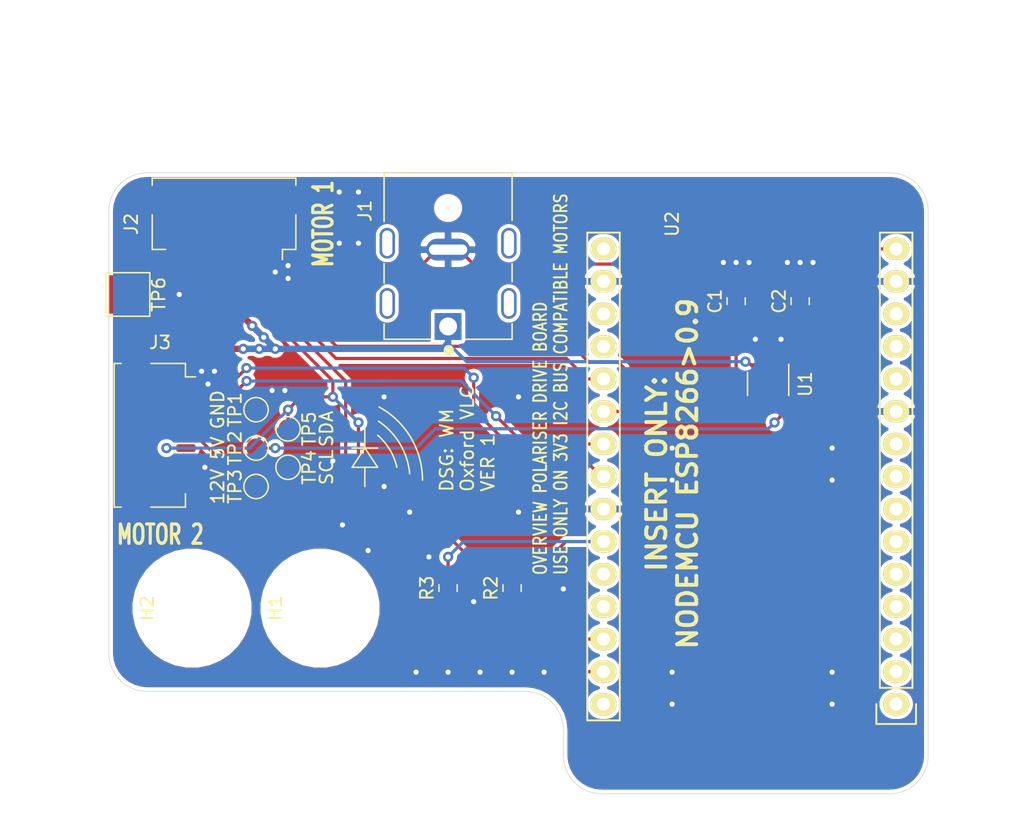
<source format=kicad_pcb>
(kicad_pcb (version 20171130) (host pcbnew 5.1.5-52549c5~84~ubuntu18.04.1)

  (general
    (thickness 1.6)
    (drawings 32)
    (tracks 208)
    (zones 0)
    (modules 17)
    (nets 32)
  )

  (page A4)
  (layers
    (0 F.Cu signal)
    (31 B.Cu signal)
    (32 B.Adhes user)
    (33 F.Adhes user)
    (34 B.Paste user)
    (35 F.Paste user)
    (36 B.SilkS user)
    (37 F.SilkS user)
    (38 B.Mask user)
    (39 F.Mask user)
    (40 Dwgs.User user)
    (41 Cmts.User user)
    (42 Eco1.User user)
    (43 Eco2.User user)
    (44 Edge.Cuts user)
    (45 Margin user)
    (46 B.CrtYd user)
    (47 F.CrtYd user)
    (48 B.Fab user)
    (49 F.Fab user)
  )

  (setup
    (last_trace_width 0.25)
    (trace_clearance 0.2)
    (zone_clearance 0.3)
    (zone_45_only no)
    (trace_min 0.2)
    (via_size 0.8)
    (via_drill 0.4)
    (via_min_size 0.4)
    (via_min_drill 0.3)
    (uvia_size 0.3)
    (uvia_drill 0.1)
    (uvias_allowed no)
    (uvia_min_size 0.2)
    (uvia_min_drill 0.1)
    (edge_width 0.05)
    (segment_width 0.2)
    (pcb_text_width 0.3)
    (pcb_text_size 1.5 1.5)
    (mod_edge_width 0.12)
    (mod_text_size 1 1)
    (mod_text_width 0.15)
    (pad_size 3.2 3.2)
    (pad_drill 0)
    (pad_to_mask_clearance 0.051)
    (solder_mask_min_width 0.25)
    (aux_axis_origin 0 0)
    (visible_elements FFFFFF7F)
    (pcbplotparams
      (layerselection 0x010fc_ffffffff)
      (usegerberextensions false)
      (usegerberattributes false)
      (usegerberadvancedattributes false)
      (creategerberjobfile false)
      (excludeedgelayer true)
      (linewidth 0.100000)
      (plotframeref false)
      (viasonmask false)
      (mode 1)
      (useauxorigin false)
      (hpglpennumber 1)
      (hpglpenspeed 20)
      (hpglpendiameter 15.000000)
      (psnegative false)
      (psa4output false)
      (plotreference true)
      (plotvalue true)
      (plotinvisibletext false)
      (padsonsilk false)
      (subtractmaskfromsilk false)
      (outputformat 1)
      (mirror false)
      (drillshape 0)
      (scaleselection 1)
      (outputdirectory "gerber/"))
  )

  (net 0 "")
  (net 1 GND)
  (net 2 "Net-(C1-Pad1)")
  (net 3 +5V)
  (net 4 +12V)
  (net 5 "Net-(J2-Pad7)")
  (net 6 /SDA)
  (net 7 /SCL)
  (net 8 "Net-(R2-Pad2)")
  (net 9 "Net-(U2-Pad27)")
  (net 10 "Net-(U2-Pad16)")
  (net 11 "Net-(U2-Pad26)")
  (net 12 "Net-(U2-Pad19)")
  (net 13 "Net-(U2-Pad18)")
  (net 14 "Net-(U2-Pad30)")
  (net 15 "Net-(U2-Pad13)")
  (net 16 "Net-(U2-Pad12)")
  (net 17 "Net-(U2-Pad11)")
  (net 18 "Net-(U2-Pad9)")
  (net 19 "Net-(U2-Pad8)")
  (net 20 "Net-(U2-Pad7)")
  (net 21 "Net-(U2-Pad6)")
  (net 22 "Net-(U2-Pad5)")
  (net 23 "Net-(U2-Pad4)")
  (net 24 "Net-(U2-Pad3)")
  (net 25 "Net-(U2-Pad2)")
  (net 26 "Net-(U2-Pad1)")
  (net 27 "Net-(J3-Pad7)")
  (net 28 /ADDR1A)
  (net 29 /ADDR2A)
  (net 30 /ADDR1B)
  (net 31 /ADDR2B)

  (net_class Default "This is the default net class."
    (clearance 0.2)
    (trace_width 0.25)
    (via_dia 0.8)
    (via_drill 0.4)
    (uvia_dia 0.3)
    (uvia_drill 0.1)
    (add_net +5V)
    (add_net /ADDR1A)
    (add_net /ADDR1B)
    (add_net /ADDR2A)
    (add_net /ADDR2B)
    (add_net /SCL)
    (add_net /SDA)
    (add_net GND)
    (add_net "Net-(C1-Pad1)")
    (add_net "Net-(J2-Pad7)")
    (add_net "Net-(J3-Pad7)")
    (add_net "Net-(R2-Pad2)")
    (add_net "Net-(U2-Pad1)")
    (add_net "Net-(U2-Pad11)")
    (add_net "Net-(U2-Pad12)")
    (add_net "Net-(U2-Pad13)")
    (add_net "Net-(U2-Pad16)")
    (add_net "Net-(U2-Pad18)")
    (add_net "Net-(U2-Pad19)")
    (add_net "Net-(U2-Pad2)")
    (add_net "Net-(U2-Pad26)")
    (add_net "Net-(U2-Pad27)")
    (add_net "Net-(U2-Pad3)")
    (add_net "Net-(U2-Pad30)")
    (add_net "Net-(U2-Pad4)")
    (add_net "Net-(U2-Pad5)")
    (add_net "Net-(U2-Pad6)")
    (add_net "Net-(U2-Pad7)")
    (add_net "Net-(U2-Pad8)")
    (add_net "Net-(U2-Pad9)")
  )

  (net_class power ""
    (clearance 0.2)
    (trace_width 0.5)
    (via_dia 0.8)
    (via_drill 0.4)
    (uvia_dia 0.3)
    (uvia_drill 0.1)
    (add_net +12V)
  )

  (module Connector_Molex:Molex_Pico-Clasp_202396-0907_1x09-1MP_P1.00mm_Horizontal (layer F.Cu) (tedit 5B78AD89) (tstamp 5E6D8427)
    (at 52.5 49 270)
    (descr "Molex Pico-Clasp series connector, 202396-0907 (http://www.molex.com/pdm_docs/sd/2023960207_sd.pdf), generated with kicad-footprint-generator")
    (tags "connector Molex Pico-Clasp top entry")
    (path /5E83518C)
    (attr smd)
    (fp_text reference J3 (at -7.25 0 180) (layer F.SilkS)
      (effects (font (size 1 1) (thickness 0.15)))
    )
    (fp_text value "FlatFlex Molex" (at 0 4.67 90) (layer F.Fab)
      (effects (font (size 1 1) (thickness 0.15)))
    )
    (fp_text user %R (at 0 2.77 90) (layer F.Fab)
      (effects (font (size 1 1) (thickness 0.15)))
    )
    (fp_line (start -4 -1.167893) (end -3.5 -1.875) (layer F.Fab) (width 0.1))
    (fp_line (start -4.5 -1.875) (end -4 -1.167893) (layer F.Fab) (width 0.1))
    (fp_line (start 6.4 -3.28) (end -6.4 -3.28) (layer F.CrtYd) (width 0.05))
    (fp_line (start 6.4 3.97) (end 6.4 -3.28) (layer F.CrtYd) (width 0.05))
    (fp_line (start -6.4 3.97) (end 6.4 3.97) (layer F.CrtYd) (width 0.05))
    (fp_line (start -6.4 -3.28) (end -6.4 3.97) (layer F.CrtYd) (width 0.05))
    (fp_line (start 5.5 -1.875) (end 5.5 3.475) (layer F.Fab) (width 0.1))
    (fp_line (start -5.5 -1.875) (end -5.5 3.475) (layer F.Fab) (width 0.1))
    (fp_line (start -5.5 3.475) (end 5.5 3.475) (layer F.Fab) (width 0.1))
    (fp_line (start 5.61 3.585) (end 5.61 3.035) (layer F.SilkS) (width 0.12))
    (fp_line (start -5.61 3.585) (end 5.61 3.585) (layer F.SilkS) (width 0.12))
    (fp_line (start -5.61 3.035) (end -5.61 3.585) (layer F.SilkS) (width 0.12))
    (fp_line (start 5.61 -1.985) (end 4.56 -1.985) (layer F.SilkS) (width 0.12))
    (fp_line (start 5.61 0.715) (end 5.61 -1.985) (layer F.SilkS) (width 0.12))
    (fp_line (start -4.56 -1.985) (end -4.56 -2.775) (layer F.SilkS) (width 0.12))
    (fp_line (start -5.61 -1.985) (end -4.56 -1.985) (layer F.SilkS) (width 0.12))
    (fp_line (start -5.61 0.715) (end -5.61 -1.985) (layer F.SilkS) (width 0.12))
    (fp_line (start -5.5 -1.875) (end 5.5 -1.875) (layer F.Fab) (width 0.1))
    (pad MP smd roundrect (at 5.3 1.875 270) (size 1.2 1.8) (layers F.Cu F.Paste F.Mask) (roundrect_rratio 0.208333))
    (pad MP smd roundrect (at -5.3 1.875 270) (size 1.2 1.8) (layers F.Cu F.Paste F.Mask) (roundrect_rratio 0.208333))
    (pad 9 smd roundrect (at 4 -2.025 270) (size 0.6 1.5) (layers F.Cu F.Paste F.Mask) (roundrect_rratio 0.25)
      (net 4 +12V))
    (pad 8 smd roundrect (at 3 -2.025 270) (size 0.6 1.5) (layers F.Cu F.Paste F.Mask) (roundrect_rratio 0.25)
      (net 4 +12V))
    (pad 7 smd roundrect (at 2 -2.025 270) (size 0.6 1.5) (layers F.Cu F.Paste F.Mask) (roundrect_rratio 0.25)
      (net 27 "Net-(J3-Pad7)"))
    (pad 6 smd roundrect (at 1 -2.025 270) (size 0.6 1.5) (layers F.Cu F.Paste F.Mask) (roundrect_rratio 0.25)
      (net 6 /SDA))
    (pad 5 smd roundrect (at 0 -2.025 270) (size 0.6 1.5) (layers F.Cu F.Paste F.Mask) (roundrect_rratio 0.25)
      (net 7 /SCL))
    (pad 4 smd roundrect (at -1 -2.025 270) (size 0.6 1.5) (layers F.Cu F.Paste F.Mask) (roundrect_rratio 0.25)
      (net 30 /ADDR1B))
    (pad 3 smd roundrect (at -2 -2.025 270) (size 0.6 1.5) (layers F.Cu F.Paste F.Mask) (roundrect_rratio 0.25)
      (net 31 /ADDR2B))
    (pad 2 smd roundrect (at -3 -2.025 270) (size 0.6 1.5) (layers F.Cu F.Paste F.Mask) (roundrect_rratio 0.25)
      (net 1 GND))
    (pad 1 smd roundrect (at -4 -2.025 270) (size 0.6 1.5) (layers F.Cu F.Paste F.Mask) (roundrect_rratio 0.25)
      (net 1 GND))
    (model ${KISYS3DMOD}/Connector_Molex.3dshapes/Molex_Pico-Clasp_202396-0907_1x09-1MP_P1.00mm_Horizontal.wrl
      (at (xyz 0 0 0))
      (scale (xyz 1 1 1))
      (rotate (xyz 0 0 0))
    )
  )

  (module MountingHole:MountingHole_4.3mm_M4 (layer F.Cu) (tedit 56D1B4CB) (tstamp 5E6C8D77)
    (at 55 62.5)
    (descr "Mounting Hole 4.3mm, no annular, M4")
    (tags "mounting hole 4.3mm no annular m4")
    (path /5E80164D)
    (clearance 2.5)
    (attr virtual)
    (fp_text reference H2 (at -3.5 0 90) (layer F.SilkS)
      (effects (font (size 1 1) (thickness 0.15)))
    )
    (fp_text value MountingHole (at 0 5.3) (layer F.Fab)
      (effects (font (size 1 1) (thickness 0.15)))
    )
    (fp_circle (center 0 0) (end 4.55 0) (layer F.CrtYd) (width 0.05))
    (fp_circle (center 0 0) (end 4.3 0) (layer Cmts.User) (width 0.15))
    (fp_text user %R (at 0.3 0) (layer F.Fab)
      (effects (font (size 1 1) (thickness 0.15)))
    )
    (pad 1 np_thru_hole circle (at 0 0) (size 4.3 4.3) (drill 4.3) (layers *.Cu *.Mask))
  )

  (module MountingHole:MountingHole_4.3mm_M4 (layer F.Cu) (tedit 56D1B4CB) (tstamp 5E6C8C29)
    (at 65 62.5)
    (descr "Mounting Hole 4.3mm, no annular, M4")
    (tags "mounting hole 4.3mm no annular m4")
    (path /5E7FFF81)
    (clearance 2.5)
    (attr virtual)
    (fp_text reference H1 (at -3.5 0 90) (layer F.SilkS)
      (effects (font (size 1 1) (thickness 0.15)))
    )
    (fp_text value MountingHole (at 0 5.3) (layer F.Fab)
      (effects (font (size 1 1) (thickness 0.15)))
    )
    (fp_circle (center 0 0) (end 4.55 0) (layer F.CrtYd) (width 0.05))
    (fp_circle (center 0 0) (end 4.3 0) (layer Cmts.User) (width 0.15))
    (fp_text user %R (at 0.3 0) (layer F.Fab)
      (effects (font (size 1 1) (thickness 0.15)))
    )
    (pad 1 np_thru_hole circle (at 0 0) (size 4.3 4.3) (drill 4.3) (layers *.Cu *.Mask))
  )

  (module nodemcu:NodeMCU_Amica_R2 (layer F.Cu) (tedit 5E6CFA7D) (tstamp 5E6C3534)
    (at 110 70 180)
    (descr "Through-hole-mounted NodeMCU 0.9")
    (tags nodemcu)
    (path /5E6DA47F)
    (fp_text reference U2 (at 17.5 37.5 90) (layer F.SilkS)
      (effects (font (size 1 1) (thickness 0.15)))
    )
    (fp_text value NodeMCU_Amica_R2 (at 11.43 45.085) (layer F.Fab)
      (effects (font (size 2 2) (thickness 0.15)))
    )
    (fp_line (start 24.13 36.83) (end 24.13 -1.27) (layer F.SilkS) (width 0.15))
    (fp_line (start 24.13 -1.27) (end 21.59 -1.27) (layer F.SilkS) (width 0.15))
    (fp_line (start 21.59 -1.27) (end 21.59 36.83) (layer F.SilkS) (width 0.15))
    (fp_line (start 21.59 36.83) (end 24.13 36.83) (layer F.SilkS) (width 0.15))
    (fp_line (start -1.55 -1.55) (end 1.55 -1.55) (layer F.SilkS) (width 0.15))
    (fp_line (start -1.55 0) (end -1.55 -1.55) (layer F.SilkS) (width 0.15))
    (fp_line (start 1.27 1.27) (end -1.27 1.27) (layer F.SilkS) (width 0.15))
    (fp_line (start 1.55 -1.55) (end 1.55 0) (layer F.SilkS) (width 0.15))
    (fp_line (start 1.27 36.83) (end 1.27 1.27) (layer F.SilkS) (width 0.15))
    (fp_line (start -1.27 36.83) (end 1.27 36.83) (layer F.SilkS) (width 0.15))
    (fp_line (start -1.27 1.27) (end -1.27 36.83) (layer F.SilkS) (width 0.15))
    (fp_line (start -1.905 -6.35) (end 24.765 -6.35) (layer F.CrtYd) (width 0.15))
    (fp_line (start 24.765 -6.35) (end 24.765 42.545) (layer F.CrtYd) (width 0.15))
    (fp_line (start 24.765 42.545) (end -1.905 42.545) (layer F.CrtYd) (width 0.15))
    (fp_line (start -1.905 42.545) (end -1.905 -6.35) (layer F.CrtYd) (width 0.15))
    (fp_line (start 7.62 42.545) (end 7.62 37.465) (layer F.CrtYd) (width 0.15))
    (fp_line (start 7.62 37.465) (end 15.24 37.465) (layer F.CrtYd) (width 0.15))
    (fp_line (start 15.24 37.465) (end 15.24 42.545) (layer F.CrtYd) (width 0.15))
    (pad "" smd circle (at 0.75 -4.25 180) (size 3.2 3.2) (layers F.Paste F.Mask))
    (pad "" smd circle (at 22 -4.25 180) (size 3.2 3.2) (layers F.Paste F.Mask))
    (pad "" smd circle (at 22 39.38 180) (size 3.2 3.2) (layers F.Paste F.Mask))
    (pad "" smd circle (at 0.8 39.38 180) (size 3.2 3.2) (layers F.Paste F.Mask))
    (pad 29 thru_hole oval (at 22.86 2.54 180) (size 2.032 1.7272) (drill 1.016) (layers *.Cu *.Mask F.SilkS)
      (net 7 /SCL))
    (pad 27 thru_hole oval (at 22.86 7.62 180) (size 2.032 1.7272) (drill 1.016) (layers *.Cu *.Mask F.SilkS)
      (net 9 "Net-(U2-Pad27)"))
    (pad 28 thru_hole oval (at 22.86 5.08 180) (size 2.032 1.7272) (drill 1.016) (layers *.Cu *.Mask F.SilkS)
      (net 6 /SDA))
    (pad 20 thru_hole oval (at 22.86 25.4 180) (size 2.032 1.7272) (drill 1.016) (layers *.Cu *.Mask F.SilkS)
      (net 28 /ADDR1A))
    (pad 21 thru_hole oval (at 22.86 22.86 180) (size 2.032 1.7272) (drill 1.016) (layers *.Cu *.Mask F.SilkS)
      (net 29 /ADDR2A))
    (pad 23 thru_hole oval (at 22.86 17.78 180) (size 2.032 1.7272) (drill 1.016) (layers *.Cu *.Mask F.SilkS)
      (net 31 /ADDR2B))
    (pad 22 thru_hole oval (at 22.86 20.32 180) (size 2.032 1.7272) (drill 1.016) (layers *.Cu *.Mask F.SilkS)
      (net 30 /ADDR1B))
    (pad 16 thru_hole oval (at 22.86 35.56 180) (size 2.032 1.7272) (drill 1.016) (layers *.Cu *.Mask F.SilkS)
      (net 10 "Net-(U2-Pad16)"))
    (pad 24 thru_hole oval (at 22.86 15.24 180) (size 2.032 1.7272) (drill 1.016) (layers *.Cu *.Mask F.SilkS)
      (net 1 GND))
    (pad 26 thru_hole oval (at 22.86 10.16 180) (size 2.032 1.7272) (drill 1.016) (layers *.Cu *.Mask F.SilkS)
      (net 11 "Net-(U2-Pad26)"))
    (pad 25 thru_hole oval (at 22.86 12.7 180) (size 2.032 1.7272) (drill 1.016) (layers *.Cu *.Mask F.SilkS)
      (net 8 "Net-(R2-Pad2)"))
    (pad 19 thru_hole oval (at 22.86 27.94 180) (size 2.032 1.7272) (drill 1.016) (layers *.Cu *.Mask F.SilkS)
      (net 12 "Net-(U2-Pad19)"))
    (pad 17 thru_hole oval (at 22.86 33.02 180) (size 2.032 1.7272) (drill 1.016) (layers *.Cu *.Mask F.SilkS)
      (net 1 GND))
    (pad 18 thru_hole oval (at 22.86 30.48 180) (size 2.032 1.7272) (drill 1.016) (layers *.Cu *.Mask F.SilkS)
      (net 13 "Net-(U2-Pad18)"))
    (pad 30 thru_hole oval (at 22.86 0 180) (size 2.032 1.7272) (drill 1.016) (layers *.Cu *.Mask F.SilkS)
      (net 14 "Net-(U2-Pad30)"))
    (pad 15 thru_hole oval (at 0 35.56 180) (size 2.032 1.7272) (drill 1.016) (layers *.Cu *.Mask F.SilkS)
      (net 3 +5V))
    (pad 14 thru_hole oval (at 0 33.02 180) (size 2.032 1.7272) (drill 1.016) (layers *.Cu *.Mask F.SilkS)
      (net 1 GND))
    (pad 13 thru_hole oval (at 0 30.48 180) (size 2.032 1.7272) (drill 1.016) (layers *.Cu *.Mask F.SilkS)
      (net 15 "Net-(U2-Pad13)"))
    (pad 12 thru_hole oval (at 0 27.94 180) (size 2.032 1.7272) (drill 1.016) (layers *.Cu *.Mask F.SilkS)
      (net 16 "Net-(U2-Pad12)"))
    (pad 11 thru_hole oval (at 0 25.4 180) (size 2.032 1.7272) (drill 1.016) (layers *.Cu *.Mask F.SilkS)
      (net 17 "Net-(U2-Pad11)"))
    (pad 10 thru_hole oval (at 0 22.86 180) (size 2.032 1.7272) (drill 1.016) (layers *.Cu *.Mask F.SilkS)
      (net 1 GND))
    (pad 9 thru_hole oval (at 0 20.32 180) (size 2.032 1.7272) (drill 1.016) (layers *.Cu *.Mask F.SilkS)
      (net 18 "Net-(U2-Pad9)"))
    (pad 8 thru_hole oval (at 0 17.78 180) (size 2.032 1.7272) (drill 1.016) (layers *.Cu *.Mask F.SilkS)
      (net 19 "Net-(U2-Pad8)"))
    (pad 7 thru_hole oval (at 0 15.24 180) (size 2.032 1.7272) (drill 1.016) (layers *.Cu *.Mask F.SilkS)
      (net 20 "Net-(U2-Pad7)"))
    (pad 6 thru_hole oval (at 0 12.7 180) (size 2.032 1.7272) (drill 1.016) (layers *.Cu *.Mask F.SilkS)
      (net 21 "Net-(U2-Pad6)"))
    (pad 5 thru_hole oval (at 0 10.16 180) (size 2.032 1.7272) (drill 1.016) (layers *.Cu *.Mask F.SilkS)
      (net 22 "Net-(U2-Pad5)"))
    (pad 4 thru_hole oval (at 0 7.62 180) (size 2.032 1.7272) (drill 1.016) (layers *.Cu *.Mask F.SilkS)
      (net 23 "Net-(U2-Pad4)"))
    (pad 3 thru_hole oval (at 0 5.08 180) (size 2.032 1.7272) (drill 1.016) (layers *.Cu *.Mask F.SilkS)
      (net 24 "Net-(U2-Pad3)"))
    (pad 2 thru_hole oval (at 0 2.54 180) (size 2.032 1.7272) (drill 1.016) (layers *.Cu *.Mask F.SilkS)
      (net 25 "Net-(U2-Pad2)"))
    (pad 1 thru_hole oval (at 0 0 180) (size 2.032 1.7272) (drill 1.016) (layers *.Cu *.Mask F.SilkS)
      (net 26 "Net-(U2-Pad1)"))
  )

  (module TestPoint:TestPoint_Pad_D1.5mm (layer F.Cu) (tedit 5A0F774F) (tstamp 5E6C34E7)
    (at 62.5 48.5 270)
    (descr "SMD pad as test Point, diameter 1.5mm")
    (tags "test point SMD pad")
    (path /5E6DF073)
    (attr virtual)
    (fp_text reference TP5 (at 0 -1.648 90) (layer F.SilkS)
      (effects (font (size 1 1) (thickness 0.15)))
    )
    (fp_text value TestPoint (at 0 1.75 90) (layer F.Fab)
      (effects (font (size 1 1) (thickness 0.15)))
    )
    (fp_circle (center 0 0) (end 0 0.95) (layer F.SilkS) (width 0.12))
    (fp_circle (center 0 0) (end 1.25 0) (layer F.CrtYd) (width 0.05))
    (fp_text user %R (at 0 -1.65 90) (layer F.Fab)
      (effects (font (size 1 1) (thickness 0.15)))
    )
    (pad 1 smd circle (at 0 0 270) (size 1.5 1.5) (layers F.Cu F.Mask)
      (net 6 /SDA))
  )

  (module TestPoint:TestPoint_Pad_D1.5mm (layer F.Cu) (tedit 5A0F774F) (tstamp 5E6C34DF)
    (at 62.5 51.5 270)
    (descr "SMD pad as test Point, diameter 1.5mm")
    (tags "test point SMD pad")
    (path /5E6DE8EE)
    (attr virtual)
    (fp_text reference TP4 (at 0 -1.648 90) (layer F.SilkS)
      (effects (font (size 1 1) (thickness 0.15)))
    )
    (fp_text value TestPoint (at 0 1.75 90) (layer F.Fab)
      (effects (font (size 1 1) (thickness 0.15)))
    )
    (fp_circle (center 0 0) (end 0 0.95) (layer F.SilkS) (width 0.12))
    (fp_circle (center 0 0) (end 1.25 0) (layer F.CrtYd) (width 0.05))
    (fp_text user %R (at 0 -1.65 90) (layer F.Fab)
      (effects (font (size 1 1) (thickness 0.15)))
    )
    (pad 1 smd circle (at 0 0 270) (size 1.5 1.5) (layers F.Cu F.Mask)
      (net 7 /SCL))
  )

  (module TestPoint:TestPoint_Pad_D1.5mm (layer F.Cu) (tedit 5A0F774F) (tstamp 5E6C34D7)
    (at 60 53 90)
    (descr "SMD pad as test Point, diameter 1.5mm")
    (tags "test point SMD pad")
    (path /5E734107)
    (attr virtual)
    (fp_text reference TP3 (at 0 -1.648 90) (layer F.SilkS)
      (effects (font (size 1 1) (thickness 0.15)))
    )
    (fp_text value TestPoint (at 0 1.75 90) (layer F.Fab)
      (effects (font (size 1 1) (thickness 0.15)))
    )
    (fp_circle (center 0 0) (end 0 0.95) (layer F.SilkS) (width 0.12))
    (fp_circle (center 0 0) (end 1.25 0) (layer F.CrtYd) (width 0.05))
    (fp_text user %R (at 0 -1.65 90) (layer F.Fab)
      (effects (font (size 1 1) (thickness 0.15)))
    )
    (pad 1 smd circle (at 0 0 90) (size 1.5 1.5) (layers F.Cu F.Mask)
      (net 4 +12V))
  )

  (module TestPoint:TestPoint_Pad_D1.5mm (layer F.Cu) (tedit 5A0F774F) (tstamp 5E6C34CF)
    (at 60 50 90)
    (descr "SMD pad as test Point, diameter 1.5mm")
    (tags "test point SMD pad")
    (path /5E72F027)
    (attr virtual)
    (fp_text reference TP2 (at 0 -1.648 90) (layer F.SilkS)
      (effects (font (size 1 1) (thickness 0.15)))
    )
    (fp_text value TestPoint (at 0 1.75 90) (layer F.Fab)
      (effects (font (size 1 1) (thickness 0.15)))
    )
    (fp_circle (center 0 0) (end 0 0.95) (layer F.SilkS) (width 0.12))
    (fp_circle (center 0 0) (end 1.25 0) (layer F.CrtYd) (width 0.05))
    (fp_text user %R (at 0 -1.65 90) (layer F.Fab)
      (effects (font (size 1 1) (thickness 0.15)))
    )
    (pad 1 smd circle (at 0 0 90) (size 1.5 1.5) (layers F.Cu F.Mask)
      (net 3 +5V))
  )

  (module TestPoint:TestPoint_Pad_D1.5mm (layer F.Cu) (tedit 5A0F774F) (tstamp 5E6C34C7)
    (at 60 47 90)
    (descr "SMD pad as test Point, diameter 1.5mm")
    (tags "test point SMD pad")
    (path /5E72E2B6)
    (attr virtual)
    (fp_text reference TP1 (at 0 -1.648 90) (layer F.SilkS)
      (effects (font (size 1 1) (thickness 0.15)))
    )
    (fp_text value TestPoint (at 0 1.75 90) (layer F.Fab)
      (effects (font (size 1 1) (thickness 0.15)))
    )
    (fp_circle (center 0 0) (end 0 0.95) (layer F.SilkS) (width 0.12))
    (fp_circle (center 0 0) (end 1.25 0) (layer F.CrtYd) (width 0.05))
    (fp_text user %R (at 0 -1.65 90) (layer F.Fab)
      (effects (font (size 1 1) (thickness 0.15)))
    )
    (pad 1 smd circle (at 0 0 90) (size 1.5 1.5) (layers F.Cu F.Mask)
      (net 1 GND))
  )

  (module TestPoint:TestPoint_Pad_3.0x3.0mm (layer F.Cu) (tedit 5A0F774F) (tstamp 5E6C5756)
    (at 50 38 270)
    (descr "SMD rectangular pad as test Point, square 3.0mm side length")
    (tags "test point SMD pad rectangle square")
    (path /5E7C84F6)
    (attr virtual)
    (fp_text reference TP6 (at 0 -2.398 90) (layer F.SilkS)
      (effects (font (size 1 1) (thickness 0.15)))
    )
    (fp_text value TestPoint (at 0 2.55 90) (layer F.Fab)
      (effects (font (size 1 1) (thickness 0.15)))
    )
    (fp_line (start 2 2) (end -2 2) (layer F.CrtYd) (width 0.05))
    (fp_line (start 2 2) (end 2 -2) (layer F.CrtYd) (width 0.05))
    (fp_line (start -2 -2) (end -2 2) (layer F.CrtYd) (width 0.05))
    (fp_line (start -2 -2) (end 2 -2) (layer F.CrtYd) (width 0.05))
    (fp_line (start -1.7 1.7) (end -1.7 -1.7) (layer F.SilkS) (width 0.12))
    (fp_line (start 1.7 1.7) (end -1.7 1.7) (layer F.SilkS) (width 0.12))
    (fp_line (start 1.7 -1.7) (end 1.7 1.7) (layer F.SilkS) (width 0.12))
    (fp_line (start -1.7 -1.7) (end 1.7 -1.7) (layer F.SilkS) (width 0.12))
    (fp_text user %R (at 0 -2.4 90) (layer F.Fab)
      (effects (font (size 1 1) (thickness 0.15)))
    )
    (pad 1 smd rect (at 0 0 270) (size 3 3) (layers F.Cu F.Mask)
      (net 1 GND))
  )

  (module Package_TO_SOT_SMD:SOT-23-5 (layer F.Cu) (tedit 5A02FF57) (tstamp 5E6C34FC)
    (at 100 45 270)
    (descr "5-pin SOT23 package")
    (tags SOT-23-5)
    (path /5E6F742F)
    (attr smd)
    (fp_text reference U1 (at 0 -2.9 90) (layer F.SilkS)
      (effects (font (size 1 1) (thickness 0.15)))
    )
    (fp_text value SPX3819M5-L-5-0 (at 0 2.9 90) (layer F.Fab)
      (effects (font (size 1 1) (thickness 0.15)))
    )
    (fp_line (start 0.9 -1.55) (end 0.9 1.55) (layer F.Fab) (width 0.1))
    (fp_line (start 0.9 1.55) (end -0.9 1.55) (layer F.Fab) (width 0.1))
    (fp_line (start -0.9 -0.9) (end -0.9 1.55) (layer F.Fab) (width 0.1))
    (fp_line (start 0.9 -1.55) (end -0.25 -1.55) (layer F.Fab) (width 0.1))
    (fp_line (start -0.9 -0.9) (end -0.25 -1.55) (layer F.Fab) (width 0.1))
    (fp_line (start -1.9 1.8) (end -1.9 -1.8) (layer F.CrtYd) (width 0.05))
    (fp_line (start 1.9 1.8) (end -1.9 1.8) (layer F.CrtYd) (width 0.05))
    (fp_line (start 1.9 -1.8) (end 1.9 1.8) (layer F.CrtYd) (width 0.05))
    (fp_line (start -1.9 -1.8) (end 1.9 -1.8) (layer F.CrtYd) (width 0.05))
    (fp_line (start 0.9 -1.61) (end -1.55 -1.61) (layer F.SilkS) (width 0.12))
    (fp_line (start -0.9 1.61) (end 0.9 1.61) (layer F.SilkS) (width 0.12))
    (fp_text user %R (at 0 0) (layer F.Fab)
      (effects (font (size 0.5 0.5) (thickness 0.075)))
    )
    (pad 5 smd rect (at 1.1 -0.95 270) (size 1.06 0.65) (layers F.Cu F.Paste F.Mask)
      (net 3 +5V))
    (pad 4 smd rect (at 1.1 0.95 270) (size 1.06 0.65) (layers F.Cu F.Paste F.Mask)
      (net 2 "Net-(C1-Pad1)"))
    (pad 3 smd rect (at -1.1 0.95 270) (size 1.06 0.65) (layers F.Cu F.Paste F.Mask)
      (net 4 +12V))
    (pad 2 smd rect (at -1.1 0 270) (size 1.06 0.65) (layers F.Cu F.Paste F.Mask)
      (net 1 GND))
    (pad 1 smd rect (at -1.1 -0.95 270) (size 1.06 0.65) (layers F.Cu F.Paste F.Mask)
      (net 4 +12V))
    (model ${KISYS3DMOD}/Package_TO_SOT_SMD.3dshapes/SOT-23-5.wrl
      (at (xyz 0 0 0))
      (scale (xyz 1 1 1))
      (rotate (xyz 0 0 0))
    )
  )

  (module Resistor_SMD:R_0805_2012Metric (layer F.Cu) (tedit 5B36C52B) (tstamp 5E6C34BF)
    (at 75 60.9375 90)
    (descr "Resistor SMD 0805 (2012 Metric), square (rectangular) end terminal, IPC_7351 nominal, (Body size source: https://docs.google.com/spreadsheets/d/1BsfQQcO9C6DZCsRaXUlFlo91Tg2WpOkGARC1WS5S8t0/edit?usp=sharing), generated with kicad-footprint-generator")
    (tags resistor)
    (path /5E73AB0D)
    (attr smd)
    (fp_text reference R3 (at 0 -1.65 90) (layer F.SilkS)
      (effects (font (size 1 1) (thickness 0.15)))
    )
    (fp_text value 1K5 (at 0 1.65 90) (layer F.Fab)
      (effects (font (size 1 1) (thickness 0.15)))
    )
    (fp_text user %R (at 0 0 90) (layer F.Fab)
      (effects (font (size 0.5 0.5) (thickness 0.08)))
    )
    (fp_line (start 1.68 0.95) (end -1.68 0.95) (layer F.CrtYd) (width 0.05))
    (fp_line (start 1.68 -0.95) (end 1.68 0.95) (layer F.CrtYd) (width 0.05))
    (fp_line (start -1.68 -0.95) (end 1.68 -0.95) (layer F.CrtYd) (width 0.05))
    (fp_line (start -1.68 0.95) (end -1.68 -0.95) (layer F.CrtYd) (width 0.05))
    (fp_line (start -0.258578 0.71) (end 0.258578 0.71) (layer F.SilkS) (width 0.12))
    (fp_line (start -0.258578 -0.71) (end 0.258578 -0.71) (layer F.SilkS) (width 0.12))
    (fp_line (start 1 0.6) (end -1 0.6) (layer F.Fab) (width 0.1))
    (fp_line (start 1 -0.6) (end 1 0.6) (layer F.Fab) (width 0.1))
    (fp_line (start -1 -0.6) (end 1 -0.6) (layer F.Fab) (width 0.1))
    (fp_line (start -1 0.6) (end -1 -0.6) (layer F.Fab) (width 0.1))
    (pad 2 smd roundrect (at 0.9375 0 90) (size 0.975 1.4) (layers F.Cu F.Paste F.Mask) (roundrect_rratio 0.25)
      (net 8 "Net-(R2-Pad2)"))
    (pad 1 smd roundrect (at -0.9375 0 90) (size 0.975 1.4) (layers F.Cu F.Paste F.Mask) (roundrect_rratio 0.25)
      (net 7 /SCL))
    (model ${KISYS3DMOD}/Resistor_SMD.3dshapes/R_0805_2012Metric.wrl
      (at (xyz 0 0 0))
      (scale (xyz 1 1 1))
      (rotate (xyz 0 0 0))
    )
  )

  (module Resistor_SMD:R_0805_2012Metric (layer F.Cu) (tedit 5B36C52B) (tstamp 5E6C34AE)
    (at 80 60.9375 90)
    (descr "Resistor SMD 0805 (2012 Metric), square (rectangular) end terminal, IPC_7351 nominal, (Body size source: https://docs.google.com/spreadsheets/d/1BsfQQcO9C6DZCsRaXUlFlo91Tg2WpOkGARC1WS5S8t0/edit?usp=sharing), generated with kicad-footprint-generator")
    (tags resistor)
    (path /5E73A02C)
    (attr smd)
    (fp_text reference R2 (at 0 -1.65 90) (layer F.SilkS)
      (effects (font (size 1 1) (thickness 0.15)))
    )
    (fp_text value 1K5 (at 0 1.65 90) (layer F.Fab)
      (effects (font (size 1 1) (thickness 0.15)))
    )
    (fp_text user %R (at 0 0 90) (layer F.Fab)
      (effects (font (size 0.5 0.5) (thickness 0.08)))
    )
    (fp_line (start 1.68 0.95) (end -1.68 0.95) (layer F.CrtYd) (width 0.05))
    (fp_line (start 1.68 -0.95) (end 1.68 0.95) (layer F.CrtYd) (width 0.05))
    (fp_line (start -1.68 -0.95) (end 1.68 -0.95) (layer F.CrtYd) (width 0.05))
    (fp_line (start -1.68 0.95) (end -1.68 -0.95) (layer F.CrtYd) (width 0.05))
    (fp_line (start -0.258578 0.71) (end 0.258578 0.71) (layer F.SilkS) (width 0.12))
    (fp_line (start -0.258578 -0.71) (end 0.258578 -0.71) (layer F.SilkS) (width 0.12))
    (fp_line (start 1 0.6) (end -1 0.6) (layer F.Fab) (width 0.1))
    (fp_line (start 1 -0.6) (end 1 0.6) (layer F.Fab) (width 0.1))
    (fp_line (start -1 -0.6) (end 1 -0.6) (layer F.Fab) (width 0.1))
    (fp_line (start -1 0.6) (end -1 -0.6) (layer F.Fab) (width 0.1))
    (pad 2 smd roundrect (at 0.9375 0 90) (size 0.975 1.4) (layers F.Cu F.Paste F.Mask) (roundrect_rratio 0.25)
      (net 8 "Net-(R2-Pad2)"))
    (pad 1 smd roundrect (at -0.9375 0 90) (size 0.975 1.4) (layers F.Cu F.Paste F.Mask) (roundrect_rratio 0.25)
      (net 6 /SDA))
    (model ${KISYS3DMOD}/Resistor_SMD.3dshapes/R_0805_2012Metric.wrl
      (at (xyz 0 0 0))
      (scale (xyz 1 1 1))
      (rotate (xyz 0 0 0))
    )
  )

  (module Connector_Molex:Molex_Pico-Clasp_202396-0907_1x09-1MP_P1.00mm_Horizontal (layer F.Cu) (tedit 5B78AD89) (tstamp 5E6C348C)
    (at 57.5 32.5 180)
    (descr "Molex Pico-Clasp series connector, 202396-0907 (http://www.molex.com/pdm_docs/sd/2023960207_sd.pdf), generated with kicad-footprint-generator")
    (tags "connector Molex Pico-Clasp top entry")
    (path /5E745A1B)
    (attr smd)
    (fp_text reference J2 (at 7.25 0 90) (layer F.SilkS)
      (effects (font (size 1 1) (thickness 0.15)))
    )
    (fp_text value "FlatFlex Molex" (at 0 4.67) (layer F.Fab)
      (effects (font (size 1 1) (thickness 0.15)))
    )
    (fp_text user %R (at 0 2.77) (layer F.Fab)
      (effects (font (size 1 1) (thickness 0.15)))
    )
    (fp_line (start -4 -1.167893) (end -3.5 -1.875) (layer F.Fab) (width 0.1))
    (fp_line (start -4.5 -1.875) (end -4 -1.167893) (layer F.Fab) (width 0.1))
    (fp_line (start 6.4 -3.28) (end -6.4 -3.28) (layer F.CrtYd) (width 0.05))
    (fp_line (start 6.4 3.97) (end 6.4 -3.28) (layer F.CrtYd) (width 0.05))
    (fp_line (start -6.4 3.97) (end 6.4 3.97) (layer F.CrtYd) (width 0.05))
    (fp_line (start -6.4 -3.28) (end -6.4 3.97) (layer F.CrtYd) (width 0.05))
    (fp_line (start 5.5 -1.875) (end 5.5 3.475) (layer F.Fab) (width 0.1))
    (fp_line (start -5.5 -1.875) (end -5.5 3.475) (layer F.Fab) (width 0.1))
    (fp_line (start -5.5 3.475) (end 5.5 3.475) (layer F.Fab) (width 0.1))
    (fp_line (start 5.61 3.585) (end 5.61 3.035) (layer F.SilkS) (width 0.12))
    (fp_line (start -5.61 3.585) (end 5.61 3.585) (layer F.SilkS) (width 0.12))
    (fp_line (start -5.61 3.035) (end -5.61 3.585) (layer F.SilkS) (width 0.12))
    (fp_line (start 5.61 -1.985) (end 4.56 -1.985) (layer F.SilkS) (width 0.12))
    (fp_line (start 5.61 0.715) (end 5.61 -1.985) (layer F.SilkS) (width 0.12))
    (fp_line (start -4.56 -1.985) (end -4.56 -2.775) (layer F.SilkS) (width 0.12))
    (fp_line (start -5.61 -1.985) (end -4.56 -1.985) (layer F.SilkS) (width 0.12))
    (fp_line (start -5.61 0.715) (end -5.61 -1.985) (layer F.SilkS) (width 0.12))
    (fp_line (start -5.5 -1.875) (end 5.5 -1.875) (layer F.Fab) (width 0.1))
    (pad MP smd roundrect (at 5.3 1.875 180) (size 1.2 1.8) (layers F.Cu F.Paste F.Mask) (roundrect_rratio 0.208333))
    (pad MP smd roundrect (at -5.3 1.875 180) (size 1.2 1.8) (layers F.Cu F.Paste F.Mask) (roundrect_rratio 0.208333))
    (pad 9 smd roundrect (at 4 -2.025 180) (size 0.6 1.5) (layers F.Cu F.Paste F.Mask) (roundrect_rratio 0.25)
      (net 4 +12V))
    (pad 8 smd roundrect (at 3 -2.025 180) (size 0.6 1.5) (layers F.Cu F.Paste F.Mask) (roundrect_rratio 0.25)
      (net 4 +12V))
    (pad 7 smd roundrect (at 2 -2.025 180) (size 0.6 1.5) (layers F.Cu F.Paste F.Mask) (roundrect_rratio 0.25)
      (net 5 "Net-(J2-Pad7)"))
    (pad 6 smd roundrect (at 1 -2.025 180) (size 0.6 1.5) (layers F.Cu F.Paste F.Mask) (roundrect_rratio 0.25)
      (net 6 /SDA))
    (pad 5 smd roundrect (at 0 -2.025 180) (size 0.6 1.5) (layers F.Cu F.Paste F.Mask) (roundrect_rratio 0.25)
      (net 7 /SCL))
    (pad 4 smd roundrect (at -1 -2.025 180) (size 0.6 1.5) (layers F.Cu F.Paste F.Mask) (roundrect_rratio 0.25)
      (net 28 /ADDR1A))
    (pad 3 smd roundrect (at -2 -2.025 180) (size 0.6 1.5) (layers F.Cu F.Paste F.Mask) (roundrect_rratio 0.25)
      (net 29 /ADDR2A))
    (pad 2 smd roundrect (at -3 -2.025 180) (size 0.6 1.5) (layers F.Cu F.Paste F.Mask) (roundrect_rratio 0.25)
      (net 1 GND))
    (pad 1 smd roundrect (at -4 -2.025 180) (size 0.6 1.5) (layers F.Cu F.Paste F.Mask) (roundrect_rratio 0.25)
      (net 1 GND))
    (model ${KISYS3DMOD}/Connector_Molex.3dshapes/Molex_Pico-Clasp_202396-0907_1x09-1MP_P1.00mm_Horizontal.wrl
      (at (xyz 0 0 0))
      (scale (xyz 1 1 1))
      (rotate (xyz 0 0 0))
    )
  )

  (module "globteck:GLOBTECK_JACK-C-PC-10A-RA(R)" (layer F.Cu) (tedit 5E6C1C26) (tstamp 5E6C36B7)
    (at 75 35 270)
    (path /5E7A394D)
    (fp_text reference J1 (at -3.525 6.5 90) (layer F.SilkS)
      (effects (font (size 1 1) (thickness 0.15)))
    )
    (fp_text value "JACK-C-PC-10A-RA(R)" (at 11.08 6.965 90) (layer F.Fab)
      (effects (font (size 1 1) (thickness 0.015)))
    )
    (fp_circle (center 7.35 -0.05) (end 7.45 -0.05) (layer F.SilkS) (width 0.3))
    (fp_line (start -6.75 5.25) (end -6.75 -5.25) (layer F.CrtYd) (width 0.05))
    (fp_line (start -2.25 5.25) (end -6.75 5.25) (layer F.CrtYd) (width 0.05))
    (fp_line (start -2.25 5.6) (end -2.25 5.25) (layer F.CrtYd) (width 0.05))
    (fp_line (start 5 5.6) (end -2.25 5.6) (layer F.CrtYd) (width 0.05))
    (fp_line (start 5 5.25) (end 5 5.6) (layer F.CrtYd) (width 0.05))
    (fp_line (start 6.8 5.25) (end 5 5.25) (layer F.CrtYd) (width 0.05))
    (fp_line (start 6.8 -5.25) (end 6.8 5.25) (layer F.CrtYd) (width 0.05))
    (fp_line (start 5 -5.25) (end 6.8 -5.25) (layer F.CrtYd) (width 0.05))
    (fp_line (start 5 -5.6) (end 5 -5.25) (layer F.CrtYd) (width 0.05))
    (fp_line (start -2.25 -5.6) (end 5 -5.6) (layer F.CrtYd) (width 0.05))
    (fp_line (start -2.25 -5.25) (end -2.25 -5.6) (layer F.CrtYd) (width 0.05))
    (fp_line (start -6.75 -5.25) (end -2.25 -5.25) (layer F.CrtYd) (width 0.05))
    (fp_line (start 0.6 5) (end 2.1 5) (layer F.SilkS) (width 0.127))
    (fp_line (start 6.5 5) (end 5.3 5) (layer F.SilkS) (width 0.127))
    (fp_line (start 6.5 1.35) (end 6.5 5) (layer F.SilkS) (width 0.127))
    (fp_line (start 6.5 -5) (end 6.5 -1.35) (layer F.SilkS) (width 0.127))
    (fp_line (start 5.3 -5) (end 6.5 -5) (layer F.SilkS) (width 0.127))
    (fp_line (start 0.6 -5) (end 2 -5) (layer F.SilkS) (width 0.127))
    (fp_line (start -6.5 5) (end -2.7 5) (layer F.SilkS) (width 0.127))
    (fp_line (start -6.5 -5) (end -6.5 5) (layer F.SilkS) (width 0.127))
    (fp_line (start -2.8 -5) (end -6.5 -5) (layer F.SilkS) (width 0.127))
    (fp_line (start 6.5 -5) (end -6.5 -5) (layer F.Fab) (width 0.127))
    (fp_line (start 6.5 5) (end 6.5 -5) (layer F.Fab) (width 0.127))
    (fp_line (start -6.5 5) (end 6.5 5) (layer F.Fab) (width 0.127))
    (fp_line (start -6.5 -5) (end -6.5 5) (layer F.Fab) (width 0.127))
    (pad P4 thru_hole oval (at -1 4.75 270) (size 2.4 1.2) (drill oval 2 0.8) (layers *.Cu *.Mask))
    (pad P3 thru_hole oval (at -1 -4.75 270) (size 2.4 1.2) (drill oval 2 0.8) (layers *.Cu *.Mask))
    (pad P2 thru_hole oval (at 3.7 4.75 270) (size 2.4 1.2) (drill oval 2 0.8) (layers *.Cu *.Mask))
    (pad P1 thru_hole oval (at 3.7 -4.75 270) (size 2.4 1.2) (drill oval 2 0.8) (layers *.Cu *.Mask))
    (pad None np_thru_hole circle (at -3.75 0 270) (size 1.6 1.6) (drill 1.6) (layers *.Cu *.Mask))
    (pad 2 thru_hole oval (at -0.5 0 270) (size 1.7 3.4) (drill oval 0.8 3) (layers *.Cu *.Mask)
      (net 1 GND))
    (pad 1 thru_hole rect (at 5.5 0 270) (size 2.1 2.1) (drill 1.4) (layers *.Cu *.Mask)
      (net 4 +12V))
  )

  (module Capacitor_SMD:C_0805_2012Metric_Pad1.15x1.40mm_HandSolder (layer F.Cu) (tedit 5B36C52B) (tstamp 5E6C3433)
    (at 102.5 38.525 90)
    (descr "Capacitor SMD 0805 (2012 Metric), square (rectangular) end terminal, IPC_7351 nominal with elongated pad for handsoldering. (Body size source: https://docs.google.com/spreadsheets/d/1BsfQQcO9C6DZCsRaXUlFlo91Tg2WpOkGARC1WS5S8t0/edit?usp=sharing), generated with kicad-footprint-generator")
    (tags "capacitor handsolder")
    (path /5E6FC8EA)
    (attr smd)
    (fp_text reference C2 (at 0 -1.65 90) (layer F.SilkS)
      (effects (font (size 1 1) (thickness 0.15)))
    )
    (fp_text value 1u (at 0 1.65 90) (layer F.Fab)
      (effects (font (size 1 1) (thickness 0.15)))
    )
    (fp_text user %R (at 0 0 90) (layer F.Fab)
      (effects (font (size 0.5 0.5) (thickness 0.08)))
    )
    (fp_line (start 1.85 0.95) (end -1.85 0.95) (layer F.CrtYd) (width 0.05))
    (fp_line (start 1.85 -0.95) (end 1.85 0.95) (layer F.CrtYd) (width 0.05))
    (fp_line (start -1.85 -0.95) (end 1.85 -0.95) (layer F.CrtYd) (width 0.05))
    (fp_line (start -1.85 0.95) (end -1.85 -0.95) (layer F.CrtYd) (width 0.05))
    (fp_line (start -0.261252 0.71) (end 0.261252 0.71) (layer F.SilkS) (width 0.12))
    (fp_line (start -0.261252 -0.71) (end 0.261252 -0.71) (layer F.SilkS) (width 0.12))
    (fp_line (start 1 0.6) (end -1 0.6) (layer F.Fab) (width 0.1))
    (fp_line (start 1 -0.6) (end 1 0.6) (layer F.Fab) (width 0.1))
    (fp_line (start -1 -0.6) (end 1 -0.6) (layer F.Fab) (width 0.1))
    (fp_line (start -1 0.6) (end -1 -0.6) (layer F.Fab) (width 0.1))
    (pad 2 smd roundrect (at 1.025 0 90) (size 1.15 1.4) (layers F.Cu F.Paste F.Mask) (roundrect_rratio 0.217391)
      (net 1 GND))
    (pad 1 smd roundrect (at -1.025 0 90) (size 1.15 1.4) (layers F.Cu F.Paste F.Mask) (roundrect_rratio 0.217391)
      (net 3 +5V))
    (model ${KISYS3DMOD}/Capacitor_SMD.3dshapes/C_0805_2012Metric.wrl
      (at (xyz 0 0 0))
      (scale (xyz 1 1 1))
      (rotate (xyz 0 0 0))
    )
  )

  (module Capacitor_SMD:C_0805_2012Metric_Pad1.15x1.40mm_HandSolder (layer F.Cu) (tedit 5B36C52B) (tstamp 5E6C4238)
    (at 97.5 38.525 90)
    (descr "Capacitor SMD 0805 (2012 Metric), square (rectangular) end terminal, IPC_7351 nominal with elongated pad for handsoldering. (Body size source: https://docs.google.com/spreadsheets/d/1BsfQQcO9C6DZCsRaXUlFlo91Tg2WpOkGARC1WS5S8t0/edit?usp=sharing), generated with kicad-footprint-generator")
    (tags "capacitor handsolder")
    (path /5E7033FC)
    (attr smd)
    (fp_text reference C1 (at 0 -1.65 90) (layer F.SilkS)
      (effects (font (size 1 1) (thickness 0.15)))
    )
    (fp_text value 0.1n (at 0 1.65 90) (layer F.Fab)
      (effects (font (size 1 1) (thickness 0.15)))
    )
    (fp_text user %R (at 0 0 90) (layer F.Fab)
      (effects (font (size 0.5 0.5) (thickness 0.08)))
    )
    (fp_line (start 1.85 0.95) (end -1.85 0.95) (layer F.CrtYd) (width 0.05))
    (fp_line (start 1.85 -0.95) (end 1.85 0.95) (layer F.CrtYd) (width 0.05))
    (fp_line (start -1.85 -0.95) (end 1.85 -0.95) (layer F.CrtYd) (width 0.05))
    (fp_line (start -1.85 0.95) (end -1.85 -0.95) (layer F.CrtYd) (width 0.05))
    (fp_line (start -0.261252 0.71) (end 0.261252 0.71) (layer F.SilkS) (width 0.12))
    (fp_line (start -0.261252 -0.71) (end 0.261252 -0.71) (layer F.SilkS) (width 0.12))
    (fp_line (start 1 0.6) (end -1 0.6) (layer F.Fab) (width 0.1))
    (fp_line (start 1 -0.6) (end 1 0.6) (layer F.Fab) (width 0.1))
    (fp_line (start -1 -0.6) (end 1 -0.6) (layer F.Fab) (width 0.1))
    (fp_line (start -1 0.6) (end -1 -0.6) (layer F.Fab) (width 0.1))
    (pad 2 smd roundrect (at 1.025 0 90) (size 1.15 1.4) (layers F.Cu F.Paste F.Mask) (roundrect_rratio 0.217391)
      (net 1 GND))
    (pad 1 smd roundrect (at -1.025 0 90) (size 1.15 1.4) (layers F.Cu F.Paste F.Mask) (roundrect_rratio 0.217391)
      (net 2 "Net-(C1-Pad1)"))
    (model ${KISYS3DMOD}/Capacitor_SMD.3dshapes/C_0805_2012Metric.wrl
      (at (xyz 0 0 0))
      (scale (xyz 1 1 1))
      (rotate (xyz 0 0 0))
    )
  )

  (gr_text "MOTOR 2" (at 49 56.75) (layer F.SilkS) (tstamp 5E6EF419)
    (effects (font (size 1.5 1) (thickness 0.25)) (justify left))
  )
  (gr_text "MOTOR 1" (at 65.25 36 90) (layer F.SilkS)
    (effects (font (size 1.5 1) (thickness 0.25)) (justify left))
  )
  (gr_text SCL (at 65.5 51.5 90) (layer F.SilkS) (tstamp 5E6C5FF2)
    (effects (font (size 1 1) (thickness 0.15)))
  )
  (gr_line (start 84 74) (end 84 72) (layer Edge.Cuts) (width 0.05) (tstamp 5E6C8DE5))
  (gr_line (start 48.5 66) (end 48.5 31.5) (layer Edge.Cuts) (width 0.05) (tstamp 5E6C802E))
  (gr_line (start 81 69) (end 59.5 69) (layer Edge.Cuts) (width 0.05) (tstamp 5E6C802C))
  (gr_line (start 59.5 69) (end 51.5 69) (layer Edge.Cuts) (width 0.05) (tstamp 5E6C802B))
  (gr_arc (start 51.5 66) (end 48.5 66) (angle -90) (layer Edge.Cuts) (width 0.05) (tstamp 5E6C801F))
  (gr_text "INSERT ONLY:\nNODEMCU ESP8266>0.9" (at 92.5 52 90) (layer F.SilkS)
    (effects (font (size 1.5 1.5) (thickness 0.3)))
  )
  (gr_text "DSG: WM\nOxford VLC\nVER 1" (at 76.5 53.5 90) (layer F.SilkS) (tstamp 5E6C6252)
    (effects (font (size 1 1) (thickness 0.15)) (justify left))
  )
  (gr_text "OVERVIEW POLARISER DRIVE BOARD\nUSE ONLY ON 3V3 I2C BUS COMPATIBLE MOTORS" (at 83 60 90) (layer F.SilkS)
    (effects (font (size 1 0.8) (thickness 0.15)) (justify left))
  )
  (gr_arc (start 81 72) (end 84 72) (angle -90) (layer Edge.Cuts) (width 0.05) (tstamp 5E6C6242))
  (gr_arc (start 87 74) (end 84 74) (angle -90) (layer Edge.Cuts) (width 0.05) (tstamp 5E6C6232))
  (gr_text SDA (at 65.5 48.5 90) (layer F.SilkS) (tstamp 5E6C5FF2)
    (effects (font (size 1 1) (thickness 0.15)))
  )
  (gr_text GND (at 57 47 90) (layer F.SilkS) (tstamp 5E6C4C36)
    (effects (font (size 1 1) (thickness 0.15)))
  )
  (gr_text 5V (at 57 50 90) (layer F.SilkS) (tstamp 5E6C4C31)
    (effects (font (size 1 1) (thickness 0.15)))
  )
  (gr_text 12V (at 57 53 90) (layer F.SilkS)
    (effects (font (size 1 1) (thickness 0.15)))
  )
  (gr_arc (start 66.5 52.5) (end 73 52.5) (angle -61.38954033) (layer F.SilkS) (width 0.12))
  (gr_arc (start 66.5 52.5) (end 71.999999 52.000001) (angle -51.11550357) (layer F.SilkS) (width 0.12))
  (gr_arc (start 66.5 52.5) (end 70.999999 51.500001) (angle -36.86990708) (layer F.SilkS) (width 0.12))
  (gr_line (start 68.5 48.5) (end 68.5 50) (layer F.SilkS) (width 0.12) (tstamp 5E6C4B98))
  (gr_line (start 68.5 51.5) (end 68.5 53) (layer F.SilkS) (width 0.12))
  (gr_line (start 67.5 50) (end 69.5 50) (layer F.SilkS) (width 0.12))
  (gr_line (start 68.5 50) (end 67.5 51.5) (layer F.SilkS) (width 0.12) (tstamp 5E6C4B8D))
  (gr_line (start 69.5 51.5) (end 68.5 50) (layer F.SilkS) (width 0.12))
  (gr_line (start 67.5 51.5) (end 69.5 51.5) (layer F.SilkS) (width 0.12))
  (gr_line (start 51.5 28.5) (end 109.5 28.5) (layer Edge.Cuts) (width 0.05))
  (gr_arc (start 109.5 31.5) (end 112.5 31.5) (angle -90) (layer Edge.Cuts) (width 0.05) (tstamp 5E6C4A59))
  (gr_line (start 112.5 74) (end 112.5 31.5) (layer Edge.Cuts) (width 0.05))
  (gr_arc (start 109.5 74) (end 109.5 77) (angle -90) (layer Edge.Cuts) (width 0.05) (tstamp 5E6C4A59))
  (gr_line (start 87 77) (end 109.5 77) (layer Edge.Cuts) (width 0.05))
  (gr_arc (start 51.5 31.5) (end 51.5 28.5) (angle -90) (layer Edge.Cuts) (width 0.05))

  (via (at 66.75 56) (size 0.8) (drill 0.4) (layers F.Cu B.Cu) (net 1) (tstamp 5E6EE992))
  (via (at 68.75 58) (size 0.8) (drill 0.4) (layers F.Cu B.Cu) (net 1) (tstamp 5E6EE993))
  (via (at 62.5 36.75) (size 0.8) (drill 0.4) (layers F.Cu B.Cu) (net 1) (tstamp 5E6EE137))
  (via (at 61.5 36.25) (size 0.8) (drill 0.4) (layers F.Cu B.Cu) (net 1) (tstamp 5E6EE138))
  (via (at 62.5 35.75) (size 0.8) (drill 0.4) (layers F.Cu B.Cu) (net 1) (tstamp 5E6EE139))
  (via (at 80.5 55) (size 0.8) (drill 0.4) (layers F.Cu B.Cu) (net 1))
  (via (at 72 55) (size 0.8) (drill 0.4) (layers F.Cu B.Cu) (net 1))
  (via (at 70 53) (size 0.8) (drill 0.4) (layers F.Cu B.Cu) (net 1))
  (via (at 66 51) (size 0.8) (drill 0.4) (layers F.Cu B.Cu) (net 1))
  (segment (start 61.8 34.825) (end 61.5 34.525) (width 0.25) (layer F.Cu) (net 1))
  (segment (start 62.575 35.6) (end 61.8 34.825) (width 0.25) (layer F.Cu) (net 1))
  (segment (start 73.05 35.6) (end 62.575 35.6) (width 0.25) (layer F.Cu) (net 1))
  (segment (start 74.15 34.5) (end 73.05 35.6) (width 0.25) (layer F.Cu) (net 1))
  (segment (start 75 34.5) (end 74.15 34.5) (width 0.25) (layer F.Cu) (net 1))
  (segment (start 61.5 34.525) (end 60.5 34.525) (width 0.25) (layer F.Cu) (net 1))
  (segment (start 97.5 36.925) (end 97.5 37.5) (width 0.25) (layer F.Cu) (net 1))
  (segment (start 96.20361 35.62861) (end 97.5 36.925) (width 0.25) (layer F.Cu) (net 1))
  (segment (start 76.97861 35.62861) (end 96.20361 35.62861) (width 0.25) (layer F.Cu) (net 1))
  (segment (start 75.85 34.5) (end 76.97861 35.62861) (width 0.25) (layer F.Cu) (net 1))
  (segment (start 75 34.5) (end 75.85 34.5) (width 0.25) (layer F.Cu) (net 1))
  (segment (start 102.5 37.5) (end 97.5 37.5) (width 0.25) (layer F.Cu) (net 1))
  (segment (start 98.2 37.5) (end 97.5 37.5) (width 0.25) (layer F.Cu) (net 1))
  (segment (start 100 39.3) (end 98.2 37.5) (width 0.25) (layer F.Cu) (net 1))
  (segment (start 100 43.9) (end 100 39.3) (width 0.25) (layer F.Cu) (net 1))
  (segment (start 109.48 37.5) (end 110 36.98) (width 0.25) (layer B.Cu) (net 1))
  (via (at 54 38) (size 0.8) (drill 0.4) (layers F.Cu B.Cu) (net 1))
  (segment (start 50 38) (end 54 38) (width 0.25) (layer F.Cu) (net 1))
  (segment (start 69.041839 38) (end 72.541839 34.5) (width 0.25) (layer B.Cu) (net 1))
  (segment (start 73.05 34.5) (end 75 34.5) (width 0.25) (layer B.Cu) (net 1))
  (segment (start 54 38) (end 69.041839 38) (width 0.25) (layer B.Cu) (net 1))
  (via (at 70 46) (size 0.8) (drill 0.4) (layers F.Cu B.Cu) (net 1))
  (via (at 77 62) (size 0.8) (drill 0.4) (layers F.Cu B.Cu) (net 1))
  (via (at 73.5 58.5) (size 0.8) (drill 0.4) (layers F.Cu B.Cu) (net 1))
  (via (at 84 61) (size 0.8) (drill 0.4) (layers F.Cu B.Cu) (net 1))
  (segment (start 72.541839 34.5) (end 73.05 34.5) (width 0.25) (layer B.Cu) (net 1))
  (via (at 80.5 46) (size 0.8) (drill 0.4) (layers F.Cu B.Cu) (net 1))
  (via (at 101.5 35.5) (size 0.8) (drill 0.4) (layers F.Cu B.Cu) (net 1))
  (via (at 102.5 35.5) (size 0.8) (drill 0.4) (layers F.Cu B.Cu) (net 1))
  (via (at 103.5 35.5) (size 0.8) (drill 0.4) (layers F.Cu B.Cu) (net 1))
  (via (at 96.5 35.5) (size 0.8) (drill 0.4) (layers F.Cu B.Cu) (net 1))
  (via (at 97.5 35.5) (size 0.8) (drill 0.4) (layers F.Cu B.Cu) (net 1))
  (via (at 98.5 35.5) (size 0.8) (drill 0.4) (layers F.Cu B.Cu) (net 1))
  (via (at 99 41.5) (size 0.8) (drill 0.4) (layers F.Cu B.Cu) (net 1))
  (via (at 101 41.5) (size 0.8) (drill 0.4) (layers F.Cu B.Cu) (net 1))
  (via (at 92.5 70) (size 0.8) (drill 0.4) (layers F.Cu B.Cu) (net 1))
  (via (at 92.5 67.5) (size 0.8) (drill 0.4) (layers F.Cu B.Cu) (net 1))
  (via (at 105 70) (size 0.8) (drill 0.4) (layers F.Cu B.Cu) (net 1))
  (via (at 105 67.5) (size 0.8) (drill 0.4) (layers F.Cu B.Cu) (net 1))
  (via (at 105 50) (size 0.8) (drill 0.4) (layers F.Cu B.Cu) (net 1))
  (via (at 105 52.5) (size 0.8) (drill 0.4) (layers F.Cu B.Cu) (net 1))
  (via (at 92.5 52.5) (size 0.8) (drill 0.4) (layers F.Cu B.Cu) (net 1))
  (via (at 92.5 50) (size 0.8) (drill 0.4) (layers F.Cu B.Cu) (net 1))
  (via (at 72.5 67.5) (size 0.8) (drill 0.4) (layers F.Cu B.Cu) (net 1))
  (via (at 75 67.5) (size 0.8) (drill 0.4) (layers F.Cu B.Cu) (net 1))
  (via (at 80 67.5) (size 0.8) (drill 0.4) (layers F.Cu B.Cu) (net 1))
  (via (at 82.5 67.5) (size 0.8) (drill 0.4) (layers F.Cu B.Cu) (net 1))
  (via (at 77.5 67.5) (size 0.8) (drill 0.4) (layers F.Cu B.Cu) (net 1))
  (via (at 66.5 34) (size 0.8) (drill 0.4) (layers F.Cu B.Cu) (net 1))
  (via (at 66.5 30) (size 0.8) (drill 0.4) (layers F.Cu B.Cu) (net 1))
  (via (at 68 30) (size 0.8) (drill 0.4) (layers F.Cu B.Cu) (net 1))
  (via (at 68 34) (size 0.8) (drill 0.4) (layers F.Cu B.Cu) (net 1))
  (via (at 55.75 44) (size 0.8) (drill 0.4) (layers F.Cu B.Cu) (net 1))
  (via (at 56.75 44) (size 0.8) (drill 0.4) (layers F.Cu B.Cu) (net 1))
  (via (at 56.25 45) (size 0.8) (drill 0.4) (layers F.Cu B.Cu) (net 1))
  (via (at 61.25 45.5) (size 0.8) (drill 0.4) (layers F.Cu B.Cu) (net 1))
  (via (at 62.25 45.5) (size 0.8) (drill 0.4) (layers F.Cu B.Cu) (net 1))
  (via (at 56 51.5) (size 0.8) (drill 0.4) (layers F.Cu B.Cu) (net 1))
  (segment (start 98.475 46.1) (end 99.05 46.1) (width 0.25) (layer F.Cu) (net 2))
  (segment (start 97.5 45.125) (end 98.475 46.1) (width 0.25) (layer F.Cu) (net 2))
  (segment (start 97.5 39.55) (end 97.5 45.125) (width 0.25) (layer F.Cu) (net 2))
  (segment (start 102.5 40.125) (end 102.5 39.55) (width 0.25) (layer F.Cu) (net 3))
  (segment (start 102.5 45.125) (end 102.5 40.125) (width 0.25) (layer F.Cu) (net 3))
  (segment (start 101.525 46.1) (end 102.5 45.125) (width 0.25) (layer F.Cu) (net 3))
  (segment (start 100.95 46.1) (end 101.525 46.1) (width 0.25) (layer F.Cu) (net 3))
  (segment (start 110 34.44) (end 108.734 34.44) (width 0.25) (layer F.Cu) (net 3))
  (segment (start 103.624 39.55) (end 102.5 39.55) (width 0.25) (layer F.Cu) (net 3))
  (segment (start 108.734 34.44) (end 103.624 39.55) (width 0.25) (layer F.Cu) (net 3))
  (via (at 100.5 48) (size 0.8) (drill 0.4) (layers F.Cu B.Cu) (net 3))
  (segment (start 100.00861 48.49139) (end 100.5 48) (width 0.25) (layer B.Cu) (net 3))
  (segment (start 72.5 50) (end 74.00861 48.49139) (width 0.25) (layer B.Cu) (net 3))
  (segment (start 74.00861 48.49139) (end 100.00861 48.49139) (width 0.25) (layer B.Cu) (net 3))
  (segment (start 100.95 47.55) (end 100.5 48) (width 0.25) (layer F.Cu) (net 3))
  (segment (start 100.95 46.1) (end 100.95 47.55) (width 0.25) (layer F.Cu) (net 3))
  (via (at 61.5 50) (size 0.8) (drill 0.4) (layers F.Cu B.Cu) (net 3))
  (segment (start 72.5 50) (end 61.5 50) (width 0.25) (layer B.Cu) (net 3))
  (segment (start 61.5 50) (end 60 50) (width 0.25) (layer F.Cu) (net 3))
  (segment (start 99.05 44.68) (end 99.05 43.9) (width 0.25) (layer F.Cu) (net 4))
  (segment (start 99.125001 44.755001) (end 99.05 44.68) (width 0.25) (layer F.Cu) (net 4))
  (segment (start 100.585001 44.755001) (end 99.125001 44.755001) (width 0.25) (layer F.Cu) (net 4))
  (segment (start 100.95 44.390002) (end 100.585001 44.755001) (width 0.25) (layer F.Cu) (net 4))
  (segment (start 100.95 43.9) (end 100.95 44.390002) (width 0.25) (layer F.Cu) (net 4))
  (segment (start 99.05 43.9) (end 99.05 43.825) (width 0.25) (layer F.Cu) (net 4))
  (segment (start 76.44861 43.24861) (end 76 42.8) (width 0.25) (layer B.Cu) (net 4))
  (segment (start 76 42.8) (end 75 41.8) (width 0.25) (layer B.Cu) (net 4))
  (via (at 98.225 43.25) (size 0.8) (drill 0.4) (layers F.Cu B.Cu) (net 4))
  (segment (start 76.44861 43.24861) (end 98.22361 43.24861) (width 0.25) (layer B.Cu) (net 4))
  (segment (start 98.22361 43.24861) (end 98.225 43.25) (width 0.25) (layer B.Cu) (net 4))
  (segment (start 98.4 43.25) (end 99.05 43.9) (width 0.25) (layer F.Cu) (net 4))
  (segment (start 98.225 43.25) (end 98.4 43.25) (width 0.25) (layer F.Cu) (net 4))
  (segment (start 74.6 42.2) (end 75 41.8) (width 0.5) (layer B.Cu) (net 4))
  (segment (start 75 41.8) (end 75 40.5) (width 0.5) (layer B.Cu) (net 4))
  (segment (start 60 53) (end 54.525 53) (width 0.5) (layer F.Cu) (net 4))
  (segment (start 54.525 53) (end 54.525 52) (width 0.5) (layer F.Cu) (net 4))
  (segment (start 54.5 34.525) (end 54.5 35.25) (width 0.5) (layer F.Cu) (net 4))
  (segment (start 54.5 35.25) (end 55.5 36.25) (width 0.5) (layer F.Cu) (net 4))
  (segment (start 55.5 36.25) (end 59.5 40.25) (width 0.5) (layer F.Cu) (net 4))
  (via (at 61.5 42.25) (size 0.8) (drill 0.4) (layers F.Cu B.Cu) (net 4))
  (segment (start 60.5 41.25) (end 61.5 42.25) (width 0.5) (layer F.Cu) (net 4))
  (via (at 60.6 41.35) (size 0.8) (drill 0.4) (layers F.Cu B.Cu) (net 4))
  (segment (start 54.35 42.25) (end 61.5 42.25) (width 0.5) (layer F.Cu) (net 4))
  (segment (start 52 44.5) (end 54.25 42.25) (width 0.5) (layer F.Cu) (net 4))
  (segment (start 52 50.5) (end 52 44.5) (width 0.5) (layer F.Cu) (net 4))
  (segment (start 54.25 42.25) (end 54.35 42.25) (width 0.5) (layer F.Cu) (net 4))
  (segment (start 54.525 52) (end 53.5 52) (width 0.5) (layer F.Cu) (net 4))
  (segment (start 53.5 52) (end 52 50.5) (width 0.5) (layer F.Cu) (net 4))
  (segment (start 61.5 42.25) (end 60.25 42.25) (width 0.5) (layer B.Cu) (net 4))
  (segment (start 60.25 42.25) (end 59 42.25) (width 0.5) (layer B.Cu) (net 4) (tstamp 5E6EE828))
  (via (at 60.25 42.25) (size 0.8) (drill 0.4) (layers F.Cu B.Cu) (net 4))
  (segment (start 59 42.25) (end 59 42.25) (width 0.5) (layer B.Cu) (net 4) (tstamp 5E6EE82A))
  (via (at 59 42.25) (size 0.8) (drill 0.4) (layers F.Cu B.Cu) (net 4))
  (segment (start 59.5 40.25) (end 60.5 41.25) (width 0.5) (layer F.Cu) (net 4) (tstamp 5E6EE832))
  (via (at 59.7 40.45) (size 0.8) (drill 0.4) (layers F.Cu B.Cu) (net 4))
  (segment (start 60.75 41.5) (end 61.5 42.25) (width 0.5) (layer B.Cu) (net 4))
  (segment (start 59.7 40.45) (end 60.75 41.5) (width 0.5) (layer B.Cu) (net 4))
  (segment (start 74.55 42.25) (end 74.6 42.2) (width 0.5) (layer B.Cu) (net 4))
  (segment (start 61.5 42.25) (end 74.55 42.25) (width 0.5) (layer B.Cu) (net 4))
  (segment (start 54.5 34.525) (end 53.5 34.525) (width 0.5) (layer F.Cu) (net 4))
  (segment (start 82.829 61.875) (end 80 61.875) (width 0.25) (layer F.Cu) (net 6))
  (segment (start 87.14 64.92) (end 85.874 64.92) (width 0.25) (layer F.Cu) (net 6))
  (segment (start 85.874 64.92) (end 82.829 61.875) (width 0.25) (layer F.Cu) (net 6))
  (segment (start 80 61.875) (end 75.125 57) (width 0.25) (layer F.Cu) (net 6))
  (segment (start 75.125 57) (end 72 57) (width 0.25) (layer F.Cu) (net 6))
  (segment (start 72 57) (end 68 53) (width 0.25) (layer F.Cu) (net 6))
  (segment (start 68 48) (end 68 53) (width 0.25) (layer F.Cu) (net 6))
  (via (at 68 48) (size 0.8) (drill 0.4) (layers F.Cu B.Cu) (net 6))
  (via (at 66 46) (size 0.8) (drill 0.4) (layers F.Cu B.Cu) (net 6))
  (segment (start 68 48) (end 66 46) (width 0.25) (layer B.Cu) (net 6))
  (via (at 53 50) (size 0.8) (drill 0.4) (layers F.Cu B.Cu) (net 6))
  (segment (start 54.525 50) (end 53 50) (width 0.25) (layer F.Cu) (net 6))
  (via (at 62.5 47) (size 0.8) (drill 0.4) (layers F.Cu B.Cu) (net 6))
  (segment (start 53 50) (end 59.5 50) (width 0.25) (layer B.Cu) (net 6))
  (segment (start 59.5 50) (end 62.5 47) (width 0.25) (layer B.Cu) (net 6))
  (segment (start 62.5 47) (end 62.5 48.5) (width 0.25) (layer F.Cu) (net 6))
  (segment (start 62.5 47) (end 63.5 46) (width 0.25) (layer F.Cu) (net 6))
  (segment (start 63.5 46) (end 66 46) (width 0.25) (layer F.Cu) (net 6))
  (segment (start 66 45) (end 66 46) (width 0.25) (layer F.Cu) (net 6))
  (segment (start 66 44.75) (end 66 45) (width 0.25) (layer F.Cu) (net 6))
  (segment (start 56.5 34.525) (end 56.5 35.25) (width 0.25) (layer F.Cu) (net 6))
  (segment (start 56.5 35.25) (end 66 44.75) (width 0.25) (layer F.Cu) (net 6))
  (segment (start 85.874 67.46) (end 81.914 63.5) (width 0.25) (layer F.Cu) (net 7))
  (segment (start 87.14 67.46) (end 85.874 67.46) (width 0.25) (layer F.Cu) (net 7))
  (segment (start 76.625 63.5) (end 75 61.875) (width 0.25) (layer F.Cu) (net 7))
  (segment (start 81.914 63.5) (end 76.625 63.5) (width 0.25) (layer F.Cu) (net 7))
  (segment (start 75 61.875) (end 67.125 54) (width 0.25) (layer F.Cu) (net 7))
  (segment (start 57.5 35.275) (end 57.5 34.525) (width 0.25) (layer F.Cu) (net 7))
  (segment (start 67 44.775) (end 67 53.875) (width 0.25) (layer F.Cu) (net 7))
  (segment (start 67 44.775) (end 57.5 35.275) (width 0.25) (layer F.Cu) (net 7))
  (segment (start 67 53.875) (end 67.125 54) (width 0.25) (layer F.Cu) (net 7))
  (segment (start 61.43934 51.5) (end 62.5 51.5) (width 0.25) (layer F.Cu) (net 7))
  (segment (start 57.775 51.5) (end 61.43934 51.5) (width 0.25) (layer F.Cu) (net 7))
  (segment (start 55.275 49) (end 57.775 51.5) (width 0.25) (layer F.Cu) (net 7))
  (segment (start 54.525 49) (end 55.275 49) (width 0.25) (layer F.Cu) (net 7))
  (segment (start 64.625 51.5) (end 67 53.875) (width 0.25) (layer F.Cu) (net 7))
  (segment (start 62.5 51.5) (end 64.625 51.5) (width 0.25) (layer F.Cu) (net 7))
  (segment (start 80 60) (end 81.5 60) (width 0.25) (layer F.Cu) (net 8))
  (segment (start 84.2 57.3) (end 87.14 57.3) (width 0.25) (layer F.Cu) (net 8))
  (segment (start 81.5 60) (end 84.2 57.3) (width 0.25) (layer F.Cu) (net 8))
  (via (at 75 58.5) (size 0.8) (drill 0.4) (layers F.Cu B.Cu) (net 8))
  (segment (start 75 60) (end 75 58.5) (width 0.25) (layer F.Cu) (net 8))
  (segment (start 76.2 57.3) (end 87.14 57.3) (width 0.25) (layer B.Cu) (net 8))
  (segment (start 75 58.5) (end 76.2 57.3) (width 0.25) (layer B.Cu) (net 8))
  (segment (start 66.25 43) (end 58.5 35.25) (width 0.25) (layer F.Cu) (net 28))
  (segment (start 87.14 44.6) (end 85.85 44.6) (width 0.25) (layer F.Cu) (net 28))
  (segment (start 58.5 35.25) (end 58.5 34.525) (width 0.25) (layer F.Cu) (net 28))
  (segment (start 84.25 43) (end 66.25 43) (width 0.25) (layer F.Cu) (net 28))
  (segment (start 85.85 44.6) (end 84.25 43) (width 0.25) (layer F.Cu) (net 28))
  (segment (start 59.5 35.275) (end 59.5 34.525) (width 0.25) (layer F.Cu) (net 29))
  (segment (start 84.74999 42.04999) (end 66.27499 42.04999) (width 0.25) (layer F.Cu) (net 29))
  (segment (start 88.406 47.14) (end 88.75 46.796) (width 0.25) (layer F.Cu) (net 29))
  (segment (start 66.27499 42.04999) (end 59.5 35.275) (width 0.25) (layer F.Cu) (net 29))
  (segment (start 88.75 46.796) (end 88.75 43.75) (width 0.25) (layer F.Cu) (net 29))
  (segment (start 86 43.3) (end 84.74999 42.04999) (width 0.25) (layer F.Cu) (net 29))
  (segment (start 87.14 47.14) (end 88.406 47.14) (width 0.25) (layer F.Cu) (net 29))
  (segment (start 88.75 43.75) (end 88.3 43.3) (width 0.25) (layer F.Cu) (net 29))
  (segment (start 88.3 43.3) (end 86 43.3) (width 0.25) (layer F.Cu) (net 29))
  (via (at 59.262653 44.762653) (size 0.8) (drill 0.4) (layers F.Cu B.Cu) (net 30))
  (segment (start 54.525 48) (end 56.025306 48) (width 0.25) (layer F.Cu) (net 30))
  (segment (start 56.025306 48) (end 59.262653 44.762653) (width 0.25) (layer F.Cu) (net 30))
  (segment (start 69.835655 44.762653) (end 69.848308 44.75) (width 0.25) (layer B.Cu) (net 30))
  (segment (start 59.262653 44.762653) (end 69.835655 44.762653) (width 0.25) (layer B.Cu) (net 30))
  (via (at 78.75 47.5) (size 0.8) (drill 0.4) (layers F.Cu B.Cu) (net 30))
  (segment (start 69.848308 44.75) (end 76 44.75) (width 0.25) (layer B.Cu) (net 30))
  (segment (start 76 44.75) (end 78.75 47.5) (width 0.25) (layer B.Cu) (net 30))
  (segment (start 80.93 49.68) (end 87.14 49.68) (width 0.25) (layer F.Cu) (net 30))
  (segment (start 78.75 47.5) (end 80.93 49.68) (width 0.25) (layer F.Cu) (net 30))
  (segment (start 54.525 47) (end 56 47) (width 0.25) (layer F.Cu) (net 31))
  (segment (start 56 47) (end 59.25 43.75) (width 0.25) (layer F.Cu) (net 31))
  (via (at 59.25 43.75) (size 0.8) (drill 0.4) (layers F.Cu B.Cu) (net 31))
  (segment (start 59.25 43.75) (end 76 43.75) (width 0.25) (layer B.Cu) (net 31))
  (segment (start 76 43.75) (end 76.025306 43.75) (width 0.25) (layer B.Cu) (net 31))
  (via (at 77 44.5) (size 0.8) (drill 0.4) (layers F.Cu B.Cu) (net 31))
  (segment (start 76.25 43.75) (end 76 43.75) (width 0.25) (layer B.Cu) (net 31))
  (segment (start 77 44.5) (end 76.25 43.75) (width 0.25) (layer B.Cu) (net 31))
  (segment (start 77 47) (end 77 44.5) (width 0.25) (layer F.Cu) (net 31))
  (segment (start 85 50.25) (end 80.25 50.25) (width 0.25) (layer F.Cu) (net 31))
  (segment (start 87.14 52.22) (end 86.97 52.22) (width 0.25) (layer F.Cu) (net 31))
  (segment (start 86.97 52.22) (end 85 50.25) (width 0.25) (layer F.Cu) (net 31))
  (segment (start 80.25 50.25) (end 77 47) (width 0.25) (layer F.Cu) (net 31))

  (zone (net 1) (net_name GND) (layer F.Cu) (tstamp 5E6D08DF) (hatch edge 0.508)
    (connect_pads (clearance 0.3))
    (min_thickness 0.254)
    (fill yes (arc_segments 32) (thermal_gap 0.508) (thermal_bridge_width 0.508))
    (polygon
      (pts
        (xy 120 80) (xy 40 80) (xy 40 20) (xy 120 20)
      )
    )
    (filled_polygon
      (pts
        (xy 109.994492 29.002654) (xy 110.470137 29.146259) (xy 110.908843 29.379522) (xy 111.29388 29.693551) (xy 111.610592 30.07639)
        (xy 111.846907 30.513447) (xy 111.993835 30.988091) (xy 112.048001 31.503448) (xy 112.048 73.977892) (xy 111.997347 74.494487)
        (xy 111.85374 74.970141) (xy 111.620478 75.408842) (xy 111.306449 75.79388) (xy 110.92361 76.110592) (xy 110.486552 76.346908)
        (xy 110.011909 76.493835) (xy 109.49656 76.548) (xy 87.022108 76.548) (xy 86.505513 76.497347) (xy 86.029859 76.35374)
        (xy 85.591158 76.120478) (xy 85.20612 75.806449) (xy 84.889408 75.42361) (xy 84.653092 74.986552) (xy 84.506165 74.511909)
        (xy 84.452 73.99656) (xy 84.452 71.977795) (xy 84.449936 71.956839) (xy 84.450067 71.93809) (xy 84.449451 71.931809)
        (xy 84.38825 71.349519) (xy 84.380012 71.309388) (xy 84.372336 71.269148) (xy 84.370512 71.263106) (xy 84.197375 70.703792)
        (xy 84.181484 70.665989) (xy 84.166153 70.628044) (xy 84.16319 70.622471) (xy 84.16319 70.62247) (xy 84.163187 70.622466)
        (xy 83.884714 70.107439) (xy 83.861808 70.073479) (xy 83.839374 70.039196) (xy 83.835385 70.034305) (xy 83.462175 69.583172)
        (xy 83.433125 69.554324) (xy 83.404444 69.525036) (xy 83.399581 69.521013) (xy 82.945852 69.150961) (xy 82.91174 69.128297)
        (xy 82.877928 69.105145) (xy 82.872381 69.102147) (xy 82.872377 69.102144) (xy 82.872373 69.102142) (xy 82.355412 68.827269)
        (xy 82.317498 68.811642) (xy 82.279882 68.79552) (xy 82.273853 68.793653) (xy 81.713345 68.624427) (xy 81.673162 68.61647)
        (xy 81.633087 68.607952) (xy 81.62681 68.607292) (xy 81.044108 68.550157) (xy 81.044105 68.550157) (xy 81.022205 68.548)
        (xy 51.522108 68.548) (xy 51.005513 68.497347) (xy 50.529859 68.35374) (xy 50.091158 68.120478) (xy 49.70612 67.806449)
        (xy 49.389408 67.42361) (xy 49.153092 66.986552) (xy 49.006165 66.511909) (xy 48.952 65.99656) (xy 48.952 62.029507)
        (xy 50.223 62.029507) (xy 50.223 62.970493) (xy 50.406577 63.8934) (xy 50.766677 64.762758) (xy 51.289462 65.54516)
        (xy 51.95484 66.210538) (xy 52.737242 66.733323) (xy 53.6066 67.093423) (xy 54.529507 67.277) (xy 55.470493 67.277)
        (xy 56.3934 67.093423) (xy 57.262758 66.733323) (xy 58.04516 66.210538) (xy 58.710538 65.54516) (xy 59.233323 64.762758)
        (xy 59.593423 63.8934) (xy 59.777 62.970493) (xy 59.777 62.029507) (xy 60.223 62.029507) (xy 60.223 62.970493)
        (xy 60.406577 63.8934) (xy 60.766677 64.762758) (xy 61.289462 65.54516) (xy 61.95484 66.210538) (xy 62.737242 66.733323)
        (xy 63.6066 67.093423) (xy 64.529507 67.277) (xy 65.470493 67.277) (xy 66.3934 67.093423) (xy 67.262758 66.733323)
        (xy 68.04516 66.210538) (xy 68.710538 65.54516) (xy 69.233323 64.762758) (xy 69.593423 63.8934) (xy 69.777 62.970493)
        (xy 69.777 62.029507) (xy 69.593423 61.1066) (xy 69.233323 60.237242) (xy 68.710538 59.45484) (xy 68.04516 58.789462)
        (xy 67.262758 58.266677) (xy 66.3934 57.906577) (xy 65.470493 57.723) (xy 64.529507 57.723) (xy 63.6066 57.906577)
        (xy 62.737242 58.266677) (xy 61.95484 58.789462) (xy 61.289462 59.45484) (xy 60.766677 60.237242) (xy 60.406577 61.1066)
        (xy 60.223 62.029507) (xy 59.777 62.029507) (xy 59.593423 61.1066) (xy 59.233323 60.237242) (xy 58.710538 59.45484)
        (xy 58.04516 58.789462) (xy 57.262758 58.266677) (xy 56.3934 57.906577) (xy 55.470493 57.723) (xy 54.529507 57.723)
        (xy 53.6066 57.906577) (xy 52.737242 58.266677) (xy 51.95484 58.789462) (xy 51.289462 59.45484) (xy 50.766677 60.237242)
        (xy 50.406577 61.1066) (xy 50.223 62.029507) (xy 48.952 62.029507) (xy 48.952 53.949999) (xy 49.295934 53.949999)
        (xy 49.295934 54.650001) (xy 49.308982 54.78248) (xy 49.347625 54.909868) (xy 49.410377 55.027269) (xy 49.494828 55.130172)
        (xy 49.597731 55.214623) (xy 49.715132 55.277375) (xy 49.84252 55.316018) (xy 49.974999 55.329066) (xy 51.275001 55.329066)
        (xy 51.40748 55.316018) (xy 51.534868 55.277375) (xy 51.652269 55.214623) (xy 51.755172 55.130172) (xy 51.839623 55.027269)
        (xy 51.902375 54.909868) (xy 51.941018 54.78248) (xy 51.954066 54.650001) (xy 51.954066 53.949999) (xy 51.941018 53.81752)
        (xy 51.902375 53.690132) (xy 51.839623 53.572731) (xy 51.755172 53.469828) (xy 51.652269 53.385377) (xy 51.534868 53.322625)
        (xy 51.40748 53.283982) (xy 51.275001 53.270934) (xy 49.974999 53.270934) (xy 49.84252 53.283982) (xy 49.715132 53.322625)
        (xy 49.597731 53.385377) (xy 49.494828 53.469828) (xy 49.410377 53.572731) (xy 49.347625 53.690132) (xy 49.308982 53.81752)
        (xy 49.295934 53.949999) (xy 48.952 53.949999) (xy 48.952 43.349999) (xy 49.295934 43.349999) (xy 49.295934 44.050001)
        (xy 49.308982 44.18248) (xy 49.347625 44.309868) (xy 49.410377 44.427269) (xy 49.494828 44.530172) (xy 49.597731 44.614623)
        (xy 49.715132 44.677375) (xy 49.84252 44.716018) (xy 49.974999 44.729066) (xy 51.275001 44.729066) (xy 51.323001 44.724338)
        (xy 51.323 50.466755) (xy 51.319726 50.5) (xy 51.323 50.533245) (xy 51.323 50.533251) (xy 51.328172 50.585764)
        (xy 51.332796 50.632714) (xy 51.371508 50.760329) (xy 51.434372 50.87794) (xy 51.49193 50.948074) (xy 51.518973 50.981026)
        (xy 51.5448 51.002222) (xy 52.997774 52.455196) (xy 53.018973 52.481027) (xy 53.122059 52.565628) (xy 53.23967 52.628492)
        (xy 53.367285 52.667204) (xy 53.377924 52.668252) (xy 53.357061 52.73703) (xy 53.345934 52.85) (xy 53.345934 53.15)
        (xy 53.357061 53.26297) (xy 53.390013 53.371599) (xy 53.443524 53.471712) (xy 53.515539 53.559461) (xy 53.603288 53.631476)
        (xy 53.703401 53.684987) (xy 53.81203 53.717939) (xy 53.925 53.729066) (xy 55.125 53.729066) (xy 55.23797 53.717939)
        (xy 55.346599 53.684987) (xy 55.361542 53.677) (xy 59.036791 53.677) (xy 59.085764 53.750294) (xy 59.249706 53.914236)
        (xy 59.442481 54.043044) (xy 59.656682 54.131769) (xy 59.884076 54.177) (xy 60.115924 54.177) (xy 60.343318 54.131769)
        (xy 60.557519 54.043044) (xy 60.750294 53.914236) (xy 60.914236 53.750294) (xy 61.043044 53.557519) (xy 61.131769 53.343318)
        (xy 61.177 53.115924) (xy 61.177 52.884076) (xy 61.131769 52.656682) (xy 61.043044 52.442481) (xy 60.914236 52.249706)
        (xy 60.750294 52.085764) (xy 60.699763 52.052) (xy 61.45467 52.052) (xy 61.456956 52.057519) (xy 61.585764 52.250294)
        (xy 61.749706 52.414236) (xy 61.942481 52.543044) (xy 62.156682 52.631769) (xy 62.384076 52.677) (xy 62.615924 52.677)
        (xy 62.843318 52.631769) (xy 63.057519 52.543044) (xy 63.250294 52.414236) (xy 63.414236 52.250294) (xy 63.543044 52.057519)
        (xy 63.54533 52.052) (xy 64.396356 52.052) (xy 66.590514 54.24616) (xy 66.60779 54.267211) (xy 66.628841 54.284487)
        (xy 66.628845 54.284491) (xy 66.628855 54.284499) (xy 66.753847 54.409492) (xy 66.753853 54.409497) (xy 73.880319 61.535965)
        (xy 73.870934 61.63125) (xy 73.870934 62.11875) (xy 73.883862 62.25001) (xy 73.922149 62.376226) (xy 73.984324 62.492547)
        (xy 74.067997 62.594503) (xy 74.169953 62.678176) (xy 74.286274 62.740351) (xy 74.41249 62.778638) (xy 74.54375 62.791566)
        (xy 75.135921 62.791566) (xy 76.215507 63.871153) (xy 76.232789 63.892211) (xy 76.316842 63.961191) (xy 76.412737 64.012448)
        (xy 76.516789 64.044012) (xy 76.597891 64.052) (xy 76.597893 64.052) (xy 76.624999 64.05467) (xy 76.652105 64.052)
        (xy 81.685356 64.052) (xy 85.464508 67.831154) (xy 85.481789 67.852211) (xy 85.502845 67.869491) (xy 85.502846 67.869492)
        (xy 85.565842 67.921191) (xy 85.661737 67.972448) (xy 85.765789 68.004012) (xy 85.817719 68.009127) (xy 85.909314 68.180488)
        (xy 86.070593 68.377007) (xy 86.267112 68.538286) (xy 86.491319 68.658128) (xy 86.728249 68.73) (xy 86.491319 68.801872)
        (xy 86.267112 68.921714) (xy 86.070593 69.082993) (xy 85.909314 69.279512) (xy 85.789472 69.503719) (xy 85.715674 69.746998)
        (xy 85.690756 70) (xy 85.715674 70.253002) (xy 85.789472 70.496281) (xy 85.909314 70.720488) (xy 86.070593 70.917007)
        (xy 86.267112 71.078286) (xy 86.491319 71.198128) (xy 86.734598 71.271926) (xy 86.924202 71.2906) (xy 87.355798 71.2906)
        (xy 87.545402 71.271926) (xy 87.788681 71.198128) (xy 88.012888 71.078286) (xy 88.209407 70.917007) (xy 88.370686 70.720488)
        (xy 88.490528 70.496281) (xy 88.564326 70.253002) (xy 88.589244 70) (xy 88.564326 69.746998) (xy 88.490528 69.503719)
        (xy 88.370686 69.279512) (xy 88.209407 69.082993) (xy 88.012888 68.921714) (xy 87.788681 68.801872) (xy 87.551751 68.73)
        (xy 87.788681 68.658128) (xy 88.012888 68.538286) (xy 88.209407 68.377007) (xy 88.370686 68.180488) (xy 88.490528 67.956281)
        (xy 88.564326 67.713002) (xy 88.589244 67.46) (xy 88.564326 67.206998) (xy 88.490528 66.963719) (xy 88.370686 66.739512)
        (xy 88.209407 66.542993) (xy 88.012888 66.381714) (xy 87.788681 66.261872) (xy 87.551751 66.19) (xy 87.788681 66.118128)
        (xy 88.012888 65.998286) (xy 88.209407 65.837007) (xy 88.370686 65.640488) (xy 88.490528 65.416281) (xy 88.564326 65.173002)
        (xy 88.589244 64.92) (xy 88.564326 64.666998) (xy 88.490528 64.423719) (xy 88.370686 64.199512) (xy 88.209407 64.002993)
        (xy 88.012888 63.841714) (xy 87.788681 63.721872) (xy 87.551751 63.65) (xy 87.788681 63.578128) (xy 88.012888 63.458286)
        (xy 88.209407 63.297007) (xy 88.370686 63.100488) (xy 88.490528 62.876281) (xy 88.564326 62.633002) (xy 88.589244 62.38)
        (xy 88.564326 62.126998) (xy 88.490528 61.883719) (xy 88.370686 61.659512) (xy 88.209407 61.462993) (xy 88.012888 61.301714)
        (xy 87.788681 61.181872) (xy 87.551751 61.11) (xy 87.788681 61.038128) (xy 88.012888 60.918286) (xy 88.209407 60.757007)
        (xy 88.370686 60.560488) (xy 88.490528 60.336281) (xy 88.564326 60.093002) (xy 88.589244 59.84) (xy 88.564326 59.586998)
        (xy 88.490528 59.343719) (xy 88.370686 59.119512) (xy 88.209407 58.922993) (xy 88.012888 58.761714) (xy 87.788681 58.641872)
        (xy 87.551751 58.57) (xy 87.788681 58.498128) (xy 88.012888 58.378286) (xy 88.209407 58.217007) (xy 88.370686 58.020488)
        (xy 88.490528 57.796281) (xy 88.564326 57.553002) (xy 88.589244 57.3) (xy 88.564326 57.046998) (xy 88.490528 56.803719)
        (xy 88.370686 56.579512) (xy 88.209407 56.382993) (xy 88.012888 56.221714) (xy 87.862184 56.14116) (xy 88.054321 56.051954)
        (xy 88.291729 55.878486) (xy 88.490733 55.662035) (xy 88.643686 55.410919) (xy 88.744709 55.134789) (xy 88.747358 55.119026)
        (xy 88.626217 54.887) (xy 87.267 54.887) (xy 87.267 54.907) (xy 87.013 54.907) (xy 87.013 54.887)
        (xy 85.653783 54.887) (xy 85.532642 55.119026) (xy 85.535291 55.134789) (xy 85.636314 55.410919) (xy 85.789267 55.662035)
        (xy 85.988271 55.878486) (xy 86.225679 56.051954) (xy 86.417816 56.14116) (xy 86.267112 56.221714) (xy 86.070593 56.382993)
        (xy 85.909314 56.579512) (xy 85.819255 56.748) (xy 84.227108 56.748) (xy 84.2 56.74533) (xy 84.172891 56.748)
        (xy 84.091789 56.755988) (xy 83.987737 56.787552) (xy 83.891842 56.838809) (xy 83.807789 56.907789) (xy 83.790508 56.928846)
        (xy 81.271356 59.448) (xy 81.050712 59.448) (xy 81.015676 59.382453) (xy 80.932003 59.280497) (xy 80.830047 59.196824)
        (xy 80.713726 59.134649) (xy 80.58751 59.096362) (xy 80.45625 59.083434) (xy 79.54375 59.083434) (xy 79.41249 59.096362)
        (xy 79.286274 59.134649) (xy 79.169953 59.196824) (xy 79.067997 59.280497) (xy 78.984324 59.382453) (xy 78.922149 59.498774)
        (xy 78.883862 59.62499) (xy 78.870934 59.75625) (xy 78.870934 59.965289) (xy 75.534501 56.628857) (xy 75.517211 56.607789)
        (xy 75.433158 56.538809) (xy 75.337263 56.487552) (xy 75.233211 56.455988) (xy 75.152109 56.448) (xy 75.152106 56.448)
        (xy 75.125 56.44533) (xy 75.097894 56.448) (xy 72.228646 56.448) (xy 68.552 52.771356) (xy 68.552 48.617553)
        (xy 68.642372 48.527181) (xy 68.732877 48.391731) (xy 68.795218 48.241227) (xy 68.827 48.081452) (xy 68.827 47.918548)
        (xy 68.795218 47.758773) (xy 68.732877 47.608269) (xy 68.642372 47.472819) (xy 68.527181 47.357628) (xy 68.391731 47.267123)
        (xy 68.241227 47.204782) (xy 68.081452 47.173) (xy 67.918548 47.173) (xy 67.758773 47.204782) (xy 67.608269 47.267123)
        (xy 67.552 47.304721) (xy 67.552 44.802108) (xy 67.55467 44.775) (xy 67.544012 44.666789) (xy 67.512448 44.562737)
        (xy 67.461191 44.466842) (xy 67.409492 44.403846) (xy 67.409491 44.403845) (xy 67.392211 44.382789) (xy 67.371154 44.365508)
        (xy 66.557646 43.552) (xy 84.021356 43.552) (xy 85.440508 44.971154) (xy 85.457789 44.992211) (xy 85.541842 45.061191)
        (xy 85.637737 45.112448) (xy 85.741789 45.144012) (xy 85.79424 45.149178) (xy 85.819053 45.151622) (xy 85.909314 45.320488)
        (xy 86.070593 45.517007) (xy 86.267112 45.678286) (xy 86.491319 45.798128) (xy 86.728249 45.87) (xy 86.491319 45.941872)
        (xy 86.267112 46.061714) (xy 86.070593 46.222993) (xy 85.909314 46.419512) (xy 85.789472 46.643719) (xy 85.715674 46.886998)
        (xy 85.690756 47.14) (xy 85.715674 47.393002) (xy 85.789472 47.636281) (xy 85.909314 47.860488) (xy 86.070593 48.057007)
        (xy 86.267112 48.218286) (xy 86.491319 48.338128) (xy 86.728249 48.41) (xy 86.491319 48.481872) (xy 86.267112 48.601714)
        (xy 86.070593 48.762993) (xy 85.909314 48.959512) (xy 85.819255 49.128) (xy 81.158646 49.128) (xy 79.577 47.546356)
        (xy 79.577 47.418548) (xy 79.545218 47.258773) (xy 79.482877 47.108269) (xy 79.392372 46.972819) (xy 79.277181 46.857628)
        (xy 79.141731 46.767123) (xy 78.991227 46.704782) (xy 78.831452 46.673) (xy 78.668548 46.673) (xy 78.508773 46.704782)
        (xy 78.358269 46.767123) (xy 78.222819 46.857628) (xy 78.107628 46.972819) (xy 78.017123 47.108269) (xy 77.979571 47.198927)
        (xy 77.552 46.771356) (xy 77.552 45.117553) (xy 77.642372 45.027181) (xy 77.732877 44.891731) (xy 77.795218 44.741227)
        (xy 77.827 44.581452) (xy 77.827 44.418548) (xy 77.795218 44.258773) (xy 77.732877 44.108269) (xy 77.642372 43.972819)
        (xy 77.527181 43.857628) (xy 77.391731 43.767123) (xy 77.241227 43.704782) (xy 77.081452 43.673) (xy 76.918548 43.673)
        (xy 76.758773 43.704782) (xy 76.608269 43.767123) (xy 76.472819 43.857628) (xy 76.357628 43.972819) (xy 76.267123 44.108269)
        (xy 76.204782 44.258773) (xy 76.173 44.418548) (xy 76.173 44.581452) (xy 76.204782 44.741227) (xy 76.267123 44.891731)
        (xy 76.357628 45.027181) (xy 76.448001 45.117554) (xy 76.448 46.972891) (xy 76.44533 47) (xy 76.448 47.027106)
        (xy 76.448 47.027108) (xy 76.455988 47.10821) (xy 76.487552 47.212262) (xy 76.538809 47.308158) (xy 76.607789 47.392211)
        (xy 76.628856 47.409501) (xy 79.840507 50.621153) (xy 79.857789 50.642211) (xy 79.941842 50.711191) (xy 80.037737 50.762448)
        (xy 80.141789 50.794012) (xy 80.222891 50.802) (xy 80.222893 50.802) (xy 80.249999 50.80467) (xy 80.277105 50.802)
        (xy 84.771356 50.802) (xy 85.767036 51.797681) (xy 85.715674 51.966998) (xy 85.690756 52.22) (xy 85.715674 52.473002)
        (xy 85.789472 52.716281) (xy 85.909314 52.940488) (xy 86.070593 53.137007) (xy 86.267112 53.298286) (xy 86.417816 53.37884)
        (xy 86.225679 53.468046) (xy 85.988271 53.641514) (xy 85.789267 53.857965) (xy 85.636314 54.109081) (xy 85.535291 54.385211)
        (xy 85.532642 54.400974) (xy 85.653783 54.633) (xy 87.013 54.633) (xy 87.013 54.613) (xy 87.267 54.613)
        (xy 87.267 54.633) (xy 88.626217 54.633) (xy 88.747358 54.400974) (xy 88.744709 54.385211) (xy 88.643686 54.109081)
        (xy 88.490733 53.857965) (xy 88.291729 53.641514) (xy 88.054321 53.468046) (xy 87.862184 53.37884) (xy 88.012888 53.298286)
        (xy 88.209407 53.137007) (xy 88.370686 52.940488) (xy 88.490528 52.716281) (xy 88.564326 52.473002) (xy 88.589244 52.22)
        (xy 88.564326 51.966998) (xy 88.490528 51.723719) (xy 88.370686 51.499512) (xy 88.209407 51.302993) (xy 88.012888 51.141714)
        (xy 87.788681 51.021872) (xy 87.551751 50.95) (xy 87.788681 50.878128) (xy 88.012888 50.758286) (xy 88.209407 50.597007)
        (xy 88.370686 50.400488) (xy 88.490528 50.176281) (xy 88.564326 49.933002) (xy 88.589244 49.68) (xy 88.564326 49.426998)
        (xy 88.490528 49.183719) (xy 88.370686 48.959512) (xy 88.209407 48.762993) (xy 88.012888 48.601714) (xy 87.788681 48.481872)
        (xy 87.551751 48.41) (xy 87.788681 48.338128) (xy 88.012888 48.218286) (xy 88.209407 48.057007) (xy 88.370686 47.860488)
        (xy 88.462281 47.689127) (xy 88.514211 47.684012) (xy 88.618263 47.652448) (xy 88.714158 47.601191) (xy 88.798211 47.532211)
        (xy 88.8155 47.511144) (xy 89.121148 47.205497) (xy 89.142211 47.188211) (xy 89.211191 47.104158) (xy 89.262448 47.008263)
        (xy 89.294012 46.904211) (xy 89.302 46.823109) (xy 89.302 46.823099) (xy 89.304669 46.796001) (xy 89.302 46.768903)
        (xy 89.302 43.777105) (xy 89.30467 43.749999) (xy 89.301399 43.716789) (xy 89.294012 43.641789) (xy 89.262448 43.537737)
        (xy 89.211191 43.441842) (xy 89.142211 43.357789) (xy 89.121154 43.340508) (xy 88.7095 42.928856) (xy 88.692211 42.907789)
        (xy 88.608158 42.838809) (xy 88.512263 42.787552) (xy 88.408211 42.755988) (xy 88.385003 42.753702) (xy 88.490528 42.556281)
        (xy 88.564326 42.313002) (xy 88.589244 42.06) (xy 88.564326 41.806998) (xy 88.490528 41.563719) (xy 88.370686 41.339512)
        (xy 88.209407 41.142993) (xy 88.012888 40.981714) (xy 87.788681 40.861872) (xy 87.551751 40.79) (xy 87.788681 40.718128)
        (xy 88.012888 40.598286) (xy 88.209407 40.437007) (xy 88.370686 40.240488) (xy 88.490528 40.016281) (xy 88.564326 39.773002)
        (xy 88.589244 39.52) (xy 88.564326 39.266998) (xy 88.490528 39.023719) (xy 88.370686 38.799512) (xy 88.209407 38.602993)
        (xy 88.012888 38.441714) (xy 87.862184 38.36116) (xy 88.054321 38.271954) (xy 88.291729 38.098486) (xy 88.313321 38.075)
        (xy 96.161928 38.075) (xy 96.174188 38.199482) (xy 96.210498 38.31918) (xy 96.269463 38.429494) (xy 96.348815 38.526185)
        (xy 96.445506 38.605537) (xy 96.55582 38.664502) (xy 96.63751 38.689282) (xy 96.569828 38.744828) (xy 96.485377 38.847731)
        (xy 96.422625 38.965132) (xy 96.383982 39.09252) (xy 96.370934 39.224999) (xy 96.370934 39.875001) (xy 96.383982 40.00748)
        (xy 96.422625 40.134868) (xy 96.485377 40.252269) (xy 96.569828 40.355172) (xy 96.672731 40.439623) (xy 96.790132 40.502375)
        (xy 96.91752 40.541018) (xy 96.948 40.54402) (xy 96.948001 45.097884) (xy 96.94533 45.125) (xy 96.951974 45.192448)
        (xy 96.955989 45.233211) (xy 96.964858 45.262448) (xy 96.987552 45.337262) (xy 97.038809 45.433157) (xy 97.03881 45.433158)
        (xy 97.10779 45.517211) (xy 97.128852 45.534496) (xy 98.065508 46.471154) (xy 98.082789 46.492211) (xy 98.103845 46.509491)
        (xy 98.166841 46.561191) (xy 98.209024 46.583738) (xy 98.262737 46.612448) (xy 98.295934 46.622518) (xy 98.295934 46.63)
        (xy 98.304178 46.713707) (xy 98.328595 46.794196) (xy 98.368245 46.868376) (xy 98.421605 46.933395) (xy 98.486624 46.986755)
        (xy 98.560804 47.026405) (xy 98.641293 47.050822) (xy 98.725 47.059066) (xy 99.375 47.059066) (xy 99.458707 47.050822)
        (xy 99.539196 47.026405) (xy 99.613376 46.986755) (xy 99.678395 46.933395) (xy 99.731755 46.868376) (xy 99.771405 46.794196)
        (xy 99.795822 46.713707) (xy 99.804066 46.63) (xy 99.804066 45.57) (xy 99.795822 45.486293) (xy 99.771405 45.405804)
        (xy 99.731755 45.331624) (xy 99.711547 45.307001) (xy 100.288453 45.307001) (xy 100.268245 45.331624) (xy 100.228595 45.405804)
        (xy 100.204178 45.486293) (xy 100.195934 45.57) (xy 100.195934 46.63) (xy 100.204178 46.713707) (xy 100.228595 46.794196)
        (xy 100.268245 46.868376) (xy 100.321605 46.933395) (xy 100.386624 46.986755) (xy 100.398001 46.992836) (xy 100.398001 47.177087)
        (xy 100.258773 47.204782) (xy 100.108269 47.267123) (xy 99.972819 47.357628) (xy 99.857628 47.472819) (xy 99.767123 47.608269)
        (xy 99.704782 47.758773) (xy 99.673 47.918548) (xy 99.673 48.081452) (xy 99.704782 48.241227) (xy 99.767123 48.391731)
        (xy 99.857628 48.527181) (xy 99.972819 48.642372) (xy 100.108269 48.732877) (xy 100.258773 48.795218) (xy 100.418548 48.827)
        (xy 100.581452 48.827) (xy 100.741227 48.795218) (xy 100.891731 48.732877) (xy 101.027181 48.642372) (xy 101.142372 48.527181)
        (xy 101.232877 48.391731) (xy 101.295218 48.241227) (xy 101.327 48.081452) (xy 101.327 47.954694) (xy 101.342211 47.942211)
        (xy 101.411191 47.858158) (xy 101.462448 47.762263) (xy 101.494012 47.658211) (xy 101.502 47.577109) (xy 101.502 47.577107)
        (xy 101.50467 47.550001) (xy 101.502 47.522895) (xy 101.502 47.499026) (xy 108.392642 47.499026) (xy 108.395291 47.514789)
        (xy 108.496314 47.790919) (xy 108.649267 48.042035) (xy 108.848271 48.258486) (xy 109.085679 48.431954) (xy 109.277816 48.52116)
        (xy 109.127112 48.601714) (xy 108.930593 48.762993) (xy 108.769314 48.959512) (xy 108.649472 49.183719) (xy 108.575674 49.426998)
        (xy 108.550756 49.68) (xy 108.575674 49.933002) (xy 108.649472 50.176281) (xy 108.769314 50.400488) (xy 108.930593 50.597007)
        (xy 109.127112 50.758286) (xy 109.351319 50.878128) (xy 109.588249 50.95) (xy 109.351319 51.021872) (xy 109.127112 51.141714)
        (xy 108.930593 51.302993) (xy 108.769314 51.499512) (xy 108.649472 51.723719) (xy 108.575674 51.966998) (xy 108.550756 52.22)
        (xy 108.575674 52.473002) (xy 108.649472 52.716281) (xy 108.769314 52.940488) (xy 108.930593 53.137007) (xy 109.127112 53.298286)
        (xy 109.351319 53.418128) (xy 109.588249 53.49) (xy 109.351319 53.561872) (xy 109.127112 53.681714) (xy 108.930593 53.842993)
        (xy 108.769314 54.039512) (xy 108.649472 54.263719) (xy 108.575674 54.506998) (xy 108.550756 54.76) (xy 108.575674 55.013002)
        (xy 108.649472 55.256281) (xy 108.769314 55.480488) (xy 108.930593 55.677007) (xy 109.127112 55.838286) (xy 109.351319 55.958128)
        (xy 109.588249 56.03) (xy 109.351319 56.101872) (xy 109.127112 56.221714) (xy 108.930593 56.382993) (xy 108.769314 56.579512)
        (xy 108.649472 56.803719) (xy 108.575674 57.046998) (xy 108.550756 57.3) (xy 108.575674 57.553002) (xy 108.649472 57.796281)
        (xy 108.769314 58.020488) (xy 108.930593 58.217007) (xy 109.127112 58.378286) (xy 109.351319 58.498128) (xy 109.588249 58.57)
        (xy 109.351319 58.641872) (xy 109.127112 58.761714) (xy 108.930593 58.922993) (xy 108.769314 59.119512) (xy 108.649472 59.343719)
        (xy 108.575674 59.586998) (xy 108.550756 59.84) (xy 108.575674 60.093002) (xy 108.649472 60.336281) (xy 108.769314 60.560488)
        (xy 108.930593 60.757007) (xy 109.127112 60.918286) (xy 109.351319 61.038128) (xy 109.588249 61.11) (xy 109.351319 61.181872)
        (xy 109.127112 61.301714) (xy 108.930593 61.462993) (xy 108.769314 61.659512) (xy 108.649472 61.883719) (xy 108.575674 62.126998)
        (xy 108.550756 62.38) (xy 108.575674 62.633002) (xy 108.649472 62.876281) (xy 108.769314 63.100488) (xy 108.930593 63.297007)
        (xy 109.127112 63.458286) (xy 109.351319 63.578128) (xy 109.588249 63.65) (xy 109.351319 63.721872) (xy 109.127112 63.841714)
        (xy 108.930593 64.002993) (xy 108.769314 64.199512) (xy 108.649472 64.423719) (xy 108.575674 64.666998) (xy 108.550756 64.92)
        (xy 108.575674 65.173002) (xy 108.649472 65.416281) (xy 108.769314 65.640488) (xy 108.930593 65.837007) (xy 109.127112 65.998286)
        (xy 109.351319 66.118128) (xy 109.588249 66.19) (xy 109.351319 66.261872) (xy 109.127112 66.381714) (xy 108.930593 66.542993)
        (xy 108.769314 66.739512) (xy 108.649472 66.963719) (xy 108.575674 67.206998) (xy 108.550756 67.46) (xy 108.575674 67.713002)
        (xy 108.649472 67.956281) (xy 108.769314 68.180488) (xy 108.930593 68.377007) (xy 109.127112 68.538286) (xy 109.351319 68.658128)
        (xy 109.588249 68.73) (xy 109.351319 68.801872) (xy 109.127112 68.921714) (xy 108.930593 69.082993) (xy 108.769314 69.279512)
        (xy 108.649472 69.503719) (xy 108.575674 69.746998) (xy 108.550756 70) (xy 108.575674 70.253002) (xy 108.649472 70.496281)
        (xy 108.769314 70.720488) (xy 108.930593 70.917007) (xy 109.127112 71.078286) (xy 109.351319 71.198128) (xy 109.594598 71.271926)
        (xy 109.784202 71.2906) (xy 110.215798 71.2906) (xy 110.405402 71.271926) (xy 110.648681 71.198128) (xy 110.872888 71.078286)
        (xy 111.069407 70.917007) (xy 111.230686 70.720488) (xy 111.350528 70.496281) (xy 111.424326 70.253002) (xy 111.449244 70)
        (xy 111.424326 69.746998) (xy 111.350528 69.503719) (xy 111.230686 69.279512) (xy 111.069407 69.082993) (xy 110.872888 68.921714)
        (xy 110.648681 68.801872) (xy 110.411751 68.73) (xy 110.648681 68.658128) (xy 110.872888 68.538286) (xy 111.069407 68.377007)
        (xy 111.230686 68.180488) (xy 111.350528 67.956281) (xy 111.424326 67.713002) (xy 111.449244 67.46) (xy 111.424326 67.206998)
        (xy 111.350528 66.963719) (xy 111.230686 66.739512) (xy 111.069407 66.542993) (xy 110.872888 66.381714) (xy 110.648681 66.261872)
        (xy 110.411751 66.19) (xy 110.648681 66.118128) (xy 110.872888 65.998286) (xy 111.069407 65.837007) (xy 111.230686 65.640488)
        (xy 111.350528 65.416281) (xy 111.424326 65.173002) (xy 111.449244 64.92) (xy 111.424326 64.666998) (xy 111.350528 64.423719)
        (xy 111.230686 64.199512) (xy 111.069407 64.002993) (xy 110.872888 63.841714) (xy 110.648681 63.721872) (xy 110.411751 63.65)
        (xy 110.648681 63.578128) (xy 110.872888 63.458286) (xy 111.069407 63.297007) (xy 111.230686 63.100488) (xy 111.350528 62.876281)
        (xy 111.424326 62.633002) (xy 111.449244 62.38) (xy 111.424326 62.126998) (xy 111.350528 61.883719) (xy 111.230686 61.659512)
        (xy 111.069407 61.462993) (xy 110.872888 61.301714) (xy 110.648681 61.181872) (xy 110.411751 61.11) (xy 110.648681 61.038128)
        (xy 110.872888 60.918286) (xy 111.069407 60.757007) (xy 111.230686 60.560488) (xy 111.350528 60.336281) (xy 111.424326 60.093002)
        (xy 111.449244 59.84) (xy 111.424326 59.586998) (xy 111.350528 59.343719) (xy 111.230686 59.119512) (xy 111.069407 58.922993)
        (xy 110.872888 58.761714) (xy 110.648681 58.641872) (xy 110.411751 58.57) (xy 110.648681 58.498128) (xy 110.872888 58.378286)
        (xy 111.069407 58.217007) (xy 111.230686 58.020488) (xy 111.350528 57.796281) (xy 111.424326 57.553002) (xy 111.449244 57.3)
        (xy 111.424326 57.046998) (xy 111.350528 56.803719) (xy 111.230686 56.579512) (xy 111.069407 56.382993) (xy 110.872888 56.221714)
        (xy 110.648681 56.101872) (xy 110.411751 56.03) (xy 110.648681 55.958128) (xy 110.872888 55.838286) (xy 111.069407 55.677007)
        (xy 111.230686 55.480488) (xy 111.350528 55.256281) (xy 111.424326 55.013002) (xy 111.449244 54.76) (xy 111.424326 54.506998)
        (xy 111.350528 54.263719) (xy 111.230686 54.039512) (xy 111.069407 53.842993) (xy 110.872888 53.681714) (xy 110.648681 53.561872)
        (xy 110.411751 53.49) (xy 110.648681 53.418128) (xy 110.872888 53.298286) (xy 111.069407 53.137007) (xy 111.230686 52.940488)
        (xy 111.350528 52.716281) (xy 111.424326 52.473002) (xy 111.449244 52.22) (xy 111.424326 51.966998) (xy 111.350528 51.723719)
        (xy 111.230686 51.499512) (xy 111.069407 51.302993) (xy 110.872888 51.141714) (xy 110.648681 51.021872) (xy 110.411751 50.95)
        (xy 110.648681 50.878128) (xy 110.872888 50.758286) (xy 111.069407 50.597007) (xy 111.230686 50.400488) (xy 111.350528 50.176281)
        (xy 111.424326 49.933002) (xy 111.449244 49.68) (xy 111.424326 49.426998) (xy 111.350528 49.183719) (xy 111.230686 48.959512)
        (xy 111.069407 48.762993) (xy 110.872888 48.601714) (xy 110.722184 48.52116) (xy 110.914321 48.431954) (xy 111.151729 48.258486)
        (xy 111.350733 48.042035) (xy 111.503686 47.790919) (xy 111.604709 47.514789) (xy 111.607358 47.499026) (xy 111.486217 47.267)
        (xy 110.127 47.267) (xy 110.127 47.287) (xy 109.873 47.287) (xy 109.873 47.267) (xy 108.513783 47.267)
        (xy 108.392642 47.499026) (xy 101.502 47.499026) (xy 101.502 46.992836) (xy 101.513376 46.986755) (xy 101.578395 46.933395)
        (xy 101.631755 46.868376) (xy 101.671405 46.794196) (xy 101.695822 46.713707) (xy 101.704066 46.63) (xy 101.704066 46.622518)
        (xy 101.737263 46.612448) (xy 101.833158 46.561191) (xy 101.917211 46.492211) (xy 101.9345 46.471144) (xy 102.871154 45.534492)
        (xy 102.892211 45.517211) (xy 102.917585 45.486293) (xy 102.961191 45.433159) (xy 102.988588 45.381902) (xy 103.012448 45.337263)
        (xy 103.044012 45.233211) (xy 103.052 45.152109) (xy 103.052 45.152099) (xy 103.054669 45.125001) (xy 103.052 45.097903)
        (xy 103.052 40.54402) (xy 103.08248 40.541018) (xy 103.209868 40.502375) (xy 103.327269 40.439623) (xy 103.430172 40.355172)
        (xy 103.514623 40.252269) (xy 103.577375 40.134868) (xy 103.587345 40.102) (xy 103.596894 40.102) (xy 103.624 40.10467)
        (xy 103.651106 40.102) (xy 103.651109 40.102) (xy 103.732211 40.094012) (xy 103.836263 40.062448) (xy 103.932158 40.011191)
        (xy 104.016211 39.942211) (xy 104.033501 39.921143) (xy 106.615618 37.339026) (xy 108.392642 37.339026) (xy 108.395291 37.354789)
        (xy 108.496314 37.630919) (xy 108.649267 37.882035) (xy 108.848271 38.098486) (xy 109.085679 38.271954) (xy 109.277816 38.36116)
        (xy 109.127112 38.441714) (xy 108.930593 38.602993) (xy 108.769314 38.799512) (xy 108.649472 39.023719) (xy 108.575674 39.266998)
        (xy 108.550756 39.52) (xy 108.575674 39.773002) (xy 108.649472 40.016281) (xy 108.769314 40.240488) (xy 108.930593 40.437007)
        (xy 109.127112 40.598286) (xy 109.351319 40.718128) (xy 109.588249 40.79) (xy 109.351319 40.861872) (xy 109.127112 40.981714)
        (xy 108.930593 41.142993) (xy 108.769314 41.339512) (xy 108.649472 41.563719) (xy 108.575674 41.806998) (xy 108.550756 42.06)
        (xy 108.575674 42.313002) (xy 108.649472 42.556281) (xy 108.769314 42.780488) (xy 108.930593 42.977007) (xy 109.127112 43.138286)
        (xy 109.351319 43.258128) (xy 109.588249 43.33) (xy 109.351319 43.401872) (xy 109.127112 43.521714) (xy 108.930593 43.682993)
        (xy 108.769314 43.879512) (xy 108.649472 44.103719) (xy 108.575674 44.346998) (xy 108.550756 44.6) (xy 108.575674 44.853002)
        (xy 108.649472 45.096281) (xy 108.769314 45.320488) (xy 108.930593 45.517007) (xy 109.127112 45.678286) (xy 109.277816 45.75884)
        (xy 109.085679 45.848046) (xy 108.848271 46.021514) (xy 108.649267 46.237965) (xy 108.496314 46.489081) (xy 108.395291 46.765211)
        (xy 108.392642 46.780974) (xy 108.513783 47.013) (xy 109.873 47.013) (xy 109.873 46.993) (xy 110.127 46.993)
        (xy 110.127 47.013) (xy 111.486217 47.013) (xy 111.607358 46.780974) (xy 111.604709 46.765211) (xy 111.503686 46.489081)
        (xy 111.350733 46.237965) (xy 111.151729 46.021514) (xy 110.914321 45.848046) (xy 110.722184 45.75884) (xy 110.872888 45.678286)
        (xy 111.069407 45.517007) (xy 111.230686 45.320488) (xy 111.350528 45.096281) (xy 111.424326 44.853002) (xy 111.449244 44.6)
        (xy 111.424326 44.346998) (xy 111.350528 44.103719) (xy 111.230686 43.879512) (xy 111.069407 43.682993) (xy 110.872888 43.521714)
        (xy 110.648681 43.401872) (xy 110.411751 43.33) (xy 110.648681 43.258128) (xy 110.872888 43.138286) (xy 111.069407 42.977007)
        (xy 111.230686 42.780488) (xy 111.350528 42.556281) (xy 111.424326 42.313002) (xy 111.449244 42.06) (xy 111.424326 41.806998)
        (xy 111.350528 41.563719) (xy 111.230686 41.339512) (xy 111.069407 41.142993) (xy 110.872888 40.981714) (xy 110.648681 40.861872)
        (xy 110.411751 40.79) (xy 110.648681 40.718128) (xy 110.872888 40.598286) (xy 111.069407 40.437007) (xy 111.230686 40.240488)
        (xy 111.350528 40.016281) (xy 111.424326 39.773002) (xy 111.449244 39.52) (xy 111.424326 39.266998) (xy 111.350528 39.023719)
        (xy 111.230686 38.799512) (xy 111.069407 38.602993) (xy 110.872888 38.441714) (xy 110.722184 38.36116) (xy 110.914321 38.271954)
        (xy 111.151729 38.098486) (xy 111.350733 37.882035) (xy 111.503686 37.630919) (xy 111.604709 37.354789) (xy 111.607358 37.339026)
        (xy 111.486217 37.107) (xy 110.127 37.107) (xy 110.127 37.127) (xy 109.873 37.127) (xy 109.873 37.107)
        (xy 108.513783 37.107) (xy 108.392642 37.339026) (xy 106.615618 37.339026) (xy 108.780512 35.174133) (xy 108.930593 35.357007)
        (xy 109.127112 35.518286) (xy 109.277816 35.59884) (xy 109.085679 35.688046) (xy 108.848271 35.861514) (xy 108.649267 36.077965)
        (xy 108.496314 36.329081) (xy 108.395291 36.605211) (xy 108.392642 36.620974) (xy 108.513783 36.853) (xy 109.873 36.853)
        (xy 109.873 36.833) (xy 110.127 36.833) (xy 110.127 36.853) (xy 111.486217 36.853) (xy 111.607358 36.620974)
        (xy 111.604709 36.605211) (xy 111.503686 36.329081) (xy 111.350733 36.077965) (xy 111.151729 35.861514) (xy 110.914321 35.688046)
        (xy 110.722184 35.59884) (xy 110.872888 35.518286) (xy 111.069407 35.357007) (xy 111.230686 35.160488) (xy 111.350528 34.936281)
        (xy 111.424326 34.693002) (xy 111.449244 34.44) (xy 111.424326 34.186998) (xy 111.350528 33.943719) (xy 111.230686 33.719512)
        (xy 111.069407 33.522993) (xy 110.872888 33.361714) (xy 110.648681 33.241872) (xy 110.405402 33.168074) (xy 110.215798 33.1494)
        (xy 109.784202 33.1494) (xy 109.594598 33.168074) (xy 109.351319 33.241872) (xy 109.127112 33.361714) (xy 108.930593 33.522993)
        (xy 108.769314 33.719512) (xy 108.677719 33.890873) (xy 108.625789 33.895988) (xy 108.521737 33.927552) (xy 108.491491 33.943719)
        (xy 108.425841 33.978809) (xy 108.368679 34.025721) (xy 108.341789 34.047789) (xy 108.324508 34.068846) (xy 103.525422 38.867934)
        (xy 103.514623 38.847731) (xy 103.430172 38.744828) (xy 103.36249 38.689282) (xy 103.44418 38.664502) (xy 103.554494 38.605537)
        (xy 103.651185 38.526185) (xy 103.730537 38.429494) (xy 103.789502 38.31918) (xy 103.825812 38.199482) (xy 103.838072 38.075)
        (xy 103.835 37.78575) (xy 103.67625 37.627) (xy 102.627 37.627) (xy 102.627 37.647) (xy 102.373 37.647)
        (xy 102.373 37.627) (xy 101.32375 37.627) (xy 101.165 37.78575) (xy 101.161928 38.075) (xy 101.174188 38.199482)
        (xy 101.210498 38.31918) (xy 101.269463 38.429494) (xy 101.348815 38.526185) (xy 101.445506 38.605537) (xy 101.55582 38.664502)
        (xy 101.63751 38.689282) (xy 101.569828 38.744828) (xy 101.485377 38.847731) (xy 101.422625 38.965132) (xy 101.383982 39.09252)
        (xy 101.370934 39.224999) (xy 101.370934 39.875001) (xy 101.383982 40.00748) (xy 101.422625 40.134868) (xy 101.485377 40.252269)
        (xy 101.569828 40.355172) (xy 101.672731 40.439623) (xy 101.790132 40.502375) (xy 101.91752 40.541018) (xy 101.948001 40.54402)
        (xy 101.948 44.896354) (xy 101.578041 45.266314) (xy 101.513376 45.213245) (xy 101.439196 45.173595) (xy 101.358707 45.149178)
        (xy 101.275 45.140934) (xy 100.982364 45.140934) (xy 100.994501 45.126145) (xy 101.261581 44.859066) (xy 101.275 44.859066)
        (xy 101.358707 44.850822) (xy 101.439196 44.826405) (xy 101.513376 44.786755) (xy 101.578395 44.733395) (xy 101.631755 44.668376)
        (xy 101.671405 44.594196) (xy 101.695822 44.513707) (xy 101.704066 44.43) (xy 101.704066 43.37) (xy 101.695822 43.286293)
        (xy 101.671405 43.205804) (xy 101.631755 43.131624) (xy 101.578395 43.066605) (xy 101.513376 43.013245) (xy 101.439196 42.973595)
        (xy 101.358707 42.949178) (xy 101.275 42.940934) (xy 100.794338 42.940934) (xy 100.776185 42.918815) (xy 100.679494 42.839463)
        (xy 100.56918 42.780498) (xy 100.449482 42.744188) (xy 100.325 42.731928) (xy 100.28575 42.735) (xy 100.127 42.89375)
        (xy 100.127 43.773) (xy 100.147 43.773) (xy 100.147 44.027) (xy 100.127 44.027) (xy 100.127 44.047)
        (xy 99.873 44.047) (xy 99.873 44.027) (xy 99.853 44.027) (xy 99.853 43.773) (xy 99.873 43.773)
        (xy 99.873 42.89375) (xy 99.71425 42.735) (xy 99.675 42.731928) (xy 99.550518 42.744188) (xy 99.43082 42.780498)
        (xy 99.320506 42.839463) (xy 99.223815 42.918815) (xy 99.205662 42.940934) (xy 98.992118 42.940934) (xy 98.957877 42.858269)
        (xy 98.867372 42.722819) (xy 98.752181 42.607628) (xy 98.616731 42.517123) (xy 98.466227 42.454782) (xy 98.306452 42.423)
        (xy 98.143548 42.423) (xy 98.052 42.44121) (xy 98.052 40.54402) (xy 98.08248 40.541018) (xy 98.209868 40.502375)
        (xy 98.327269 40.439623) (xy 98.430172 40.355172) (xy 98.514623 40.252269) (xy 98.577375 40.134868) (xy 98.616018 40.00748)
        (xy 98.629066 39.875001) (xy 98.629066 39.224999) (xy 98.616018 39.09252) (xy 98.577375 38.965132) (xy 98.514623 38.847731)
        (xy 98.430172 38.744828) (xy 98.36249 38.689282) (xy 98.44418 38.664502) (xy 98.554494 38.605537) (xy 98.651185 38.526185)
        (xy 98.730537 38.429494) (xy 98.789502 38.31918) (xy 98.825812 38.199482) (xy 98.838072 38.075) (xy 98.835 37.78575)
        (xy 98.67625 37.627) (xy 97.627 37.627) (xy 97.627 37.647) (xy 97.373 37.647) (xy 97.373 37.627)
        (xy 96.32375 37.627) (xy 96.165 37.78575) (xy 96.161928 38.075) (xy 88.313321 38.075) (xy 88.490733 37.882035)
        (xy 88.643686 37.630919) (xy 88.744709 37.354789) (xy 88.747358 37.339026) (xy 88.626217 37.107) (xy 87.267 37.107)
        (xy 87.267 37.127) (xy 87.013 37.127) (xy 87.013 37.107) (xy 85.653783 37.107) (xy 85.532642 37.339026)
        (xy 85.535291 37.354789) (xy 85.636314 37.630919) (xy 85.789267 37.882035) (xy 85.988271 38.098486) (xy 86.225679 38.271954)
        (xy 86.417816 38.36116) (xy 86.267112 38.441714) (xy 86.070593 38.602993) (xy 85.909314 38.799512) (xy 85.789472 39.023719)
        (xy 85.715674 39.266998) (xy 85.690756 39.52) (xy 85.715674 39.773002) (xy 85.789472 40.016281) (xy 85.909314 40.240488)
        (xy 86.070593 40.437007) (xy 86.267112 40.598286) (xy 86.491319 40.718128) (xy 86.728249 40.79) (xy 86.491319 40.861872)
        (xy 86.267112 40.981714) (xy 86.070593 41.142993) (xy 85.909314 41.339512) (xy 85.789472 41.563719) (xy 85.715674 41.806998)
        (xy 85.690756 42.06) (xy 85.707156 42.226511) (xy 85.15949 41.678846) (xy 85.142201 41.657779) (xy 85.058148 41.588799)
        (xy 84.962253 41.537542) (xy 84.858201 41.505978) (xy 84.777099 41.49799) (xy 84.777096 41.49799) (xy 84.74999 41.49532)
        (xy 84.722884 41.49799) (xy 76.479066 41.49799) (xy 76.479066 39.45) (xy 76.470822 39.366293) (xy 76.466016 39.35045)
        (xy 78.723 39.35045) (xy 78.73786 39.501326) (xy 78.796585 39.694916) (xy 78.891949 39.873331) (xy 79.020288 40.029712)
        (xy 79.176669 40.158051) (xy 79.355083 40.253415) (xy 79.548673 40.31214) (xy 79.75 40.331969) (xy 79.951326 40.31214)
        (xy 80.144916 40.253415) (xy 80.323331 40.158051) (xy 80.479712 40.029712) (xy 80.608051 39.873331) (xy 80.703415 39.694917)
        (xy 80.76214 39.501327) (xy 80.777 39.350451) (xy 80.777 38.049549) (xy 80.76214 37.898673) (xy 80.703415 37.705083)
        (xy 80.608051 37.526669) (xy 80.479712 37.370288) (xy 80.323331 37.241949) (xy 80.144917 37.146585) (xy 79.951327 37.08786)
        (xy 79.75 37.068031) (xy 79.548674 37.08786) (xy 79.355084 37.146585) (xy 79.17667 37.241949) (xy 79.020289 37.370288)
        (xy 78.89195 37.526669) (xy 78.796586 37.705083) (xy 78.737861 37.898673) (xy 78.723001 38.049549) (xy 78.723 39.35045)
        (xy 76.466016 39.35045) (xy 76.446405 39.285804) (xy 76.406755 39.211624) (xy 76.353395 39.146605) (xy 76.288376 39.093245)
        (xy 76.214196 39.053595) (xy 76.133707 39.029178) (xy 76.05 39.020934) (xy 73.95 39.020934) (xy 73.866293 39.029178)
        (xy 73.785804 39.053595) (xy 73.711624 39.093245) (xy 73.646605 39.146605) (xy 73.593245 39.211624) (xy 73.553595 39.285804)
        (xy 73.529178 39.366293) (xy 73.520934 39.45) (xy 73.520934 41.49799) (xy 66.503636 41.49799) (xy 64.356096 39.35045)
        (xy 69.223 39.35045) (xy 69.23786 39.501326) (xy 69.296585 39.694916) (xy 69.391949 39.873331) (xy 69.520288 40.029712)
        (xy 69.676669 40.158051) (xy 69.855083 40.253415) (xy 70.048673 40.31214) (xy 70.25 40.331969) (xy 70.451326 40.31214)
        (xy 70.644916 40.253415) (xy 70.823331 40.158051) (xy 70.979712 40.029712) (xy 71.108051 39.873331) (xy 71.203415 39.694917)
        (xy 71.26214 39.501327) (xy 71.277 39.350451) (xy 71.277 38.049549) (xy 71.26214 37.898673) (xy 71.203415 37.705083)
        (xy 71.108051 37.526669) (xy 70.979712 37.370288) (xy 70.823331 37.241949) (xy 70.644917 37.146585) (xy 70.451327 37.08786)
        (xy 70.25 37.068031) (xy 70.048674 37.08786) (xy 69.855084 37.146585) (xy 69.67667 37.241949) (xy 69.520289 37.370288)
        (xy 69.39195 37.526669) (xy 69.296586 37.705083) (xy 69.237861 37.898673) (xy 69.223001 38.049549) (xy 69.223 39.35045)
        (xy 64.356096 39.35045) (xy 61.930646 36.925) (xy 96.161928 36.925) (xy 96.165 37.21425) (xy 96.32375 37.373)
        (xy 97.373 37.373) (xy 97.373 36.44875) (xy 97.627 36.44875) (xy 97.627 37.373) (xy 98.67625 37.373)
        (xy 98.835 37.21425) (xy 98.838072 36.925) (xy 101.161928 36.925) (xy 101.165 37.21425) (xy 101.32375 37.373)
        (xy 102.373 37.373) (xy 102.373 36.44875) (xy 102.627 36.44875) (xy 102.627 37.373) (xy 103.67625 37.373)
        (xy 103.835 37.21425) (xy 103.838072 36.925) (xy 103.825812 36.800518) (xy 103.789502 36.68082) (xy 103.730537 36.570506)
        (xy 103.651185 36.473815) (xy 103.554494 36.394463) (xy 103.44418 36.335498) (xy 103.324482 36.299188) (xy 103.2 36.286928)
        (xy 102.78575 36.29) (xy 102.627 36.44875) (xy 102.373 36.44875) (xy 102.21425 36.29) (xy 101.8 36.286928)
        (xy 101.675518 36.299188) (xy 101.55582 36.335498) (xy 101.445506 36.394463) (xy 101.348815 36.473815) (xy 101.269463 36.570506)
        (xy 101.210498 36.68082) (xy 101.174188 36.800518) (xy 101.161928 36.925) (xy 98.838072 36.925) (xy 98.825812 36.800518)
        (xy 98.789502 36.68082) (xy 98.730537 36.570506) (xy 98.651185 36.473815) (xy 98.554494 36.394463) (xy 98.44418 36.335498)
        (xy 98.324482 36.299188) (xy 98.2 36.286928) (xy 97.78575 36.29) (xy 97.627 36.44875) (xy 97.373 36.44875)
        (xy 97.21425 36.29) (xy 96.8 36.286928) (xy 96.675518 36.299188) (xy 96.55582 36.335498) (xy 96.445506 36.394463)
        (xy 96.348815 36.473815) (xy 96.269463 36.570506) (xy 96.210498 36.68082) (xy 96.174188 36.800518) (xy 96.161928 36.925)
        (xy 61.930646 36.925) (xy 61.626619 36.620974) (xy 85.532642 36.620974) (xy 85.653783 36.853) (xy 87.013 36.853)
        (xy 87.013 36.833) (xy 87.267 36.833) (xy 87.267 36.853) (xy 88.626217 36.853) (xy 88.747358 36.620974)
        (xy 88.744709 36.605211) (xy 88.643686 36.329081) (xy 88.490733 36.077965) (xy 88.291729 35.861514) (xy 88.054321 35.688046)
        (xy 87.862184 35.59884) (xy 88.012888 35.518286) (xy 88.209407 35.357007) (xy 88.370686 35.160488) (xy 88.490528 34.936281)
        (xy 88.564326 34.693002) (xy 88.589244 34.44) (xy 88.564326 34.186998) (xy 88.490528 33.943719) (xy 88.370686 33.719512)
        (xy 88.209407 33.522993) (xy 88.012888 33.361714) (xy 87.788681 33.241872) (xy 87.545402 33.168074) (xy 87.355798 33.1494)
        (xy 86.924202 33.1494) (xy 86.734598 33.168074) (xy 86.491319 33.241872) (xy 86.267112 33.361714) (xy 86.070593 33.522993)
        (xy 85.909314 33.719512) (xy 85.789472 33.943719) (xy 85.715674 34.186998) (xy 85.690756 34.44) (xy 85.715674 34.693002)
        (xy 85.789472 34.936281) (xy 85.909314 35.160488) (xy 86.070593 35.357007) (xy 86.267112 35.518286) (xy 86.417816 35.59884)
        (xy 86.225679 35.688046) (xy 85.988271 35.861514) (xy 85.789267 36.077965) (xy 85.636314 36.329081) (xy 85.535291 36.605211)
        (xy 85.532642 36.620974) (xy 61.626619 36.620974) (xy 60.908072 35.902428) (xy 60.924482 35.900812) (xy 61 35.877904)
        (xy 61.075518 35.900812) (xy 61.2 35.913072) (xy 61.21425 35.91) (xy 61.373 35.75125) (xy 61.373 35.550053)
        (xy 61.389502 35.51918) (xy 61.425812 35.399482) (xy 61.438072 35.275) (xy 61.435 34.81075) (xy 61.373 34.74875)
        (xy 61.373 34.652) (xy 61.627 34.652) (xy 61.627 35.75125) (xy 61.78575 35.91) (xy 61.8 35.913072)
        (xy 61.924482 35.900812) (xy 62.04418 35.864502) (xy 62.154494 35.805537) (xy 62.251185 35.726185) (xy 62.330537 35.629494)
        (xy 62.389502 35.51918) (xy 62.425812 35.399482) (xy 62.438072 35.275) (xy 62.435 34.81075) (xy 62.27625 34.652)
        (xy 61.627 34.652) (xy 61.373 34.652) (xy 60.627 34.652) (xy 60.627 34.672) (xy 60.373 34.672)
        (xy 60.373 34.652) (xy 60.353 34.652) (xy 60.353 34.65045) (xy 69.223 34.65045) (xy 69.23786 34.801326)
        (xy 69.296585 34.994916) (xy 69.391949 35.173331) (xy 69.520288 35.329712) (xy 69.676669 35.458051) (xy 69.855083 35.553415)
        (xy 70.048673 35.61214) (xy 70.25 35.631969) (xy 70.451326 35.61214) (xy 70.644916 35.553415) (xy 70.823331 35.458051)
        (xy 70.979712 35.329712) (xy 71.108051 35.173331) (xy 71.203415 34.994917) (xy 71.245285 34.85689) (xy 72.708524 34.85689)
        (xy 72.729437 34.950953) (xy 72.844709 35.219426) (xy 73.010143 35.460252) (xy 73.219381 35.664176) (xy 73.464382 35.823361)
        (xy 73.735731 35.93169) (xy 74.023 35.985) (xy 74.873 35.985) (xy 74.873 34.627) (xy 75.127 34.627)
        (xy 75.127 35.985) (xy 75.977 35.985) (xy 76.264269 35.93169) (xy 76.535618 35.823361) (xy 76.780619 35.664176)
        (xy 76.989857 35.460252) (xy 77.155291 35.219426) (xy 77.270563 34.950953) (xy 77.291476 34.85689) (xy 77.182531 34.65045)
        (xy 78.723 34.65045) (xy 78.73786 34.801326) (xy 78.796585 34.994916) (xy 78.891949 35.173331) (xy 79.020288 35.329712)
        (xy 79.176669 35.458051) (xy 79.355083 35.553415) (xy 79.548673 35.61214) (xy 79.75 35.631969) (xy 79.951326 35.61214)
        (xy 80.144916 35.553415) (xy 80.323331 35.458051) (xy 80.479712 35.329712) (xy 80.608051 35.173331) (xy 80.703415 34.994917)
        (xy 80.76214 34.801327) (xy 80.777 34.650451) (xy 80.777 33.349549) (xy 80.76214 33.198673) (xy 80.703415 33.005083)
        (xy 80.608051 32.826669) (xy 80.479712 32.670288) (xy 80.323331 32.541949) (xy 80.144917 32.446585) (xy 79.951327 32.38786)
        (xy 79.75 32.368031) (xy 79.548674 32.38786) (xy 79.355084 32.446585) (xy 79.17667 32.541949) (xy 79.020289 32.670288)
        (xy 78.89195 32.826669) (xy 78.796586 33.005083) (xy 78.737861 33.198673) (xy 78.723001 33.349549) (xy 78.723 34.65045)
        (xy 77.182531 34.65045) (xy 77.170155 34.627) (xy 75.127 34.627) (xy 74.873 34.627) (xy 72.829845 34.627)
        (xy 72.708524 34.85689) (xy 71.245285 34.85689) (xy 71.26214 34.801327) (xy 71.277 34.650451) (xy 71.277 34.14311)
        (xy 72.708524 34.14311) (xy 72.829845 34.373) (xy 74.873 34.373) (xy 74.873 33.015) (xy 75.127 33.015)
        (xy 75.127 34.373) (xy 77.170155 34.373) (xy 77.291476 34.14311) (xy 77.270563 34.049047) (xy 77.155291 33.780574)
        (xy 76.989857 33.539748) (xy 76.780619 33.335824) (xy 76.535618 33.176639) (xy 76.264269 33.06831) (xy 75.977 33.015)
        (xy 75.127 33.015) (xy 74.873 33.015) (xy 74.023 33.015) (xy 73.735731 33.06831) (xy 73.464382 33.176639)
        (xy 73.219381 33.335824) (xy 73.010143 33.539748) (xy 72.844709 33.780574) (xy 72.729437 34.049047) (xy 72.708524 34.14311)
        (xy 71.277 34.14311) (xy 71.277 33.349549) (xy 71.26214 33.198673) (xy 71.203415 33.005083) (xy 71.108051 32.826669)
        (xy 70.979712 32.670288) (xy 70.823331 32.541949) (xy 70.644917 32.446585) (xy 70.451327 32.38786) (xy 70.25 32.368031)
        (xy 70.048674 32.38786) (xy 69.855084 32.446585) (xy 69.67667 32.541949) (xy 69.520289 32.670288) (xy 69.39195 32.826669)
        (xy 69.296586 33.005083) (xy 69.237861 33.198673) (xy 69.223001 33.349549) (xy 69.223 34.65045) (xy 60.353 34.65045)
        (xy 60.353 34.398) (xy 60.373 34.398) (xy 60.373 33.775) (xy 60.561928 33.775) (xy 60.565 34.23925)
        (xy 60.627 34.30125) (xy 60.627 34.398) (xy 61.373 34.398) (xy 61.373 34.30125) (xy 61.435 34.23925)
        (xy 61.438072 33.775) (xy 61.425812 33.650518) (xy 61.389502 33.53082) (xy 61.373 33.499947) (xy 61.373 33.29875)
        (xy 61.627 33.29875) (xy 61.627 34.398) (xy 62.27625 34.398) (xy 62.435 34.23925) (xy 62.438072 33.775)
        (xy 62.425812 33.650518) (xy 62.389502 33.53082) (xy 62.330537 33.420506) (xy 62.251185 33.323815) (xy 62.154494 33.244463)
        (xy 62.04418 33.185498) (xy 61.924482 33.149188) (xy 61.8 33.136928) (xy 61.78575 33.14) (xy 61.627 33.29875)
        (xy 61.373 33.29875) (xy 61.21425 33.14) (xy 61.2 33.136928) (xy 61.075518 33.149188) (xy 61 33.172096)
        (xy 60.924482 33.149188) (xy 60.8 33.136928) (xy 60.78575 33.14) (xy 60.627 33.29875) (xy 60.627 33.499947)
        (xy 60.610498 33.53082) (xy 60.574188 33.650518) (xy 60.561928 33.775) (xy 60.373 33.775) (xy 60.373 33.29875)
        (xy 60.21425 33.14) (xy 60.2 33.136928) (xy 60.075518 33.149188) (xy 59.95582 33.185498) (xy 59.845506 33.244463)
        (xy 59.748815 33.323815) (xy 59.72463 33.353285) (xy 59.65 33.345934) (xy 59.35 33.345934) (xy 59.23703 33.357061)
        (xy 59.128401 33.390013) (xy 59.028288 33.443524) (xy 59 33.46674) (xy 58.971712 33.443524) (xy 58.871599 33.390013)
        (xy 58.76297 33.357061) (xy 58.65 33.345934) (xy 58.35 33.345934) (xy 58.23703 33.357061) (xy 58.128401 33.390013)
        (xy 58.028288 33.443524) (xy 58 33.46674) (xy 57.971712 33.443524) (xy 57.871599 33.390013) (xy 57.76297 33.357061)
        (xy 57.65 33.345934) (xy 57.35 33.345934) (xy 57.23703 33.357061) (xy 57.128401 33.390013) (xy 57.028288 33.443524)
        (xy 57 33.46674) (xy 56.971712 33.443524) (xy 56.871599 33.390013) (xy 56.76297 33.357061) (xy 56.65 33.345934)
        (xy 56.35 33.345934) (xy 56.23703 33.357061) (xy 56.128401 33.390013) (xy 56.028288 33.443524) (xy 56 33.46674)
        (xy 55.971712 33.443524) (xy 55.871599 33.390013) (xy 55.76297 33.357061) (xy 55.65 33.345934) (xy 55.35 33.345934)
        (xy 55.23703 33.357061) (xy 55.128401 33.390013) (xy 55.028288 33.443524) (xy 55 33.46674) (xy 54.971712 33.443524)
        (xy 54.871599 33.390013) (xy 54.76297 33.357061) (xy 54.65 33.345934) (xy 54.35 33.345934) (xy 54.23703 33.357061)
        (xy 54.128401 33.390013) (xy 54.028288 33.443524) (xy 54 33.46674) (xy 53.971712 33.443524) (xy 53.871599 33.390013)
        (xy 53.76297 33.357061) (xy 53.65 33.345934) (xy 53.35 33.345934) (xy 53.23703 33.357061) (xy 53.128401 33.390013)
        (xy 53.028288 33.443524) (xy 52.940539 33.515539) (xy 52.868524 33.603288) (xy 52.815013 33.703401) (xy 52.782061 33.81203)
        (xy 52.770934 33.925) (xy 52.770934 35.125) (xy 52.782061 35.23797) (xy 52.815013 35.346599) (xy 52.868524 35.446712)
        (xy 52.940539 35.534461) (xy 53.028288 35.606476) (xy 53.128401 35.659987) (xy 53.23703 35.692939) (xy 53.35 35.704066)
        (xy 53.65 35.704066) (xy 53.76297 35.692939) (xy 53.871599 35.659987) (xy 53.933746 35.626769) (xy 53.934372 35.62794)
        (xy 53.997776 35.705198) (xy 53.997779 35.705201) (xy 54.018974 35.731027) (xy 54.0448 35.752222) (xy 55.044801 36.752224)
        (xy 55.044807 36.752229) (xy 58.88516 40.592582) (xy 58.904782 40.691227) (xy 58.967123 40.841731) (xy 59.057628 40.977181)
        (xy 59.172819 41.092372) (xy 59.308269 41.182877) (xy 59.458773 41.245218) (xy 59.557418 41.26484) (xy 59.78516 41.492583)
        (xy 59.798046 41.557363) (xy 59.774643 41.573) (xy 59.475357 41.573) (xy 59.391731 41.517123) (xy 59.241227 41.454782)
        (xy 59.081452 41.423) (xy 58.918548 41.423) (xy 58.758773 41.454782) (xy 58.608269 41.517123) (xy 58.524643 41.573)
        (xy 54.283252 41.573) (xy 54.25 41.569725) (xy 54.117285 41.582796) (xy 53.98967 41.621508) (xy 53.872059 41.684372)
        (xy 53.835719 41.714196) (xy 53.768973 41.768973) (xy 53.747778 41.794799) (xy 51.954066 43.588512) (xy 51.954066 43.349999)
        (xy 51.941018 43.21752) (xy 51.902375 43.090132) (xy 51.839623 42.972731) (xy 51.755172 42.869828) (xy 51.652269 42.785377)
        (xy 51.534868 42.722625) (xy 51.40748 42.683982) (xy 51.275001 42.670934) (xy 49.974999 42.670934) (xy 49.84252 42.683982)
        (xy 49.715132 42.722625) (xy 49.597731 42.785377) (xy 49.494828 42.869828) (xy 49.410377 42.972731) (xy 49.347625 43.090132)
        (xy 49.308982 43.21752) (xy 49.295934 43.349999) (xy 48.952 43.349999) (xy 48.952 40.136928) (xy 49.71425 40.135)
        (xy 49.873 39.97625) (xy 49.873 38.127) (xy 50.127 38.127) (xy 50.127 39.97625) (xy 50.28575 40.135)
        (xy 51.5 40.138072) (xy 51.624482 40.125812) (xy 51.74418 40.089502) (xy 51.854494 40.030537) (xy 51.951185 39.951185)
        (xy 52.030537 39.854494) (xy 52.089502 39.74418) (xy 52.125812 39.624482) (xy 52.138072 39.5) (xy 52.135 38.28575)
        (xy 51.97625 38.127) (xy 50.127 38.127) (xy 49.873 38.127) (xy 48.952 38.127) (xy 48.952 37.873)
        (xy 49.873 37.873) (xy 49.873 36.02375) (xy 50.127 36.02375) (xy 50.127 37.873) (xy 51.97625 37.873)
        (xy 52.135 37.71425) (xy 52.138072 36.5) (xy 52.125812 36.375518) (xy 52.089502 36.25582) (xy 52.030537 36.145506)
        (xy 51.951185 36.048815) (xy 51.854494 35.969463) (xy 51.74418 35.910498) (xy 51.624482 35.874188) (xy 51.5 35.861928)
        (xy 50.28575 35.865) (xy 50.127 36.02375) (xy 49.873 36.02375) (xy 49.71425 35.865) (xy 48.952 35.863072)
        (xy 48.952 31.522109) (xy 49.002654 31.005508) (xy 49.146259 30.529863) (xy 49.379522 30.091157) (xy 49.474258 29.974999)
        (xy 51.170934 29.974999) (xy 51.170934 31.275001) (xy 51.183982 31.40748) (xy 51.222625 31.534868) (xy 51.285377 31.652269)
        (xy 51.369828 31.755172) (xy 51.472731 31.839623) (xy 51.590132 31.902375) (xy 51.71752 31.941018) (xy 51.849999 31.954066)
        (xy 52.550001 31.954066) (xy 52.68248 31.941018) (xy 52.809868 31.902375) (xy 52.927269 31.839623) (xy 53.030172 31.755172)
        (xy 53.114623 31.652269) (xy 53.177375 31.534868) (xy 53.216018 31.40748) (xy 53.229066 31.275001) (xy 53.229066 29.974999)
        (xy 61.770934 29.974999) (xy 61.770934 31.275001) (xy 61.783982 31.40748) (xy 61.822625 31.534868) (xy 61.885377 31.652269)
        (xy 61.969828 31.755172) (xy 62.072731 31.839623) (xy 62.190132 31.902375) (xy 62.31752 31.941018) (xy 62.449999 31.954066)
        (xy 63.150001 31.954066) (xy 63.28248 31.941018) (xy 63.409868 31.902375) (xy 63.527269 31.839623) (xy 63.630172 31.755172)
        (xy 63.714623 31.652269) (xy 63.777375 31.534868) (xy 63.816018 31.40748) (xy 63.829066 31.275001) (xy 63.829066 31.129151)
        (xy 73.773 31.129151) (xy 73.773 31.370849) (xy 73.820153 31.607903) (xy 73.912647 31.831202) (xy 74.046927 32.032167)
        (xy 74.217833 32.203073) (xy 74.418798 32.337353) (xy 74.642097 32.429847) (xy 74.879151 32.477) (xy 75.120849 32.477)
        (xy 75.357903 32.429847) (xy 75.581202 32.337353) (xy 75.782167 32.203073) (xy 75.953073 32.032167) (xy 76.087353 31.831202)
        (xy 76.179847 31.607903) (xy 76.227 31.370849) (xy 76.227 31.129151) (xy 76.179847 30.892097) (xy 76.087353 30.668798)
        (xy 75.953073 30.467833) (xy 75.782167 30.296927) (xy 75.581202 30.162647) (xy 75.357903 30.070153) (xy 75.120849 30.023)
        (xy 74.879151 30.023) (xy 74.642097 30.070153) (xy 74.418798 30.162647) (xy 74.217833 30.296927) (xy 74.046927 30.467833)
        (xy 73.912647 30.668798) (xy 73.820153 30.892097) (xy 73.773 31.129151) (xy 63.829066 31.129151) (xy 63.829066 29.974999)
        (xy 63.816018 29.84252) (xy 63.777375 29.715132) (xy 63.714623 29.597731) (xy 63.630172 29.494828) (xy 63.527269 29.410377)
        (xy 63.409868 29.347625) (xy 63.28248 29.308982) (xy 63.150001 29.295934) (xy 62.449999 29.295934) (xy 62.31752 29.308982)
        (xy 62.190132 29.347625) (xy 62.072731 29.410377) (xy 61.969828 29.494828) (xy 61.885377 29.597731) (xy 61.822625 29.715132)
        (xy 61.783982 29.84252) (xy 61.770934 29.974999) (xy 53.229066 29.974999) (xy 53.216018 29.84252) (xy 53.177375 29.715132)
        (xy 53.114623 29.597731) (xy 53.030172 29.494828) (xy 52.927269 29.410377) (xy 52.809868 29.347625) (xy 52.68248 29.308982)
        (xy 52.550001 29.295934) (xy 51.849999 29.295934) (xy 51.71752 29.308982) (xy 51.590132 29.347625) (xy 51.472731 29.410377)
        (xy 51.369828 29.494828) (xy 51.285377 29.597731) (xy 51.222625 29.715132) (xy 51.183982 29.84252) (xy 51.170934 29.974999)
        (xy 49.474258 29.974999) (xy 49.693551 29.70612) (xy 50.07639 29.389408) (xy 50.513447 29.153093) (xy 50.988091 29.006165)
        (xy 51.503439 28.952) (xy 109.477891 28.952)
      )
    )
    (filled_polygon
      (pts
        (xy 78.880319 61.535965) (xy 78.870934 61.63125) (xy 78.870934 62.11875) (xy 78.883862 62.25001) (xy 78.922149 62.376226)
        (xy 78.984324 62.492547) (xy 79.067997 62.594503) (xy 79.169953 62.678176) (xy 79.286274 62.740351) (xy 79.41249 62.778638)
        (xy 79.54375 62.791566) (xy 80.45625 62.791566) (xy 80.58751 62.778638) (xy 80.713726 62.740351) (xy 80.830047 62.678176)
        (xy 80.932003 62.594503) (xy 81.015676 62.492547) (xy 81.050712 62.427) (xy 82.600356 62.427) (xy 85.464508 65.291154)
        (xy 85.481789 65.312211) (xy 85.502845 65.329491) (xy 85.565841 65.381191) (xy 85.617098 65.408588) (xy 85.661737 65.432448)
        (xy 85.765789 65.464012) (xy 85.817719 65.469127) (xy 85.909314 65.640488) (xy 86.070593 65.837007) (xy 86.267112 65.998286)
        (xy 86.491319 66.118128) (xy 86.728249 66.19) (xy 86.491319 66.261872) (xy 86.267112 66.381714) (xy 86.070593 66.542993)
        (xy 85.920512 66.725867) (xy 82.323501 63.128857) (xy 82.306211 63.107789) (xy 82.222158 63.038809) (xy 82.126263 62.987552)
        (xy 82.022211 62.955988) (xy 81.941109 62.948) (xy 81.941106 62.948) (xy 81.914 62.94533) (xy 81.886894 62.948)
        (xy 76.853646 62.948) (xy 76.119681 62.214036) (xy 76.129066 62.11875) (xy 76.129066 61.63125) (xy 76.116138 61.49999)
        (xy 76.077851 61.373774) (xy 76.015676 61.257453) (xy 75.932003 61.155497) (xy 75.830047 61.071824) (xy 75.713726 61.009649)
        (xy 75.58751 60.971362) (xy 75.45625 60.958434) (xy 74.86408 60.958434) (xy 74.822212 60.916566) (xy 75.45625 60.916566)
        (xy 75.58751 60.903638) (xy 75.713726 60.865351) (xy 75.830047 60.803176) (xy 75.932003 60.719503) (xy 76.015676 60.617547)
        (xy 76.077851 60.501226) (xy 76.116138 60.37501) (xy 76.129066 60.24375) (xy 76.129066 59.75625) (xy 76.116138 59.62499)
        (xy 76.077851 59.498774) (xy 76.015676 59.382453) (xy 75.932003 59.280497) (xy 75.830047 59.196824) (xy 75.713726 59.134649)
        (xy 75.58751 59.096362) (xy 75.574475 59.095078) (xy 75.642372 59.027181) (xy 75.732877 58.891731) (xy 75.795218 58.741227)
        (xy 75.827 58.581452) (xy 75.827 58.482644)
      )
    )
    (filled_polygon
      (pts
        (xy 85.909314 58.020488) (xy 86.070593 58.217007) (xy 86.267112 58.378286) (xy 86.491319 58.498128) (xy 86.728249 58.57)
        (xy 86.491319 58.641872) (xy 86.267112 58.761714) (xy 86.070593 58.922993) (xy 85.909314 59.119512) (xy 85.789472 59.343719)
        (xy 85.715674 59.586998) (xy 85.690756 59.84) (xy 85.715674 60.093002) (xy 85.789472 60.336281) (xy 85.909314 60.560488)
        (xy 86.070593 60.757007) (xy 86.267112 60.918286) (xy 86.491319 61.038128) (xy 86.728249 61.11) (xy 86.491319 61.181872)
        (xy 86.267112 61.301714) (xy 86.070593 61.462993) (xy 85.909314 61.659512) (xy 85.789472 61.883719) (xy 85.715674 62.126998)
        (xy 85.690756 62.38) (xy 85.715674 62.633002) (xy 85.789472 62.876281) (xy 85.909314 63.100488) (xy 86.070593 63.297007)
        (xy 86.267112 63.458286) (xy 86.491319 63.578128) (xy 86.728249 63.65) (xy 86.491319 63.721872) (xy 86.267112 63.841714)
        (xy 86.070593 64.002993) (xy 85.920512 64.185867) (xy 83.238501 61.503856) (xy 83.221211 61.482789) (xy 83.137158 61.413809)
        (xy 83.041263 61.362552) (xy 82.937211 61.330988) (xy 82.856109 61.323) (xy 82.856106 61.323) (xy 82.829 61.32033)
        (xy 82.801894 61.323) (xy 81.050712 61.323) (xy 81.015676 61.257453) (xy 80.932003 61.155497) (xy 80.830047 61.071824)
        (xy 80.713726 61.009649) (xy 80.58751 60.971362) (xy 80.45625 60.958434) (xy 79.86408 60.958434) (xy 79.822212 60.916566)
        (xy 80.45625 60.916566) (xy 80.58751 60.903638) (xy 80.713726 60.865351) (xy 80.830047 60.803176) (xy 80.932003 60.719503)
        (xy 81.015676 60.617547) (xy 81.050712 60.552) (xy 81.472894 60.552) (xy 81.5 60.55467) (xy 81.527106 60.552)
        (xy 81.527109 60.552) (xy 81.608211 60.544012) (xy 81.712263 60.512448) (xy 81.808158 60.461191) (xy 81.892211 60.392211)
        (xy 81.9095 60.371144) (xy 84.428646 57.852) (xy 85.819255 57.852)
      )
    )
    (filled_polygon
      (pts
        (xy 67.60779 53.392211) (xy 67.628852 53.409496) (xy 71.590507 57.371153) (xy 71.607789 57.392211) (xy 71.628845 57.409491)
        (xy 71.691841 57.461191) (xy 71.743098 57.488588) (xy 71.787737 57.512448) (xy 71.891789 57.544012) (xy 71.972891 57.552)
        (xy 71.972901 57.552) (xy 71.999999 57.554669) (xy 72.027097 57.552) (xy 74.896356 57.552) (xy 75.017356 57.673)
        (xy 74.918548 57.673) (xy 74.758773 57.704782) (xy 74.608269 57.767123) (xy 74.472819 57.857628) (xy 74.357628 57.972819)
        (xy 74.267123 58.108269) (xy 74.204782 58.258773) (xy 74.173 58.418548) (xy 74.173 58.581452) (xy 74.204782 58.741227)
        (xy 74.267123 58.891731) (xy 74.357628 59.027181) (xy 74.425525 59.095078) (xy 74.41249 59.096362) (xy 74.286274 59.134649)
        (xy 74.169953 59.196824) (xy 74.067997 59.280497) (xy 73.984324 59.382453) (xy 73.922149 59.498774) (xy 73.883862 59.62499)
        (xy 73.870934 59.75625) (xy 73.870934 59.965288) (xy 67.552 53.646356) (xy 67.552 53.32423)
      )
    )
    (filled_polygon
      (pts
        (xy 65.472819 46.642372) (xy 65.608269 46.732877) (xy 65.758773 46.795218) (xy 65.918548 46.827) (xy 66.081452 46.827)
        (xy 66.241227 46.795218) (xy 66.391731 46.732877) (xy 66.448 46.695279) (xy 66.448001 52.542356) (xy 65.0345 51.128856)
        (xy 65.017211 51.107789) (xy 64.933158 51.038809) (xy 64.837263 50.987552) (xy 64.733211 50.955988) (xy 64.652109 50.948)
        (xy 64.652106 50.948) (xy 64.625 50.94533) (xy 64.597894 50.948) (xy 63.54533 50.948) (xy 63.543044 50.942481)
        (xy 63.414236 50.749706) (xy 63.250294 50.585764) (xy 63.057519 50.456956) (xy 62.843318 50.368231) (xy 62.615924 50.323)
        (xy 62.384076 50.323) (xy 62.250327 50.349604) (xy 62.295218 50.241227) (xy 62.327 50.081452) (xy 62.327 49.918548)
        (xy 62.295218 49.758773) (xy 62.250327 49.650396) (xy 62.384076 49.677) (xy 62.615924 49.677) (xy 62.843318 49.631769)
        (xy 63.057519 49.543044) (xy 63.250294 49.414236) (xy 63.414236 49.250294) (xy 63.543044 49.057519) (xy 63.631769 48.843318)
        (xy 63.677 48.615924) (xy 63.677 48.384076) (xy 63.631769 48.156682) (xy 63.543044 47.942481) (xy 63.414236 47.749706)
        (xy 63.250294 47.585764) (xy 63.148621 47.517828) (xy 63.232877 47.391731) (xy 63.295218 47.241227) (xy 63.327 47.081452)
        (xy 63.327 46.953645) (xy 63.728646 46.552) (xy 65.382447 46.552)
      )
    )
    (filled_polygon
      (pts
        (xy 57.365504 51.871149) (xy 57.382789 51.892211) (xy 57.466842 51.961191) (xy 57.562737 52.012448) (xy 57.666789 52.044012)
        (xy 57.747891 52.052) (xy 57.747894 52.052) (xy 57.775 52.05467) (xy 57.802106 52.052) (xy 59.300237 52.052)
        (xy 59.249706 52.085764) (xy 59.085764 52.249706) (xy 59.036791 52.323) (xy 55.674729 52.323) (xy 55.692939 52.26297)
        (xy 55.704066 52.15) (xy 55.704066 51.85) (xy 55.692939 51.73703) (xy 55.659987 51.628401) (xy 55.606476 51.528288)
        (xy 55.58326 51.5) (xy 55.606476 51.471712) (xy 55.659987 51.371599) (xy 55.692939 51.26297) (xy 55.704066 51.15)
        (xy 55.704066 50.85) (xy 55.692939 50.73703) (xy 55.659987 50.628401) (xy 55.606476 50.528288) (xy 55.58326 50.5)
        (xy 55.606476 50.471712) (xy 55.659987 50.371599) (xy 55.692939 50.26297) (xy 55.698712 50.204356)
      )
    )
    (filled_polygon
      (pts
        (xy 56.028288 35.606476) (xy 56.128401 35.659987) (xy 56.129753 35.660397) (xy 65.448 44.978646) (xy 65.448 45.382447)
        (xy 65.382447 45.448) (xy 63.527108 45.448) (xy 63.5 45.44533) (xy 63.472891 45.448) (xy 63.391789 45.455988)
        (xy 63.287737 45.487552) (xy 63.191842 45.538809) (xy 63.107789 45.607789) (xy 63.090508 45.628846) (xy 62.546355 46.173)
        (xy 62.418548 46.173) (xy 62.258773 46.204782) (xy 62.108269 46.267123) (xy 61.972819 46.357628) (xy 61.857628 46.472819)
        (xy 61.767123 46.608269) (xy 61.704782 46.758773) (xy 61.673 46.918548) (xy 61.673 47.081452) (xy 61.704782 47.241227)
        (xy 61.767123 47.391731) (xy 61.851379 47.517828) (xy 61.749706 47.585764) (xy 61.585764 47.749706) (xy 61.456956 47.942481)
        (xy 61.368231 48.156682) (xy 61.323 48.384076) (xy 61.323 48.615924) (xy 61.368231 48.843318) (xy 61.456956 49.057519)
        (xy 61.534118 49.173) (xy 61.418548 49.173) (xy 61.258773 49.204782) (xy 61.108269 49.267123) (xy 60.982172 49.351379)
        (xy 60.914236 49.249706) (xy 60.750294 49.085764) (xy 60.557519 48.956956) (xy 60.343318 48.868231) (xy 60.115924 48.823)
        (xy 59.884076 48.823) (xy 59.656682 48.868231) (xy 59.442481 48.956956) (xy 59.249706 49.085764) (xy 59.085764 49.249706)
        (xy 58.956956 49.442481) (xy 58.868231 49.656682) (xy 58.823 49.884076) (xy 58.823 50.115924) (xy 58.868231 50.343318)
        (xy 58.956956 50.557519) (xy 59.085764 50.750294) (xy 59.249706 50.914236) (xy 59.300237 50.948) (xy 58.003645 50.948)
        (xy 55.684501 48.628857) (xy 55.667211 48.607789) (xy 55.634715 48.581121) (xy 55.61915 48.552) (xy 55.9982 48.552)
        (xy 56.025306 48.55467) (xy 56.052412 48.552) (xy 56.052415 48.552) (xy 56.133517 48.544012) (xy 56.237569 48.512448)
        (xy 56.333464 48.461191) (xy 56.417517 48.392211) (xy 56.434807 48.371144) (xy 56.848958 47.956993) (xy 59.222612 47.956993)
        (xy 59.288137 48.19586) (xy 59.535116 48.31176) (xy 59.79996 48.37725) (xy 60.072492 48.389812) (xy 60.342238 48.348965)
        (xy 60.598832 48.256277) (xy 60.711863 48.19586) (xy 60.777388 47.956993) (xy 60 47.179605) (xy 59.222612 47.956993)
        (xy 56.848958 47.956993) (xy 57.733459 47.072492) (xy 58.610188 47.072492) (xy 58.651035 47.342238) (xy 58.743723 47.598832)
        (xy 58.80414 47.711863) (xy 59.043007 47.777388) (xy 59.820395 47) (xy 60.179605 47) (xy 60.956993 47.777388)
        (xy 61.19586 47.711863) (xy 61.31176 47.464884) (xy 61.37725 47.20004) (xy 61.389812 46.927508) (xy 61.348965 46.657762)
        (xy 61.256277 46.401168) (xy 61.19586 46.288137) (xy 60.956993 46.222612) (xy 60.179605 47) (xy 59.820395 47)
        (xy 59.043007 46.222612) (xy 58.80414 46.288137) (xy 58.68824 46.535116) (xy 58.62275 46.79996) (xy 58.610188 47.072492)
        (xy 57.733459 47.072492) (xy 58.762944 46.043007) (xy 59.222612 46.043007) (xy 60 46.820395) (xy 60.777388 46.043007)
        (xy 60.711863 45.80414) (xy 60.464884 45.68824) (xy 60.20004 45.62275) (xy 59.927508 45.610188) (xy 59.657762 45.651035)
        (xy 59.401168 45.743723) (xy 59.288137 45.80414) (xy 59.222612 46.043007) (xy 58.762944 46.043007) (xy 59.216299 45.589653)
        (xy 59.344105 45.589653) (xy 59.50388 45.557871) (xy 59.654384 45.49553) (xy 59.789834 45.405025) (xy 59.905025 45.289834)
        (xy 59.99553 45.154384) (xy 60.057871 45.00388) (xy 60.089653 44.844105) (xy 60.089653 44.681201) (xy 60.057871 44.521426)
        (xy 59.99553 44.370922) (xy 59.912633 44.246858) (xy 59.982877 44.141731) (xy 60.045218 43.991227) (xy 60.077 43.831452)
        (xy 60.077 43.668548) (xy 60.045218 43.508773) (xy 59.982877 43.358269) (xy 59.892372 43.222819) (xy 59.777181 43.107628)
        (xy 59.641731 43.017123) (xy 59.491227 42.954782) (xy 59.446957 42.945976) (xy 59.475357 42.927) (xy 59.774643 42.927)
        (xy 59.858269 42.982877) (xy 60.008773 43.045218) (xy 60.168548 43.077) (xy 60.331452 43.077) (xy 60.491227 43.045218)
        (xy 60.641731 42.982877) (xy 60.725357 42.927) (xy 61.024643 42.927) (xy 61.108269 42.982877) (xy 61.258773 43.045218)
        (xy 61.418548 43.077) (xy 61.581452 43.077) (xy 61.741227 43.045218) (xy 61.891731 42.982877) (xy 62.027181 42.892372)
        (xy 62.142372 42.777181) (xy 62.232877 42.641731) (xy 62.295218 42.491227) (xy 62.327 42.331452) (xy 62.327 42.168548)
        (xy 62.295218 42.008773) (xy 62.232877 41.858269) (xy 62.142372 41.722819) (xy 62.027181 41.607628) (xy 61.891731 41.517123)
        (xy 61.741227 41.454782) (xy 61.642583 41.43516) (xy 61.41484 41.207418) (xy 61.395218 41.108773) (xy 61.332877 40.958269)
        (xy 61.242372 40.822819) (xy 61.127181 40.707628) (xy 60.991731 40.617123) (xy 60.841227 40.554782) (xy 60.742583 40.53516)
        (xy 60.51484 40.307418) (xy 60.495218 40.208773) (xy 60.432877 40.058269) (xy 60.342372 39.922819) (xy 60.227181 39.807628)
        (xy 60.091731 39.717123) (xy 59.941227 39.654782) (xy 59.842582 39.63516) (xy 56.002229 35.794807) (xy 56.002224 35.794801)
        (xy 55.868385 35.660962) (xy 55.871599 35.659987) (xy 55.971712 35.606476) (xy 56 35.58326)
      )
    )
    (filled_polygon
      (pts
        (xy 58.608269 42.982877) (xy 58.758773 43.045218) (xy 58.803043 43.054024) (xy 58.722819 43.107628) (xy 58.607628 43.222819)
        (xy 58.517123 43.358269) (xy 58.454782 43.508773) (xy 58.423 43.668548) (xy 58.423 43.796354) (xy 55.912386 46.30697)
        (xy 55.913072 46.3) (xy 55.91 46.28575) (xy 55.75125 46.127) (xy 54.652 46.127) (xy 54.652 46.147)
        (xy 54.398 46.147) (xy 54.398 46.127) (xy 53.29875 46.127) (xy 53.14 46.28575) (xy 53.136928 46.3)
        (xy 53.149188 46.424482) (xy 53.185498 46.54418) (xy 53.244463 46.654494) (xy 53.323815 46.751185) (xy 53.353285 46.77537)
        (xy 53.345934 46.85) (xy 53.345934 47.15) (xy 53.357061 47.26297) (xy 53.390013 47.371599) (xy 53.443524 47.471712)
        (xy 53.46674 47.5) (xy 53.443524 47.528288) (xy 53.390013 47.628401) (xy 53.357061 47.73703) (xy 53.345934 47.85)
        (xy 53.345934 48.15) (xy 53.357061 48.26297) (xy 53.390013 48.371599) (xy 53.443524 48.471712) (xy 53.46674 48.5)
        (xy 53.443524 48.528288) (xy 53.390013 48.628401) (xy 53.357061 48.73703) (xy 53.345934 48.85) (xy 53.345934 49.15)
        (xy 53.356013 49.252328) (xy 53.241227 49.204782) (xy 53.081452 49.173) (xy 52.918548 49.173) (xy 52.758773 49.204782)
        (xy 52.677 49.238654) (xy 52.677 45.3) (xy 53.136928 45.3) (xy 53.149188 45.424482) (xy 53.172096 45.5)
        (xy 53.149188 45.575518) (xy 53.136928 45.7) (xy 53.14 45.71425) (xy 53.29875 45.873) (xy 53.499947 45.873)
        (xy 53.53082 45.889502) (xy 53.650518 45.925812) (xy 53.775 45.938072) (xy 54.23925 45.935) (xy 54.30125 45.873)
        (xy 54.398 45.873) (xy 54.398 45.127) (xy 54.652 45.127) (xy 54.652 45.873) (xy 54.74875 45.873)
        (xy 54.81075 45.935) (xy 55.275 45.938072) (xy 55.399482 45.925812) (xy 55.51918 45.889502) (xy 55.550053 45.873)
        (xy 55.75125 45.873) (xy 55.91 45.71425) (xy 55.913072 45.7) (xy 55.900812 45.575518) (xy 55.877904 45.5)
        (xy 55.900812 45.424482) (xy 55.913072 45.3) (xy 55.91 45.28575) (xy 55.75125 45.127) (xy 55.550053 45.127)
        (xy 55.51918 45.110498) (xy 55.399482 45.074188) (xy 55.275 45.061928) (xy 54.81075 45.065) (xy 54.74875 45.127)
        (xy 54.652 45.127) (xy 54.398 45.127) (xy 54.30125 45.127) (xy 54.23925 45.065) (xy 53.775 45.061928)
        (xy 53.650518 45.074188) (xy 53.53082 45.110498) (xy 53.499947 45.127) (xy 53.29875 45.127) (xy 53.14 45.28575)
        (xy 53.136928 45.3) (xy 52.677 45.3) (xy 52.677 44.780422) (xy 52.757422 44.7) (xy 53.136928 44.7)
        (xy 53.14 44.71425) (xy 53.29875 44.873) (xy 54.398 44.873) (xy 54.398 44.22375) (xy 54.652 44.22375)
        (xy 54.652 44.873) (xy 55.75125 44.873) (xy 55.91 44.71425) (xy 55.913072 44.7) (xy 55.900812 44.575518)
        (xy 55.864502 44.45582) (xy 55.805537 44.345506) (xy 55.726185 44.248815) (xy 55.629494 44.169463) (xy 55.51918 44.110498)
        (xy 55.399482 44.074188) (xy 55.275 44.061928) (xy 54.81075 44.065) (xy 54.652 44.22375) (xy 54.398 44.22375)
        (xy 54.23925 44.065) (xy 53.775 44.061928) (xy 53.650518 44.074188) (xy 53.53082 44.110498) (xy 53.420506 44.169463)
        (xy 53.323815 44.248815) (xy 53.244463 44.345506) (xy 53.185498 44.45582) (xy 53.149188 44.575518) (xy 53.136928 44.7)
        (xy 52.757422 44.7) (xy 54.530423 42.927) (xy 58.524643 42.927)
      )
    )
  )
  (zone (net 1) (net_name GND) (layer B.Cu) (tstamp 5E6D08DC) (hatch edge 0.508)
    (connect_pads (clearance 0.3))
    (min_thickness 0.254)
    (fill yes (arc_segments 32) (thermal_gap 0.508) (thermal_bridge_width 0.508))
    (polygon
      (pts
        (xy 120 80) (xy 45 80) (xy 45 15) (xy 120 15)
      )
    )
    (filled_polygon
      (pts
        (xy 109.994492 29.002654) (xy 110.470137 29.146259) (xy 110.908843 29.379522) (xy 111.29388 29.693551) (xy 111.610592 30.07639)
        (xy 111.846907 30.513447) (xy 111.993835 30.988091) (xy 112.048001 31.503448) (xy 112.048 73.977892) (xy 111.997347 74.494487)
        (xy 111.85374 74.970141) (xy 111.620478 75.408842) (xy 111.306449 75.79388) (xy 110.92361 76.110592) (xy 110.486552 76.346908)
        (xy 110.011909 76.493835) (xy 109.49656 76.548) (xy 87.022108 76.548) (xy 86.505513 76.497347) (xy 86.029859 76.35374)
        (xy 85.591158 76.120478) (xy 85.20612 75.806449) (xy 84.889408 75.42361) (xy 84.653092 74.986552) (xy 84.506165 74.511909)
        (xy 84.452 73.99656) (xy 84.452 71.977795) (xy 84.449936 71.956839) (xy 84.450067 71.93809) (xy 84.449451 71.931809)
        (xy 84.38825 71.349519) (xy 84.380012 71.309388) (xy 84.372336 71.269148) (xy 84.370512 71.263106) (xy 84.197375 70.703792)
        (xy 84.181484 70.665989) (xy 84.166153 70.628044) (xy 84.16319 70.622471) (xy 84.16319 70.62247) (xy 84.163187 70.622466)
        (xy 83.884714 70.107439) (xy 83.861808 70.073479) (xy 83.839374 70.039196) (xy 83.835385 70.034305) (xy 83.462175 69.583172)
        (xy 83.433125 69.554324) (xy 83.404444 69.525036) (xy 83.399581 69.521013) (xy 82.945852 69.150961) (xy 82.91174 69.128297)
        (xy 82.877928 69.105145) (xy 82.872381 69.102147) (xy 82.872377 69.102144) (xy 82.872373 69.102142) (xy 82.355412 68.827269)
        (xy 82.317498 68.811642) (xy 82.279882 68.79552) (xy 82.273853 68.793653) (xy 81.713345 68.624427) (xy 81.673162 68.61647)
        (xy 81.633087 68.607952) (xy 81.62681 68.607292) (xy 81.044108 68.550157) (xy 81.044105 68.550157) (xy 81.022205 68.548)
        (xy 51.522108 68.548) (xy 51.005513 68.497347) (xy 50.529859 68.35374) (xy 50.091158 68.120478) (xy 49.70612 67.806449)
        (xy 49.389408 67.42361) (xy 49.153092 66.986552) (xy 49.006165 66.511909) (xy 48.952 65.99656) (xy 48.952 62.029507)
        (xy 50.223 62.029507) (xy 50.223 62.970493) (xy 50.406577 63.8934) (xy 50.766677 64.762758) (xy 51.289462 65.54516)
        (xy 51.95484 66.210538) (xy 52.737242 66.733323) (xy 53.6066 67.093423) (xy 54.529507 67.277) (xy 55.470493 67.277)
        (xy 56.3934 67.093423) (xy 57.262758 66.733323) (xy 58.04516 66.210538) (xy 58.710538 65.54516) (xy 59.233323 64.762758)
        (xy 59.593423 63.8934) (xy 59.777 62.970493) (xy 59.777 62.029507) (xy 60.223 62.029507) (xy 60.223 62.970493)
        (xy 60.406577 63.8934) (xy 60.766677 64.762758) (xy 61.289462 65.54516) (xy 61.95484 66.210538) (xy 62.737242 66.733323)
        (xy 63.6066 67.093423) (xy 64.529507 67.277) (xy 65.470493 67.277) (xy 66.3934 67.093423) (xy 67.262758 66.733323)
        (xy 68.04516 66.210538) (xy 68.710538 65.54516) (xy 69.233323 64.762758) (xy 69.593423 63.8934) (xy 69.777 62.970493)
        (xy 69.777 62.029507) (xy 69.593423 61.1066) (xy 69.233323 60.237242) (xy 68.710538 59.45484) (xy 68.04516 58.789462)
        (xy 67.490049 58.418548) (xy 74.173 58.418548) (xy 74.173 58.581452) (xy 74.204782 58.741227) (xy 74.267123 58.891731)
        (xy 74.357628 59.027181) (xy 74.472819 59.142372) (xy 74.608269 59.232877) (xy 74.758773 59.295218) (xy 74.918548 59.327)
        (xy 75.081452 59.327) (xy 75.241227 59.295218) (xy 75.391731 59.232877) (xy 75.527181 59.142372) (xy 75.642372 59.027181)
        (xy 75.732877 58.891731) (xy 75.795218 58.741227) (xy 75.827 58.581452) (xy 75.827 58.453645) (xy 76.428646 57.852)
        (xy 85.819255 57.852) (xy 85.909314 58.020488) (xy 86.070593 58.217007) (xy 86.267112 58.378286) (xy 86.491319 58.498128)
        (xy 86.728249 58.57) (xy 86.491319 58.641872) (xy 86.267112 58.761714) (xy 86.070593 58.922993) (xy 85.909314 59.119512)
        (xy 85.789472 59.343719) (xy 85.715674 59.586998) (xy 85.690756 59.84) (xy 85.715674 60.093002) (xy 85.789472 60.336281)
        (xy 85.909314 60.560488) (xy 86.070593 60.757007) (xy 86.267112 60.918286) (xy 86.491319 61.038128) (xy 86.728249 61.11)
        (xy 86.491319 61.181872) (xy 86.267112 61.301714) (xy 86.070593 61.462993) (xy 85.909314 61.659512) (xy 85.789472 61.883719)
        (xy 85.715674 62.126998) (xy 85.690756 62.38) (xy 85.715674 62.633002) (xy 85.789472 62.876281) (xy 85.909314 63.100488)
        (xy 86.070593 63.297007) (xy 86.267112 63.458286) (xy 86.491319 63.578128) (xy 86.728249 63.65) (xy 86.491319 63.721872)
        (xy 86.267112 63.841714) (xy 86.070593 64.002993) (xy 85.909314 64.199512) (xy 85.789472 64.423719) (xy 85.715674 64.666998)
        (xy 85.690756 64.92) (xy 85.715674 65.173002) (xy 85.789472 65.416281) (xy 85.909314 65.640488) (xy 86.070593 65.837007)
        (xy 86.267112 65.998286) (xy 86.491319 66.118128) (xy 86.728249 66.19) (xy 86.491319 66.261872) (xy 86.267112 66.381714)
        (xy 86.070593 66.542993) (xy 85.909314 66.739512) (xy 85.789472 66.963719) (xy 85.715674 67.206998) (xy 85.690756 67.46)
        (xy 85.715674 67.713002) (xy 85.789472 67.956281) (xy 85.909314 68.180488) (xy 86.070593 68.377007) (xy 86.267112 68.538286)
        (xy 86.491319 68.658128) (xy 86.728249 68.73) (xy 86.491319 68.801872) (xy 86.267112 68.921714) (xy 86.070593 69.082993)
        (xy 85.909314 69.279512) (xy 85.789472 69.503719) (xy 85.715674 69.746998) (xy 85.690756 70) (xy 85.715674 70.253002)
        (xy 85.789472 70.496281) (xy 85.909314 70.720488) (xy 86.070593 70.917007) (xy 86.267112 71.078286) (xy 86.491319 71.198128)
        (xy 86.734598 71.271926) (xy 86.924202 71.2906) (xy 87.355798 71.2906) (xy 87.545402 71.271926) (xy 87.788681 71.198128)
        (xy 88.012888 71.078286) (xy 88.209407 70.917007) (xy 88.370686 70.720488) (xy 88.490528 70.496281) (xy 88.564326 70.253002)
        (xy 88.589244 70) (xy 88.564326 69.746998) (xy 88.490528 69.503719) (xy 88.370686 69.279512) (xy 88.209407 69.082993)
        (xy 88.012888 68.921714) (xy 87.788681 68.801872) (xy 87.551751 68.73) (xy 87.788681 68.658128) (xy 88.012888 68.538286)
        (xy 88.209407 68.377007) (xy 88.370686 68.180488) (xy 88.490528 67.956281) (xy 88.564326 67.713002) (xy 88.589244 67.46)
        (xy 88.564326 67.206998) (xy 88.490528 66.963719) (xy 88.370686 66.739512) (xy 88.209407 66.542993) (xy 88.012888 66.381714)
        (xy 87.788681 66.261872) (xy 87.551751 66.19) (xy 87.788681 66.118128) (xy 88.012888 65.998286) (xy 88.209407 65.837007)
        (xy 88.370686 65.640488) (xy 88.490528 65.416281) (xy 88.564326 65.173002) (xy 88.589244 64.92) (xy 88.564326 64.666998)
        (xy 88.490528 64.423719) (xy 88.370686 64.199512) (xy 88.209407 64.002993) (xy 88.012888 63.841714) (xy 87.788681 63.721872)
        (xy 87.551751 63.65) (xy 87.788681 63.578128) (xy 88.012888 63.458286) (xy 88.209407 63.297007) (xy 88.370686 63.100488)
        (xy 88.490528 62.876281) (xy 88.564326 62.633002) (xy 88.589244 62.38) (xy 88.564326 62.126998) (xy 88.490528 61.883719)
        (xy 88.370686 61.659512) (xy 88.209407 61.462993) (xy 88.012888 61.301714) (xy 87.788681 61.181872) (xy 87.551751 61.11)
        (xy 87.788681 61.038128) (xy 88.012888 60.918286) (xy 88.209407 60.757007) (xy 88.370686 60.560488) (xy 88.490528 60.336281)
        (xy 88.564326 60.093002) (xy 88.589244 59.84) (xy 88.564326 59.586998) (xy 88.490528 59.343719) (xy 88.370686 59.119512)
        (xy 88.209407 58.922993) (xy 88.012888 58.761714) (xy 87.788681 58.641872) (xy 87.551751 58.57) (xy 87.788681 58.498128)
        (xy 88.012888 58.378286) (xy 88.209407 58.217007) (xy 88.370686 58.020488) (xy 88.490528 57.796281) (xy 88.564326 57.553002)
        (xy 88.589244 57.3) (xy 88.564326 57.046998) (xy 88.490528 56.803719) (xy 88.370686 56.579512) (xy 88.209407 56.382993)
        (xy 88.012888 56.221714) (xy 87.862184 56.14116) (xy 88.054321 56.051954) (xy 88.291729 55.878486) (xy 88.490733 55.662035)
        (xy 88.643686 55.410919) (xy 88.744709 55.134789) (xy 88.747358 55.119026) (xy 88.626217 54.887) (xy 87.267 54.887)
        (xy 87.267 54.907) (xy 87.013 54.907) (xy 87.013 54.887) (xy 85.653783 54.887) (xy 85.532642 55.119026)
        (xy 85.535291 55.134789) (xy 85.636314 55.410919) (xy 85.789267 55.662035) (xy 85.988271 55.878486) (xy 86.225679 56.051954)
        (xy 86.417816 56.14116) (xy 86.267112 56.221714) (xy 86.070593 56.382993) (xy 85.909314 56.579512) (xy 85.819255 56.748)
        (xy 76.227097 56.748) (xy 76.199999 56.745331) (xy 76.172901 56.748) (xy 76.172891 56.748) (xy 76.091789 56.755988)
        (xy 75.987737 56.787552) (xy 75.957491 56.803719) (xy 75.891841 56.838809) (xy 75.834679 56.885721) (xy 75.807789 56.907789)
        (xy 75.790508 56.928846) (xy 75.046355 57.673) (xy 74.918548 57.673) (xy 74.758773 57.704782) (xy 74.608269 57.767123)
        (xy 74.472819 57.857628) (xy 74.357628 57.972819) (xy 74.267123 58.108269) (xy 74.204782 58.258773) (xy 74.173 58.418548)
        (xy 67.490049 58.418548) (xy 67.262758 58.266677) (xy 66.3934 57.906577) (xy 65.470493 57.723) (xy 64.529507 57.723)
        (xy 63.6066 57.906577) (xy 62.737242 58.266677) (xy 61.95484 58.789462) (xy 61.289462 59.45484) (xy 60.766677 60.237242)
        (xy 60.406577 61.1066) (xy 60.223 62.029507) (xy 59.777 62.029507) (xy 59.593423 61.1066) (xy 59.233323 60.237242)
        (xy 58.710538 59.45484) (xy 58.04516 58.789462) (xy 57.262758 58.266677) (xy 56.3934 57.906577) (xy 55.470493 57.723)
        (xy 54.529507 57.723) (xy 53.6066 57.906577) (xy 52.737242 58.266677) (xy 51.95484 58.789462) (xy 51.289462 59.45484)
        (xy 50.766677 60.237242) (xy 50.406577 61.1066) (xy 50.223 62.029507) (xy 48.952 62.029507) (xy 48.952 49.918548)
        (xy 52.173 49.918548) (xy 52.173 50.081452) (xy 52.204782 50.241227) (xy 52.267123 50.391731) (xy 52.357628 50.527181)
        (xy 52.472819 50.642372) (xy 52.608269 50.732877) (xy 52.758773 50.795218) (xy 52.918548 50.827) (xy 53.081452 50.827)
        (xy 53.241227 50.795218) (xy 53.391731 50.732877) (xy 53.527181 50.642372) (xy 53.617553 50.552) (xy 59.472894 50.552)
        (xy 59.5 50.55467) (xy 59.527106 50.552) (xy 59.527109 50.552) (xy 59.608211 50.544012) (xy 59.712263 50.512448)
        (xy 59.808158 50.461191) (xy 59.892211 50.392211) (xy 59.909501 50.371144) (xy 62.453646 47.827) (xy 62.581452 47.827)
        (xy 62.741227 47.795218) (xy 62.891731 47.732877) (xy 63.027181 47.642372) (xy 63.142372 47.527181) (xy 63.232877 47.391731)
        (xy 63.295218 47.241227) (xy 63.327 47.081452) (xy 63.327 46.918548) (xy 63.295218 46.758773) (xy 63.232877 46.608269)
        (xy 63.142372 46.472819) (xy 63.027181 46.357628) (xy 62.891731 46.267123) (xy 62.741227 46.204782) (xy 62.581452 46.173)
        (xy 62.418548 46.173) (xy 62.258773 46.204782) (xy 62.108269 46.267123) (xy 61.972819 46.357628) (xy 61.857628 46.472819)
        (xy 61.767123 46.608269) (xy 61.704782 46.758773) (xy 61.673 46.918548) (xy 61.673 47.046354) (xy 59.271356 49.448)
        (xy 53.617553 49.448) (xy 53.527181 49.357628) (xy 53.391731 49.267123) (xy 53.241227 49.204782) (xy 53.081452 49.173)
        (xy 52.918548 49.173) (xy 52.758773 49.204782) (xy 52.608269 49.267123) (xy 52.472819 49.357628) (xy 52.357628 49.472819)
        (xy 52.267123 49.608269) (xy 52.204782 49.758773) (xy 52.173 49.918548) (xy 48.952 49.918548) (xy 48.952 42.168548)
        (xy 58.173 42.168548) (xy 58.173 42.331452) (xy 58.204782 42.491227) (xy 58.267123 42.641731) (xy 58.357628 42.777181)
        (xy 58.472819 42.892372) (xy 58.608269 42.982877) (xy 58.758773 43.045218) (xy 58.803043 43.054024) (xy 58.722819 43.107628)
        (xy 58.607628 43.222819) (xy 58.517123 43.358269) (xy 58.454782 43.508773) (xy 58.423 43.668548) (xy 58.423 43.831452)
        (xy 58.454782 43.991227) (xy 58.517123 44.141731) (xy 58.60002 44.265795) (xy 58.529776 44.370922) (xy 58.467435 44.521426)
        (xy 58.435653 44.681201) (xy 58.435653 44.844105) (xy 58.467435 45.00388) (xy 58.529776 45.154384) (xy 58.620281 45.289834)
        (xy 58.735472 45.405025) (xy 58.870922 45.49553) (xy 59.021426 45.557871) (xy 59.181201 45.589653) (xy 59.344105 45.589653)
        (xy 59.50388 45.557871) (xy 59.654384 45.49553) (xy 59.789834 45.405025) (xy 59.880206 45.314653) (xy 65.537135 45.314653)
        (xy 65.472819 45.357628) (xy 65.357628 45.472819) (xy 65.267123 45.608269) (xy 65.204782 45.758773) (xy 65.173 45.918548)
        (xy 65.173 46.081452) (xy 65.204782 46.241227) (xy 65.267123 46.391731) (xy 65.357628 46.527181) (xy 65.472819 46.642372)
        (xy 65.608269 46.732877) (xy 65.758773 46.795218) (xy 65.918548 46.827) (xy 66.046356 46.827) (xy 67.173 47.953646)
        (xy 67.173 48.081452) (xy 67.204782 48.241227) (xy 67.267123 48.391731) (xy 67.357628 48.527181) (xy 67.472819 48.642372)
        (xy 67.608269 48.732877) (xy 67.758773 48.795218) (xy 67.918548 48.827) (xy 68.081452 48.827) (xy 68.241227 48.795218)
        (xy 68.391731 48.732877) (xy 68.527181 48.642372) (xy 68.642372 48.527181) (xy 68.732877 48.391731) (xy 68.795218 48.241227)
        (xy 68.827 48.081452) (xy 68.827 47.918548) (xy 68.795218 47.758773) (xy 68.732877 47.608269) (xy 68.642372 47.472819)
        (xy 68.527181 47.357628) (xy 68.391731 47.267123) (xy 68.241227 47.204782) (xy 68.081452 47.173) (xy 67.953646 47.173)
        (xy 66.827 46.046356) (xy 66.827 45.918548) (xy 66.795218 45.758773) (xy 66.732877 45.608269) (xy 66.642372 45.472819)
        (xy 66.527181 45.357628) (xy 66.462865 45.314653) (xy 69.808549 45.314653) (xy 69.835655 45.317323) (xy 69.862761 45.314653)
        (xy 69.862764 45.314653) (xy 69.943866 45.306665) (xy 69.959244 45.302) (xy 75.771356 45.302) (xy 77.923 47.453646)
        (xy 77.923 47.581452) (xy 77.954782 47.741227) (xy 78.017123 47.891731) (xy 78.048968 47.93939) (xy 74.035718 47.93939)
        (xy 74.00861 47.93672) (xy 73.900399 47.947378) (xy 73.796347 47.978942) (xy 73.700452 48.030199) (xy 73.638 48.081452)
        (xy 73.616399 48.099179) (xy 73.599118 48.120236) (xy 72.271356 49.448) (xy 62.117553 49.448) (xy 62.027181 49.357628)
        (xy 61.891731 49.267123) (xy 61.741227 49.204782) (xy 61.581452 49.173) (xy 61.418548 49.173) (xy 61.258773 49.204782)
        (xy 61.108269 49.267123) (xy 60.972819 49.357628) (xy 60.857628 49.472819) (xy 60.767123 49.608269) (xy 60.704782 49.758773)
        (xy 60.673 49.918548) (xy 60.673 50.081452) (xy 60.704782 50.241227) (xy 60.767123 50.391731) (xy 60.857628 50.527181)
        (xy 60.972819 50.642372) (xy 61.108269 50.732877) (xy 61.258773 50.795218) (xy 61.418548 50.827) (xy 61.581452 50.827)
        (xy 61.741227 50.795218) (xy 61.891731 50.732877) (xy 62.027181 50.642372) (xy 62.117553 50.552) (xy 72.472894 50.552)
        (xy 72.5 50.55467) (xy 72.527106 50.552) (xy 72.527109 50.552) (xy 72.608211 50.544012) (xy 72.712263 50.512448)
        (xy 72.808158 50.461191) (xy 72.892211 50.392211) (xy 72.9095 50.371144) (xy 74.237256 49.04339) (xy 85.86448 49.04339)
        (xy 85.789472 49.183719) (xy 85.715674 49.426998) (xy 85.690756 49.68) (xy 85.715674 49.933002) (xy 85.789472 50.176281)
        (xy 85.909314 50.400488) (xy 86.070593 50.597007) (xy 86.267112 50.758286) (xy 86.491319 50.878128) (xy 86.728249 50.95)
        (xy 86.491319 51.021872) (xy 86.267112 51.141714) (xy 86.070593 51.302993) (xy 85.909314 51.499512) (xy 85.789472 51.723719)
        (xy 85.715674 51.966998) (xy 85.690756 52.22) (xy 85.715674 52.473002) (xy 85.789472 52.716281) (xy 85.909314 52.940488)
        (xy 86.070593 53.137007) (xy 86.267112 53.298286) (xy 86.417816 53.37884) (xy 86.225679 53.468046) (xy 85.988271 53.641514)
        (xy 85.789267 53.857965) (xy 85.636314 54.109081) (xy 85.535291 54.385211) (xy 85.532642 54.400974) (xy 85.653783 54.633)
        (xy 87.013 54.633) (xy 87.013 54.613) (xy 87.267 54.613) (xy 87.267 54.633) (xy 88.626217 54.633)
        (xy 88.747358 54.400974) (xy 88.744709 54.385211) (xy 88.643686 54.109081) (xy 88.490733 53.857965) (xy 88.291729 53.641514)
        (xy 88.054321 53.468046) (xy 87.862184 53.37884) (xy 88.012888 53.298286) (xy 88.209407 53.137007) (xy 88.370686 52.940488)
        (xy 88.490528 52.716281) (xy 88.564326 52.473002) (xy 88.589244 52.22) (xy 88.564326 51.966998) (xy 88.490528 51.723719)
        (xy 88.370686 51.499512) (xy 88.209407 51.302993) (xy 88.012888 51.141714) (xy 87.788681 51.021872) (xy 87.551751 50.95)
        (xy 87.788681 50.878128) (xy 88.012888 50.758286) (xy 88.209407 50.597007) (xy 88.370686 50.400488) (xy 88.490528 50.176281)
        (xy 88.564326 49.933002) (xy 88.589244 49.68) (xy 88.564326 49.426998) (xy 88.490528 49.183719) (xy 88.41552 49.04339)
        (xy 99.981504 49.04339) (xy 100.00861 49.04606) (xy 100.035716 49.04339) (xy 100.035719 49.04339) (xy 100.116821 49.035402)
        (xy 100.220873 49.003838) (xy 100.316768 48.952581) (xy 100.400821 48.883601) (xy 100.41811 48.862534) (xy 100.453644 48.827)
        (xy 100.581452 48.827) (xy 100.741227 48.795218) (xy 100.891731 48.732877) (xy 101.027181 48.642372) (xy 101.142372 48.527181)
        (xy 101.232877 48.391731) (xy 101.295218 48.241227) (xy 101.327 48.081452) (xy 101.327 47.918548) (xy 101.295218 47.758773)
        (xy 101.232877 47.608269) (xy 101.159883 47.499026) (xy 108.392642 47.499026) (xy 108.395291 47.514789) (xy 108.496314 47.790919)
        (xy 108.649267 48.042035) (xy 108.848271 48.258486) (xy 109.085679 48.431954) (xy 109.277816 48.52116) (xy 109.127112 48.601714)
        (xy 108.930593 48.762993) (xy 108.769314 48.959512) (xy 108.649472 49.183719) (xy 108.575674 49.426998) (xy 108.550756 49.68)
        (xy 108.575674 49.933002) (xy 108.649472 50.176281) (xy 108.769314 50.400488) (xy 108.930593 50.597007) (xy 109.127112 50.758286)
        (xy 109.351319 50.878128) (xy 109.588249 50.95) (xy 109.351319 51.021872) (xy 109.127112 51.141714) (xy 108.930593 51.302993)
        (xy 108.769314 51.499512) (xy 108.649472 51.723719) (xy 108.575674 51.966998) (xy 108.550756 52.22) (xy 108.575674 52.473002)
        (xy 108.649472 52.716281) (xy 108.769314 52.940488) (xy 108.930593 53.137007) (xy 109.127112 53.298286) (xy 109.351319 53.418128)
        (xy 109.588249 53.49) (xy 109.351319 53.561872) (xy 109.127112 53.681714) (xy 108.930593 53.842993) (xy 108.769314 54.039512)
        (xy 108.649472 54.263719) (xy 108.575674 54.506998) (xy 108.550756 54.76) (xy 108.575674 55.013002) (xy 108.649472 55.256281)
        (xy 108.769314 55.480488) (xy 108.930593 55.677007) (xy 109.127112 55.838286) (xy 109.351319 55.958128) (xy 109.588249 56.03)
        (xy 109.351319 56.101872) (xy 109.127112 56.221714) (xy 108.930593 56.382993) (xy 108.769314 56.579512) (xy 108.649472 56.803719)
        (xy 108.575674 57.046998) (xy 108.550756 57.3) (xy 108.575674 57.553002) (xy 108.649472 57.796281) (xy 108.769314 58.020488)
        (xy 108.930593 58.217007) (xy 109.127112 58.378286) (xy 109.351319 58.498128) (xy 109.588249 58.57) (xy 109.351319 58.641872)
        (xy 109.127112 58.761714) (xy 108.930593 58.922993) (xy 108.769314 59.119512) (xy 108.649472 59.343719) (xy 108.575674 59.586998)
        (xy 108.550756 59.84) (xy 108.575674 60.093002) (xy 108.649472 60.336281) (xy 108.769314 60.560488) (xy 108.930593 60.757007)
        (xy 109.127112 60.918286) (xy 109.351319 61.038128) (xy 109.588249 61.11) (xy 109.351319 61.181872) (xy 109.127112 61.301714)
        (xy 108.930593 61.462993) (xy 108.769314 61.659512) (xy 108.649472 61.883719) (xy 108.575674 62.126998) (xy 108.550756 62.38)
        (xy 108.575674 62.633002) (xy 108.649472 62.876281) (xy 108.769314 63.100488) (xy 108.930593 63.297007) (xy 109.127112 63.458286)
        (xy 109.351319 63.578128) (xy 109.588249 63.65) (xy 109.351319 63.721872) (xy 109.127112 63.841714) (xy 108.930593 64.002993)
        (xy 108.769314 64.199512) (xy 108.649472 64.423719) (xy 108.575674 64.666998) (xy 108.550756 64.92) (xy 108.575674 65.173002)
        (xy 108.649472 65.416281) (xy 108.769314 65.640488) (xy 108.930593 65.837007) (xy 109.127112 65.998286) (xy 109.351319 66.118128)
        (xy 109.588249 66.19) (xy 109.351319 66.261872) (xy 109.127112 66.381714) (xy 108.930593 66.542993) (xy 108.769314 66.739512)
        (xy 108.649472 66.963719) (xy 108.575674 67.206998) (xy 108.550756 67.46) (xy 108.575674 67.713002) (xy 108.649472 67.956281)
        (xy 108.769314 68.180488) (xy 108.930593 68.377007) (xy 109.127112 68.538286) (xy 109.351319 68.658128) (xy 109.588249 68.73)
        (xy 109.351319 68.801872) (xy 109.127112 68.921714) (xy 108.930593 69.082993) (xy 108.769314 69.279512) (xy 108.649472 69.503719)
        (xy 108.575674 69.746998) (xy 108.550756 70) (xy 108.575674 70.253002) (xy 108.649472 70.496281) (xy 108.769314 70.720488)
        (xy 108.930593 70.917007) (xy 109.127112 71.078286) (xy 109.351319 71.198128) (xy 109.594598 71.271926) (xy 109.784202 71.2906)
        (xy 110.215798 71.2906) (xy 110.405402 71.271926) (xy 110.648681 71.198128) (xy 110.872888 71.078286) (xy 111.069407 70.917007)
        (xy 111.230686 70.720488) (xy 111.350528 70.496281) (xy 111.424326 70.253002) (xy 111.449244 70) (xy 111.424326 69.746998)
        (xy 111.350528 69.503719) (xy 111.230686 69.279512) (xy 111.069407 69.082993) (xy 110.872888 68.921714) (xy 110.648681 68.801872)
        (xy 110.411751 68.73) (xy 110.648681 68.658128) (xy 110.872888 68.538286) (xy 111.069407 68.377007) (xy 111.230686 68.180488)
        (xy 111.350528 67.956281) (xy 111.424326 67.713002) (xy 111.449244 67.46) (xy 111.424326 67.206998) (xy 111.350528 66.963719)
        (xy 111.230686 66.739512) (xy 111.069407 66.542993) (xy 110.872888 66.381714) (xy 110.648681 66.261872) (xy 110.411751 66.19)
        (xy 110.648681 66.118128) (xy 110.872888 65.998286) (xy 111.069407 65.837007) (xy 111.230686 65.640488) (xy 111.350528 65.416281)
        (xy 111.424326 65.173002) (xy 111.449244 64.92) (xy 111.424326 64.666998) (xy 111.350528 64.423719) (xy 111.230686 64.199512)
        (xy 111.069407 64.002993) (xy 110.872888 63.841714) (xy 110.648681 63.721872) (xy 110.411751 63.65) (xy 110.648681 63.578128)
        (xy 110.872888 63.458286) (xy 111.069407 63.297007) (xy 111.230686 63.100488) (xy 111.350528 62.876281) (xy 111.424326 62.633002)
        (xy 111.449244 62.38) (xy 111.424326 62.126998) (xy 111.350528 61.883719) (xy 111.230686 61.659512) (xy 111.069407 61.462993)
        (xy 110.872888 61.301714) (xy 110.648681 61.181872) (xy 110.411751 61.11) (xy 110.648681 61.038128) (xy 110.872888 60.918286)
        (xy 111.069407 60.757007) (xy 111.230686 60.560488) (xy 111.350528 60.336281) (xy 111.424326 60.093002) (xy 111.449244 59.84)
        (xy 111.424326 59.586998) (xy 111.350528 59.343719) (xy 111.230686 59.119512) (xy 111.069407 58.922993) (xy 110.872888 58.761714)
        (xy 110.648681 58.641872) (xy 110.411751 58.57) (xy 110.648681 58.498128) (xy 110.872888 58.378286) (xy 111.069407 58.217007)
        (xy 111.230686 58.020488) (xy 111.350528 57.796281) (xy 111.424326 57.553002) (xy 111.449244 57.3) (xy 111.424326 57.046998)
        (xy 111.350528 56.803719) (xy 111.230686 56.579512) (xy 111.069407 56.382993) (xy 110.872888 56.221714) (xy 110.648681 56.101872)
        (xy 110.411751 56.03) (xy 110.648681 55.958128) (xy 110.872888 55.838286) (xy 111.069407 55.677007) (xy 111.230686 55.480488)
        (xy 111.350528 55.256281) (xy 111.424326 55.013002) (xy 111.449244 54.76) (xy 111.424326 54.506998) (xy 111.350528 54.263719)
        (xy 111.230686 54.039512) (xy 111.069407 53.842993) (xy 110.872888 53.681714) (xy 110.648681 53.561872) (xy 110.411751 53.49)
        (xy 110.648681 53.418128) (xy 110.872888 53.298286) (xy 111.069407 53.137007) (xy 111.230686 52.940488) (xy 111.350528 52.716281)
        (xy 111.424326 52.473002) (xy 111.449244 52.22) (xy 111.424326 51.966998) (xy 111.350528 51.723719) (xy 111.230686 51.499512)
        (xy 111.069407 51.302993) (xy 110.872888 51.141714) (xy 110.648681 51.021872) (xy 110.411751 50.95) (xy 110.648681 50.878128)
        (xy 110.872888 50.758286) (xy 111.069407 50.597007) (xy 111.230686 50.400488) (xy 111.350528 50.176281) (xy 111.424326 49.933002)
        (xy 111.449244 49.68) (xy 111.424326 49.426998) (xy 111.350528 49.183719) (xy 111.230686 48.959512) (xy 111.069407 48.762993)
        (xy 110.872888 48.601714) (xy 110.722184 48.52116) (xy 110.914321 48.431954) (xy 111.151729 48.258486) (xy 111.350733 48.042035)
        (xy 111.503686 47.790919) (xy 111.604709 47.514789) (xy 111.607358 47.499026) (xy 111.486217 47.267) (xy 110.127 47.267)
        (xy 110.127 47.287) (xy 109.873 47.287) (xy 109.873 47.267) (xy 108.513783 47.267) (xy 108.392642 47.499026)
        (xy 101.159883 47.499026) (xy 101.142372 47.472819) (xy 101.027181 47.357628) (xy 100.891731 47.267123) (xy 100.741227 47.204782)
        (xy 100.581452 47.173) (xy 100.418548 47.173) (xy 100.258773 47.204782) (xy 100.108269 47.267123) (xy 99.972819 47.357628)
        (xy 99.857628 47.472819) (xy 99.767123 47.608269) (xy 99.704782 47.758773) (xy 99.673 47.918548) (xy 99.673 47.93939)
        (xy 88.305933 47.93939) (xy 88.370686 47.860488) (xy 88.490528 47.636281) (xy 88.564326 47.393002) (xy 88.589244 47.14)
        (xy 88.564326 46.886998) (xy 88.490528 46.643719) (xy 88.370686 46.419512) (xy 88.209407 46.222993) (xy 88.012888 46.061714)
        (xy 87.788681 45.941872) (xy 87.551751 45.87) (xy 87.788681 45.798128) (xy 88.012888 45.678286) (xy 88.209407 45.517007)
        (xy 88.370686 45.320488) (xy 88.490528 45.096281) (xy 88.564326 44.853002) (xy 88.589244 44.6) (xy 88.564326 44.346998)
        (xy 88.490528 44.103719) (xy 88.370686 43.879512) (xy 88.305933 43.80061) (xy 97.606057 43.80061) (xy 97.697819 43.892372)
        (xy 97.833269 43.982877) (xy 97.983773 44.045218) (xy 98.143548 44.077) (xy 98.306452 44.077) (xy 98.466227 44.045218)
        (xy 98.616731 43.982877) (xy 98.752181 43.892372) (xy 98.867372 43.777181) (xy 98.957877 43.641731) (xy 99.020218 43.491227)
        (xy 99.052 43.331452) (xy 99.052 43.168548) (xy 99.020218 43.008773) (xy 98.957877 42.858269) (xy 98.867372 42.722819)
        (xy 98.752181 42.607628) (xy 98.616731 42.517123) (xy 98.466227 42.454782) (xy 98.306452 42.423) (xy 98.143548 42.423)
        (xy 97.983773 42.454782) (xy 97.833269 42.517123) (xy 97.697819 42.607628) (xy 97.608837 42.69661) (xy 88.41552 42.69661)
        (xy 88.490528 42.556281) (xy 88.564326 42.313002) (xy 88.589244 42.06) (xy 88.564326 41.806998) (xy 88.490528 41.563719)
        (xy 88.370686 41.339512) (xy 88.209407 41.142993) (xy 88.012888 40.981714) (xy 87.788681 40.861872) (xy 87.551751 40.79)
        (xy 87.788681 40.718128) (xy 88.012888 40.598286) (xy 88.209407 40.437007) (xy 88.370686 40.240488) (xy 88.490528 40.016281)
        (xy 88.564326 39.773002) (xy 88.589244 39.52) (xy 88.564326 39.266998) (xy 88.490528 39.023719) (xy 88.370686 38.799512)
        (xy 88.209407 38.602993) (xy 88.012888 38.441714) (xy 87.862184 38.36116) (xy 88.054321 38.271954) (xy 88.291729 38.098486)
        (xy 88.490733 37.882035) (xy 88.643686 37.630919) (xy 88.744709 37.354789) (xy 88.747358 37.339026) (xy 108.392642 37.339026)
        (xy 108.395291 37.354789) (xy 108.496314 37.630919) (xy 108.649267 37.882035) (xy 108.848271 38.098486) (xy 109.085679 38.271954)
        (xy 109.277816 38.36116) (xy 109.127112 38.441714) (xy 108.930593 38.602993) (xy 108.769314 38.799512) (xy 108.649472 39.023719)
        (xy 108.575674 39.266998) (xy 108.550756 39.52) (xy 108.575674 39.773002) (xy 108.649472 40.016281) (xy 108.769314 40.240488)
        (xy 108.930593 40.437007) (xy 109.127112 40.598286) (xy 109.351319 40.718128) (xy 109.588249 40.79) (xy 109.351319 40.861872)
        (xy 109.127112 40.981714) (xy 108.930593 41.142993) (xy 108.769314 41.339512) (xy 108.649472 41.563719) (xy 108.575674 41.806998)
        (xy 108.550756 42.06) (xy 108.575674 42.313002) (xy 108.649472 42.556281) (xy 108.769314 42.780488) (xy 108.930593 42.977007)
        (xy 109.127112 43.138286) (xy 109.351319 43.258128) (xy 109.588249 43.33) (xy 109.351319 43.401872) (xy 109.127112 43.521714)
        (xy 108.930593 43.682993) (xy 108.769314 43.879512) (xy 108.649472 44.103719) (xy 108.575674 44.346998) (xy 108.550756 44.6)
        (xy 108.575674 44.853002) (xy 108.649472 45.096281) (xy 108.769314 45.320488) (xy 108.930593 45.517007) (xy 109.127112 45.678286)
        (xy 109.277816 45.75884) (xy 109.085679 45.848046) (xy 108.848271 46.021514) (xy 108.649267 46.237965) (xy 108.496314 46.489081)
        (xy 108.395291 46.765211) (xy 108.392642 46.780974) (xy 108.513783 47.013) (xy 109.873 47.013) (xy 109.873 46.993)
        (xy 110.127 46.993) (xy 110.127 47.013) (xy 111.486217 47.013) (xy 111.607358 46.780974) (xy 111.604709 46.765211)
        (xy 111.503686 46.489081) (xy 111.350733 46.237965) (xy 111.151729 46.021514) (xy 110.914321 45.848046) (xy 110.722184 45.75884)
        (xy 110.872888 45.678286) (xy 111.069407 45.517007) (xy 111.230686 45.320488) (xy 111.350528 45.096281) (xy 111.424326 44.853002)
        (xy 111.449244 44.6) (xy 111.424326 44.346998) (xy 111.350528 44.103719) (xy 111.230686 43.879512) (xy 111.069407 43.682993)
        (xy 110.872888 43.521714) (xy 110.648681 43.401872) (xy 110.411751 43.33) (xy 110.648681 43.258128) (xy 110.872888 43.138286)
        (xy 111.069407 42.977007) (xy 111.230686 42.780488) (xy 111.350528 42.556281) (xy 111.424326 42.313002) (xy 111.449244 42.06)
        (xy 111.424326 41.806998) (xy 111.350528 41.563719) (xy 111.230686 41.339512) (xy 111.069407 41.142993) (xy 110.872888 40.981714)
        (xy 110.648681 40.861872) (xy 110.411751 40.79) (xy 110.648681 40.718128) (xy 110.872888 40.598286) (xy 111.069407 40.437007)
        (xy 111.230686 40.240488) (xy 111.350528 40.016281) (xy 111.424326 39.773002) (xy 111.449244 39.52) (xy 111.424326 39.266998)
        (xy 111.350528 39.023719) (xy 111.230686 38.799512) (xy 111.069407 38.602993) (xy 110.872888 38.441714) (xy 110.722184 38.36116)
        (xy 110.914321 38.271954) (xy 111.151729 38.098486) (xy 111.350733 37.882035) (xy 111.503686 37.630919) (xy 111.604709 37.354789)
        (xy 111.607358 37.339026) (xy 111.486217 37.107) (xy 110.127 37.107) (xy 110.127 37.127) (xy 109.873 37.127)
        (xy 109.873 37.107) (xy 108.513783 37.107) (xy 108.392642 37.339026) (xy 88.747358 37.339026) (xy 88.626217 37.107)
        (xy 87.267 37.107) (xy 87.267 37.127) (xy 87.013 37.127) (xy 87.013 37.107) (xy 85.653783 37.107)
        (xy 85.532642 37.339026) (xy 85.535291 37.354789) (xy 85.636314 37.630919) (xy 85.789267 37.882035) (xy 85.988271 38.098486)
        (xy 86.225679 38.271954) (xy 86.417816 38.36116) (xy 86.267112 38.441714) (xy 86.070593 38.602993) (xy 85.909314 38.799512)
        (xy 85.789472 39.023719) (xy 85.715674 39.266998) (xy 85.690756 39.52) (xy 85.715674 39.773002) (xy 85.789472 40.016281)
        (xy 85.909314 40.240488) (xy 86.070593 40.437007) (xy 86.267112 40.598286) (xy 86.491319 40.718128) (xy 86.728249 40.79)
        (xy 86.491319 40.861872) (xy 86.267112 40.981714) (xy 86.070593 41.142993) (xy 85.909314 41.339512) (xy 85.789472 41.563719)
        (xy 85.715674 41.806998) (xy 85.690756 42.06) (xy 85.715674 42.313002) (xy 85.789472 42.556281) (xy 85.86448 42.69661)
        (xy 76.677255 42.69661) (xy 76.4095 42.428856) (xy 76.409492 42.428846) (xy 75.959711 41.979066) (xy 76.05 41.979066)
        (xy 76.133707 41.970822) (xy 76.214196 41.946405) (xy 76.288376 41.906755) (xy 76.353395 41.853395) (xy 76.406755 41.788376)
        (xy 76.446405 41.714196) (xy 76.470822 41.633707) (xy 76.479066 41.55) (xy 76.479066 39.45) (xy 76.470822 39.366293)
        (xy 76.466016 39.35045) (xy 78.723 39.35045) (xy 78.73786 39.501326) (xy 78.796585 39.694916) (xy 78.891949 39.873331)
        (xy 79.020288 40.029712) (xy 79.176669 40.158051) (xy 79.355083 40.253415) (xy 79.548673 40.31214) (xy 79.75 40.331969)
        (xy 79.951326 40.31214) (xy 80.144916 40.253415) (xy 80.323331 40.158051) (xy 80.479712 40.029712) (xy 80.608051 39.873331)
        (xy 80.703415 39.694917) (xy 80.76214 39.501327) (xy 80.777 39.350451) (xy 80.777 38.049549) (xy 80.76214 37.898673)
        (xy 80.703415 37.705083) (xy 80.608051 37.526669) (xy 80.479712 37.370288) (xy 80.323331 37.241949) (xy 80.144917 37.146585)
        (xy 79.951327 37.08786) (xy 79.75 37.068031) (xy 79.548674 37.08786) (xy 79.355084 37.146585) (xy 79.17667 37.241949)
        (xy 79.020289 37.370288) (xy 78.89195 37.526669) (xy 78.796586 37.705083) (xy 78.737861 37.898673) (xy 78.723001 38.049549)
        (xy 78.723 39.35045) (xy 76.466016 39.35045) (xy 76.446405 39.285804) (xy 76.406755 39.211624) (xy 76.353395 39.146605)
        (xy 76.288376 39.093245) (xy 76.214196 39.053595) (xy 76.133707 39.029178) (xy 76.05 39.020934) (xy 73.95 39.020934)
        (xy 73.866293 39.029178) (xy 73.785804 39.053595) (xy 73.711624 39.093245) (xy 73.646605 39.146605) (xy 73.593245 39.211624)
        (xy 73.553595 39.285804) (xy 73.529178 39.366293) (xy 73.520934 39.45) (xy 73.520934 41.55) (xy 73.523199 41.573)
        (xy 61.975357 41.573) (xy 61.891731 41.517123) (xy 61.741227 41.454782) (xy 61.642582 41.43516) (xy 61.41484 41.207418)
        (xy 61.395218 41.108773) (xy 61.332877 40.958269) (xy 61.242372 40.822819) (xy 61.127181 40.707628) (xy 60.991731 40.617123)
        (xy 60.841227 40.554782) (xy 60.742582 40.53516) (xy 60.51484 40.307418) (xy 60.495218 40.208773) (xy 60.432877 40.058269)
        (xy 60.342372 39.922819) (xy 60.227181 39.807628) (xy 60.091731 39.717123) (xy 59.941227 39.654782) (xy 59.781452 39.623)
        (xy 59.618548 39.623) (xy 59.458773 39.654782) (xy 59.308269 39.717123) (xy 59.172819 39.807628) (xy 59.057628 39.922819)
        (xy 58.967123 40.058269) (xy 58.904782 40.208773) (xy 58.873 40.368548) (xy 58.873 40.531452) (xy 58.904782 40.691227)
        (xy 58.967123 40.841731) (xy 59.057628 40.977181) (xy 59.172819 41.092372) (xy 59.308269 41.182877) (xy 59.458773 41.245218)
        (xy 59.557418 41.26484) (xy 59.78516 41.492582) (xy 59.798046 41.557363) (xy 59.774643 41.573) (xy 59.475357 41.573)
        (xy 59.391731 41.517123) (xy 59.241227 41.454782) (xy 59.081452 41.423) (xy 58.918548 41.423) (xy 58.758773 41.454782)
        (xy 58.608269 41.517123) (xy 58.472819 41.607628) (xy 58.357628 41.722819) (xy 58.267123 41.858269) (xy 58.204782 42.008773)
        (xy 58.173 42.168548) (xy 48.952 42.168548) (xy 48.952 39.35045) (xy 69.223 39.35045) (xy 69.23786 39.501326)
        (xy 69.296585 39.694916) (xy 69.391949 39.873331) (xy 69.520288 40.029712) (xy 69.676669 40.158051) (xy 69.855083 40.253415)
        (xy 70.048673 40.31214) (xy 70.25 40.331969) (xy 70.451326 40.31214) (xy 70.644916 40.253415) (xy 70.823331 40.158051)
        (xy 70.979712 40.029712) (xy 71.108051 39.873331) (xy 71.203415 39.694917) (xy 71.26214 39.501327) (xy 71.277 39.350451)
        (xy 71.277 38.049549) (xy 71.26214 37.898673) (xy 71.203415 37.705083) (xy 71.108051 37.526669) (xy 70.979712 37.370288)
        (xy 70.823331 37.241949) (xy 70.644917 37.146585) (xy 70.451327 37.08786) (xy 70.25 37.068031) (xy 70.048674 37.08786)
        (xy 69.855084 37.146585) (xy 69.67667 37.241949) (xy 69.520289 37.370288) (xy 69.39195 37.526669) (xy 69.296586 37.705083)
        (xy 69.237861 37.898673) (xy 69.223001 38.049549) (xy 69.223 39.35045) (xy 48.952 39.35045) (xy 48.952 36.620974)
        (xy 85.532642 36.620974) (xy 85.653783 36.853) (xy 87.013 36.853) (xy 87.013 36.833) (xy 87.267 36.833)
        (xy 87.267 36.853) (xy 88.626217 36.853) (xy 88.747358 36.620974) (xy 108.392642 36.620974) (xy 108.513783 36.853)
        (xy 109.873 36.853) (xy 109.873 36.833) (xy 110.127 36.833) (xy 110.127 36.853) (xy 111.486217 36.853)
        (xy 111.607358 36.620974) (xy 111.604709 36.605211) (xy 111.503686 36.329081) (xy 111.350733 36.077965) (xy 111.151729 35.861514)
        (xy 110.914321 35.688046) (xy 110.722184 35.59884) (xy 110.872888 35.518286) (xy 111.069407 35.357007) (xy 111.230686 35.160488)
        (xy 111.350528 34.936281) (xy 111.424326 34.693002) (xy 111.449244 34.44) (xy 111.424326 34.186998) (xy 111.350528 33.943719)
        (xy 111.230686 33.719512) (xy 111.069407 33.522993) (xy 110.872888 33.361714) (xy 110.648681 33.241872) (xy 110.405402 33.168074)
        (xy 110.215798 33.1494) (xy 109.784202 33.1494) (xy 109.594598 33.168074) (xy 109.351319 33.241872) (xy 109.127112 33.361714)
        (xy 108.930593 33.522993) (xy 108.769314 33.719512) (xy 108.649472 33.943719) (xy 108.575674 34.186998) (xy 108.550756 34.44)
        (xy 108.575674 34.693002) (xy 108.649472 34.936281) (xy 108.769314 35.160488) (xy 108.930593 35.357007) (xy 109.127112 35.518286)
        (xy 109.277816 35.59884) (xy 109.085679 35.688046) (xy 108.848271 35.861514) (xy 108.649267 36.077965) (xy 108.496314 36.329081)
        (xy 108.395291 36.605211) (xy 108.392642 36.620974) (xy 88.747358 36.620974) (xy 88.744709 36.605211) (xy 88.643686 36.329081)
        (xy 88.490733 36.077965) (xy 88.291729 35.861514) (xy 88.054321 35.688046) (xy 87.862184 35.59884) (xy 88.012888 35.518286)
        (xy 88.209407 35.357007) (xy 88.370686 35.160488) (xy 88.490528 34.936281) (xy 88.564326 34.693002) (xy 88.589244 34.44)
        (xy 88.564326 34.186998) (xy 88.490528 33.943719) (xy 88.370686 33.719512) (xy 88.209407 33.522993) (xy 88.012888 33.361714)
        (xy 87.788681 33.241872) (xy 87.545402 33.168074) (xy 87.355798 33.1494) (xy 86.924202 33.1494) (xy 86.734598 33.168074)
        (xy 86.491319 33.241872) (xy 86.267112 33.361714) (xy 86.070593 33.522993) (xy 85.909314 33.719512) (xy 85.789472 33.943719)
        (xy 85.715674 34.186998) (xy 85.690756 34.44) (xy 85.715674 34.693002) (xy 85.789472 34.936281) (xy 85.909314 35.160488)
        (xy 86.070593 35.357007) (xy 86.267112 35.518286) (xy 86.417816 35.59884) (xy 86.225679 35.688046) (xy 85.988271 35.861514)
        (xy 85.789267 36.077965) (xy 85.636314 36.329081) (xy 85.535291 36.605211) (xy 85.532642 36.620974) (xy 48.952 36.620974)
        (xy 48.952 34.65045) (xy 69.223 34.65045) (xy 69.23786 34.801326) (xy 69.296585 34.994916) (xy 69.391949 35.173331)
        (xy 69.520288 35.329712) (xy 69.676669 35.458051) (xy 69.855083 35.553415) (xy 70.048673 35.61214) (xy 70.25 35.631969)
        (xy 70.451326 35.61214) (xy 70.644916 35.553415) (xy 70.823331 35.458051) (xy 70.979712 35.329712) (xy 71.108051 35.173331)
        (xy 71.203415 34.994917) (xy 71.245285 34.85689) (xy 72.708524 34.85689) (xy 72.729437 34.950953) (xy 72.844709 35.219426)
        (xy 73.010143 35.460252) (xy 73.219381 35.664176) (xy 73.464382 35.823361) (xy 73.735731 35.93169) (xy 74.023 35.985)
        (xy 74.873 35.985) (xy 74.873 34.627) (xy 75.127 34.627) (xy 75.127 35.985) (xy 75.977 35.985)
        (xy 76.264269 35.93169) (xy 76.535618 35.823361) (xy 76.780619 35.664176) (xy 76.989857 35.460252) (xy 77.155291 35.219426)
        (xy 77.270563 34.950953) (xy 77.291476 34.85689) (xy 77.182531 34.65045) (xy 78.723 34.65045) (xy 78.73786 34.801326)
        (xy 78.796585 34.994916) (xy 78.891949 35.173331) (xy 79.020288 35.329712) (xy 79.176669 35.458051) (xy 79.355083 35.553415)
        (xy 79.548673 35.61214) (xy 79.75 35.631969) (xy 79.951326 35.61214) (xy 80.144916 35.553415) (xy 80.323331 35.458051)
        (xy 80.479712 35.329712) (xy 80.608051 35.173331) (xy 80.703415 34.994917) (xy 80.76214 34.801327) (xy 80.777 34.650451)
        (xy 80.777 33.349549) (xy 80.76214 33.198673) (xy 80.703415 33.005083) (xy 80.608051 32.826669) (xy 80.479712 32.670288)
        (xy 80.323331 32.541949) (xy 80.144917 32.446585) (xy 79.951327 32.38786) (xy 79.75 32.368031) (xy 79.548674 32.38786)
        (xy 79.355084 32.446585) (xy 79.17667 32.541949) (xy 79.020289 32.670288) (xy 78.89195 32.826669) (xy 78.796586 33.005083)
        (xy 78.737861 33.198673) (xy 78.723001 33.349549) (xy 78.723 34.65045) (xy 77.182531 34.65045) (xy 77.170155 34.627)
        (xy 75.127 34.627) (xy 74.873 34.627) (xy 72.829845 34.627) (xy 72.708524 34.85689) (xy 71.245285 34.85689)
        (xy 71.26214 34.801327) (xy 71.277 34.650451) (xy 71.277 34.14311) (xy 72.708524 34.14311) (xy 72.829845 34.373)
        (xy 74.873 34.373) (xy 74.873 33.015) (xy 75.127 33.015) (xy 75.127 34.373) (xy 77.170155 34.373)
        (xy 77.291476 34.14311) (xy 77.270563 34.049047) (xy 77.155291 33.780574) (xy 76.989857 33.539748) (xy 76.780619 33.335824)
        (xy 76.535618 33.176639) (xy 76.264269 33.06831) (xy 75.977 33.015) (xy 75.127 33.015) (xy 74.873 33.015)
        (xy 74.023 33.015) (xy 73.735731 33.06831) (xy 73.464382 33.176639) (xy 73.219381 33.335824) (xy 73.010143 33.539748)
        (xy 72.844709 33.780574) (xy 72.729437 34.049047) (xy 72.708524 34.14311) (xy 71.277 34.14311) (xy 71.277 33.349549)
        (xy 71.26214 33.198673) (xy 71.203415 33.005083) (xy 71.108051 32.826669) (xy 70.979712 32.670288) (xy 70.823331 32.541949)
        (xy 70.644917 32.446585) (xy 70.451327 32.38786) (xy 70.25 32.368031) (xy 70.048674 32.38786) (xy 69.855084 32.446585)
        (xy 69.67667 32.541949) (xy 69.520289 32.670288) (xy 69.39195 32.826669) (xy 69.296586 33.005083) (xy 69.237861 33.198673)
        (xy 69.223001 33.349549) (xy 69.223 34.65045) (xy 48.952 34.65045) (xy 48.952 31.522109) (xy 48.99053 31.129151)
        (xy 73.773 31.129151) (xy 73.773 31.370849) (xy 73.820153 31.607903) (xy 73.912647 31.831202) (xy 74.046927 32.032167)
        (xy 74.217833 32.203073) (xy 74.418798 32.337353) (xy 74.642097 32.429847) (xy 74.879151 32.477) (xy 75.120849 32.477)
        (xy 75.357903 32.429847) (xy 75.581202 32.337353) (xy 75.782167 32.203073) (xy 75.953073 32.032167) (xy 76.087353 31.831202)
        (xy 76.179847 31.607903) (xy 76.227 31.370849) (xy 76.227 31.129151) (xy 76.179847 30.892097) (xy 76.087353 30.668798)
        (xy 75.953073 30.467833) (xy 75.782167 30.296927) (xy 75.581202 30.162647) (xy 75.357903 30.070153) (xy 75.120849 30.023)
        (xy 74.879151 30.023) (xy 74.642097 30.070153) (xy 74.418798 30.162647) (xy 74.217833 30.296927) (xy 74.046927 30.467833)
        (xy 73.912647 30.668798) (xy 73.820153 30.892097) (xy 73.773 31.129151) (xy 48.99053 31.129151) (xy 49.002654 31.005508)
        (xy 49.146259 30.529863) (xy 49.379522 30.091157) (xy 49.693551 29.70612) (xy 50.07639 29.389408) (xy 50.513447 29.153093)
        (xy 50.988091 29.006165) (xy 51.503439 28.952) (xy 109.477891 28.952)
      )
    )
    (filled_polygon
      (pts
        (xy 85.909314 43.879512) (xy 85.789472 44.103719) (xy 85.715674 44.346998) (xy 85.690756 44.6) (xy 85.715674 44.853002)
        (xy 85.789472 45.096281) (xy 85.909314 45.320488) (xy 86.070593 45.517007) (xy 86.267112 45.678286) (xy 86.491319 45.798128)
        (xy 86.728249 45.87) (xy 86.491319 45.941872) (xy 86.267112 46.061714) (xy 86.070593 46.222993) (xy 85.909314 46.419512)
        (xy 85.789472 46.643719) (xy 85.715674 46.886998) (xy 85.690756 47.14) (xy 85.715674 47.393002) (xy 85.789472 47.636281)
        (xy 85.909314 47.860488) (xy 85.974067 47.93939) (xy 79.451032 47.93939) (xy 79.482877 47.891731) (xy 79.545218 47.741227)
        (xy 79.577 47.581452) (xy 79.577 47.418548) (xy 79.545218 47.258773) (xy 79.482877 47.108269) (xy 79.392372 46.972819)
        (xy 79.277181 46.857628) (xy 79.141731 46.767123) (xy 78.991227 46.704782) (xy 78.831452 46.673) (xy 78.703646 46.673)
        (xy 77.301073 45.270429) (xy 77.391731 45.232877) (xy 77.527181 45.142372) (xy 77.642372 45.027181) (xy 77.732877 44.891731)
        (xy 77.795218 44.741227) (xy 77.827 44.581452) (xy 77.827 44.418548) (xy 77.795218 44.258773) (xy 77.732877 44.108269)
        (xy 77.642372 43.972819) (xy 77.527181 43.857628) (xy 77.441848 43.80061) (xy 85.974067 43.80061)
      )
    )
  )
)

</source>
